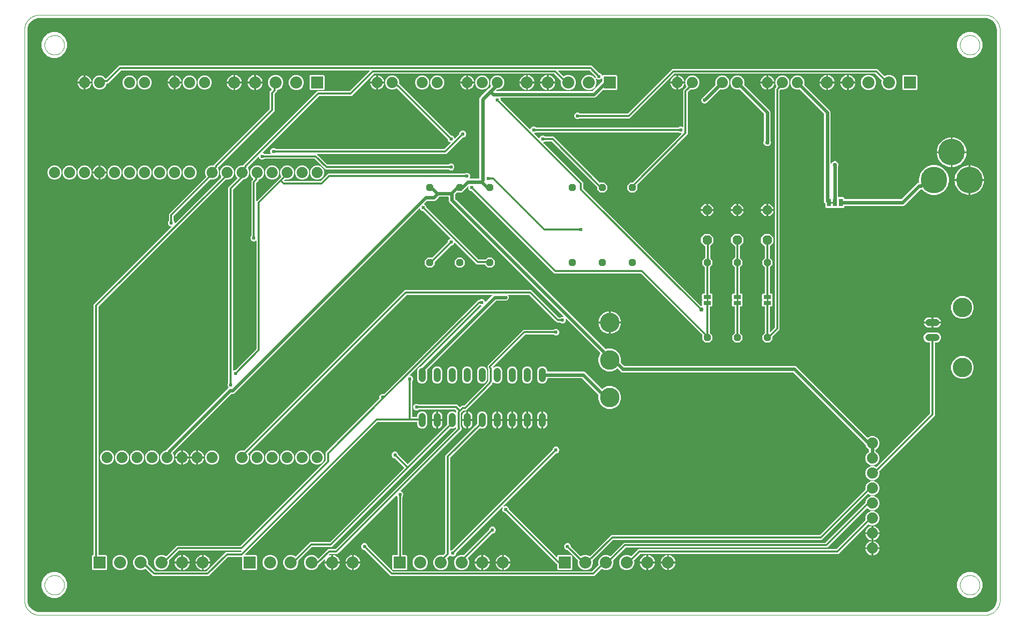
<source format=gtl>
G04 EAGLE Gerber RS-274X export*
G75*
%MOIN*%
%FSLAX24Y24*%
%LPD*%
%INTop Copper*%
%IPPOS*%
%AMOC8*
5,1,8,0,0,1.08239X$1,22.5*%
G01*
%ADD10C,0.000000*%
%ADD11C,0.074000*%
%ADD12R,0.080000X0.080000*%
%ADD13C,0.080000*%
%ADD14C,0.177000*%
%ADD15P,0.051955X8X112.500000*%
%ADD16P,0.051955X8X292.500000*%
%ADD17C,0.010000*%
%ADD18R,0.025000X0.050000*%
%ADD19C,0.130000*%
%ADD20C,0.047496*%
%ADD21C,0.129921*%
%ADD22C,0.048000*%
%ADD23R,0.050000X0.025000*%
%ADD24P,0.068191X8X112.500000*%
%ADD25C,0.012000*%
%ADD26C,0.024000*%
%ADD27C,0.024000*%
%ADD28C,0.029780*%

G36*
X64001Y201D02*
X64001Y201D01*
X64002Y201D01*
X64123Y210D01*
X64124Y210D01*
X64129Y212D01*
X64359Y286D01*
X64360Y287D01*
X64362Y288D01*
X64367Y290D01*
X64562Y432D01*
X64563Y433D01*
X64565Y434D01*
X64568Y438D01*
X64710Y633D01*
X64711Y635D01*
X64712Y636D01*
X64714Y641D01*
X64788Y871D01*
X64789Y872D01*
X64790Y877D01*
X64799Y998D01*
X64799Y1000D01*
X64799Y39000D01*
X64799Y39001D01*
X64799Y39002D01*
X64790Y39123D01*
X64790Y39124D01*
X64788Y39129D01*
X64714Y39359D01*
X64713Y39360D01*
X64712Y39362D01*
X64710Y39367D01*
X64568Y39562D01*
X64567Y39563D01*
X64566Y39565D01*
X64562Y39568D01*
X64367Y39710D01*
X64365Y39711D01*
X64364Y39712D01*
X64359Y39714D01*
X64129Y39788D01*
X64128Y39789D01*
X64123Y39790D01*
X64002Y39799D01*
X64000Y39799D01*
X1000Y39799D01*
X999Y39799D01*
X998Y39799D01*
X877Y39790D01*
X876Y39790D01*
X871Y39788D01*
X641Y39714D01*
X640Y39713D01*
X638Y39712D01*
X633Y39710D01*
X438Y39568D01*
X437Y39567D01*
X435Y39566D01*
X432Y39562D01*
X290Y39367D01*
X289Y39365D01*
X288Y39364D01*
X286Y39359D01*
X212Y39129D01*
X211Y39128D01*
X210Y39123D01*
X201Y39002D01*
X201Y39000D01*
X201Y1000D01*
X201Y999D01*
X201Y998D01*
X210Y877D01*
X210Y876D01*
X212Y871D01*
X286Y641D01*
X287Y640D01*
X288Y638D01*
X290Y633D01*
X432Y438D01*
X433Y437D01*
X434Y435D01*
X438Y432D01*
X633Y290D01*
X635Y289D01*
X636Y288D01*
X641Y286D01*
X871Y212D01*
X872Y211D01*
X877Y210D01*
X998Y201D01*
X1000Y201D01*
X64000Y201D01*
X64001Y201D01*
G37*
%LPC*%
G36*
X8568Y2589D02*
X8568Y2589D01*
X8082Y3076D01*
X8081Y3077D01*
X8080Y3078D01*
X8077Y3079D01*
X8074Y3082D01*
X8073Y3082D01*
X8072Y3083D01*
X8068Y3083D01*
X8065Y3084D01*
X8064Y3084D01*
X8063Y3085D01*
X8059Y3084D01*
X8055Y3084D01*
X8054Y3084D01*
X8053Y3084D01*
X8050Y3082D01*
X8046Y3081D01*
X8045Y3080D01*
X8044Y3080D01*
X8040Y3076D01*
X8040Y3075D01*
X7856Y2999D01*
X7656Y2999D01*
X7472Y3075D01*
X7331Y3216D01*
X7255Y3400D01*
X7255Y3600D01*
X7331Y3784D01*
X7472Y3925D01*
X7656Y4001D01*
X7856Y4001D01*
X8040Y3925D01*
X8180Y3784D01*
X8257Y3600D01*
X8257Y3400D01*
X8251Y3387D01*
X8250Y3382D01*
X8249Y3378D01*
X8249Y3377D01*
X8249Y3373D01*
X8250Y3368D01*
X8252Y3364D01*
X8254Y3359D01*
X8257Y3355D01*
X8693Y2919D01*
X8696Y2917D01*
X8699Y2915D01*
X8700Y2914D01*
X8701Y2914D01*
X8705Y2913D01*
X8708Y2911D01*
X8709Y2911D01*
X8710Y2911D01*
X8711Y2911D01*
X8714Y2911D01*
X12131Y2911D01*
X12135Y2911D01*
X12139Y2912D01*
X12140Y2912D01*
X12141Y2912D01*
X12144Y2914D01*
X12148Y2916D01*
X12149Y2917D01*
X12150Y2917D01*
X12152Y2919D01*
X13428Y4196D01*
X14396Y4196D01*
X14400Y4196D01*
X14404Y4197D01*
X14405Y4197D01*
X14406Y4197D01*
X14409Y4199D01*
X14413Y4201D01*
X14414Y4202D01*
X14415Y4202D01*
X14417Y4204D01*
X14457Y4244D01*
X14459Y4247D01*
X14461Y4249D01*
X14461Y4251D01*
X14463Y4252D01*
X14463Y4255D01*
X14465Y4258D01*
X14465Y4259D01*
X14465Y4261D01*
X14465Y4264D01*
X14465Y4267D01*
X14465Y4269D01*
X14465Y4271D01*
X14464Y4274D01*
X14463Y4276D01*
X14462Y4278D01*
X14462Y4280D01*
X14460Y4282D01*
X14458Y4284D01*
X14457Y4286D01*
X14455Y4287D01*
X14453Y4289D01*
X14451Y4290D01*
X14449Y4291D01*
X14447Y4292D01*
X14444Y4293D01*
X14442Y4294D01*
X14439Y4294D01*
X14438Y4294D01*
X14437Y4294D01*
X14436Y4294D01*
X10309Y4294D01*
X10305Y4294D01*
X10301Y4293D01*
X10300Y4293D01*
X10299Y4293D01*
X10296Y4291D01*
X10292Y4289D01*
X10291Y4288D01*
X10290Y4288D01*
X10288Y4286D01*
X9639Y3637D01*
X9639Y3636D01*
X9636Y3633D01*
X9633Y3629D01*
X9632Y3624D01*
X9631Y3620D01*
X9631Y3619D01*
X9631Y3615D01*
X9631Y3610D01*
X9633Y3605D01*
X9635Y3600D01*
X9635Y3400D01*
X9558Y3216D01*
X9418Y3075D01*
X9233Y2999D01*
X9034Y2999D01*
X8850Y3075D01*
X8709Y3216D01*
X8633Y3400D01*
X8633Y3600D01*
X8709Y3784D01*
X8850Y3925D01*
X9034Y4001D01*
X9233Y4001D01*
X9418Y3925D01*
X9424Y3918D01*
X9425Y3917D01*
X9426Y3916D01*
X9429Y3914D01*
X9432Y3912D01*
X9433Y3912D01*
X9434Y3911D01*
X9438Y3911D01*
X9441Y3910D01*
X9442Y3910D01*
X9443Y3909D01*
X9447Y3910D01*
X9451Y3910D01*
X9452Y3910D01*
X9453Y3910D01*
X9456Y3912D01*
X9460Y3913D01*
X9460Y3914D01*
X9461Y3914D01*
X9466Y3918D01*
X10163Y4616D01*
X14386Y4616D01*
X14390Y4616D01*
X14394Y4617D01*
X14395Y4617D01*
X14396Y4617D01*
X14399Y4619D01*
X14403Y4621D01*
X14404Y4622D01*
X14405Y4622D01*
X14407Y4624D01*
X20071Y10288D01*
X20073Y10291D01*
X20075Y10294D01*
X20076Y10295D01*
X20076Y10296D01*
X20077Y10300D01*
X20079Y10303D01*
X20079Y10304D01*
X20079Y10305D01*
X20079Y10306D01*
X20079Y10309D01*
X20079Y10847D01*
X23653Y14420D01*
X23656Y14424D01*
X23658Y14428D01*
X23659Y14428D01*
X23660Y14433D01*
X23661Y14437D01*
X23661Y14442D01*
X23661Y14447D01*
X23659Y14452D01*
X23649Y14476D01*
X23649Y14564D01*
X23683Y14645D01*
X23745Y14707D01*
X23826Y14741D01*
X23914Y14741D01*
X23938Y14731D01*
X23943Y14730D01*
X23947Y14729D01*
X23952Y14729D01*
X23957Y14730D01*
X23961Y14732D01*
X23965Y14734D01*
X23966Y14734D01*
X23970Y14737D01*
X30238Y21006D01*
X30306Y21006D01*
X30310Y21006D01*
X30314Y21007D01*
X30315Y21007D01*
X30316Y21007D01*
X30319Y21009D01*
X30323Y21011D01*
X30324Y21012D01*
X30325Y21012D01*
X30327Y21014D01*
X30345Y21032D01*
X30426Y21066D01*
X30514Y21066D01*
X30595Y21032D01*
X30657Y20970D01*
X30692Y20886D01*
X30693Y20885D01*
X30694Y20883D01*
X30695Y20881D01*
X30697Y20878D01*
X30698Y20877D01*
X30700Y20875D01*
X30702Y20874D01*
X30704Y20872D01*
X30706Y20871D01*
X30708Y20870D01*
X30711Y20870D01*
X30713Y20869D01*
X30715Y20869D01*
X30717Y20868D01*
X30720Y20869D01*
X30723Y20868D01*
X30725Y20869D01*
X30727Y20869D01*
X30729Y20870D01*
X30732Y20871D01*
X30734Y20872D01*
X30735Y20873D01*
X30740Y20877D01*
X31157Y21294D01*
X31159Y21297D01*
X31161Y21299D01*
X31162Y21301D01*
X31163Y21302D01*
X31164Y21305D01*
X31165Y21308D01*
X31165Y21309D01*
X31165Y21311D01*
X31165Y21314D01*
X31166Y21317D01*
X31165Y21319D01*
X31165Y21321D01*
X31164Y21324D01*
X31163Y21326D01*
X31162Y21328D01*
X31162Y21330D01*
X31160Y21332D01*
X31158Y21334D01*
X31157Y21336D01*
X31156Y21337D01*
X31153Y21339D01*
X31151Y21340D01*
X31149Y21341D01*
X31147Y21342D01*
X31145Y21343D01*
X31142Y21344D01*
X31139Y21344D01*
X31138Y21344D01*
X31136Y21344D01*
X25489Y21344D01*
X25485Y21344D01*
X25481Y21343D01*
X25480Y21343D01*
X25479Y21343D01*
X25476Y21341D01*
X25472Y21339D01*
X25471Y21338D01*
X25470Y21338D01*
X25468Y21336D01*
X14913Y10781D01*
X14913Y10780D01*
X14911Y10778D01*
X14909Y10776D01*
X14908Y10774D01*
X14907Y10773D01*
X14906Y10770D01*
X14905Y10767D01*
X14905Y10766D01*
X14905Y10764D01*
X14905Y10763D01*
X14905Y10760D01*
X14904Y10758D01*
X14905Y10756D01*
X14905Y10754D01*
X14907Y10749D01*
X14971Y10594D01*
X14971Y10406D01*
X14899Y10233D01*
X14767Y10101D01*
X14594Y10029D01*
X14406Y10029D01*
X14233Y10101D01*
X14101Y10233D01*
X14029Y10406D01*
X14029Y10594D01*
X14101Y10767D01*
X14233Y10899D01*
X14406Y10971D01*
X14594Y10971D01*
X14614Y10962D01*
X14615Y10962D01*
X14619Y10961D01*
X14624Y10960D01*
X14629Y10961D01*
X14633Y10961D01*
X14638Y10963D01*
X14642Y10965D01*
X14646Y10969D01*
X25343Y21666D01*
X33777Y21666D01*
X35618Y19824D01*
X35621Y19822D01*
X35624Y19820D01*
X35625Y19819D01*
X35626Y19819D01*
X35630Y19818D01*
X35633Y19816D01*
X35634Y19816D01*
X35635Y19816D01*
X35636Y19816D01*
X35639Y19816D01*
X35691Y19816D01*
X35695Y19816D01*
X35699Y19817D01*
X35700Y19817D01*
X35701Y19817D01*
X35704Y19819D01*
X35708Y19821D01*
X35709Y19822D01*
X35710Y19822D01*
X35712Y19824D01*
X35730Y19842D01*
X35811Y19876D01*
X35896Y19876D01*
X35899Y19876D01*
X35902Y19876D01*
X35904Y19877D01*
X35906Y19877D01*
X35908Y19879D01*
X35911Y19880D01*
X35913Y19881D01*
X35914Y19882D01*
X35916Y19884D01*
X35919Y19886D01*
X35920Y19887D01*
X35921Y19889D01*
X35922Y19892D01*
X35924Y19894D01*
X35924Y19896D01*
X35925Y19898D01*
X35925Y19900D01*
X35926Y19903D01*
X35925Y19905D01*
X35926Y19907D01*
X35925Y19910D01*
X35925Y19913D01*
X35924Y19915D01*
X35923Y19916D01*
X35922Y19919D01*
X35921Y19922D01*
X35919Y19924D01*
X35918Y19924D01*
X35918Y19925D01*
X35917Y19926D01*
X28369Y27474D01*
X28303Y27540D01*
X28269Y27621D01*
X28269Y27855D01*
X28269Y27856D01*
X28269Y27857D01*
X28268Y27861D01*
X28268Y27864D01*
X28267Y27865D01*
X28267Y27866D01*
X28265Y27870D01*
X28263Y27873D01*
X28262Y27874D01*
X28259Y27877D01*
X28256Y27879D01*
X28255Y27880D01*
X28254Y27880D01*
X28251Y27882D01*
X28247Y27883D01*
X28246Y27883D01*
X28245Y27884D01*
X28240Y27884D01*
X27658Y27884D01*
X27657Y27884D01*
X27653Y27883D01*
X27648Y27883D01*
X27644Y27880D01*
X27640Y27878D01*
X27636Y27875D01*
X27633Y27871D01*
X27630Y27868D01*
X27629Y27866D01*
X27627Y27865D01*
X27624Y27860D01*
X27623Y27857D01*
X27596Y27834D01*
X27595Y27833D01*
X27405Y27643D01*
X27324Y27609D01*
X26834Y27609D01*
X26830Y27609D01*
X26826Y27608D01*
X26825Y27608D01*
X26824Y27608D01*
X26821Y27606D01*
X26817Y27604D01*
X26816Y27603D01*
X26815Y27603D01*
X26813Y27601D01*
X26636Y27423D01*
X26634Y27422D01*
X26633Y27420D01*
X26632Y27419D01*
X26631Y27417D01*
X26630Y27416D01*
X26629Y27414D01*
X26629Y27412D01*
X26628Y27411D01*
X26628Y27410D01*
X26628Y27408D01*
X26627Y27407D01*
X26627Y27405D01*
X26627Y27403D01*
X26627Y27402D01*
X26627Y27401D01*
X26628Y27399D01*
X26628Y27397D01*
X26628Y27395D01*
X26629Y27393D01*
X26629Y27392D01*
X26629Y27391D01*
X26630Y27390D01*
X26631Y27388D01*
X26632Y27386D01*
X26633Y27385D01*
X26634Y27384D01*
X26635Y27383D01*
X26636Y27382D01*
X26637Y27381D01*
X26639Y27380D01*
X26640Y27378D01*
X26642Y27378D01*
X26642Y27377D01*
X26643Y27377D01*
X26645Y27376D01*
X26690Y27357D01*
X26752Y27295D01*
X26786Y27214D01*
X26786Y27189D01*
X26786Y27185D01*
X26787Y27181D01*
X26787Y27180D01*
X26787Y27179D01*
X26789Y27176D01*
X26791Y27172D01*
X26792Y27171D01*
X26792Y27170D01*
X26794Y27168D01*
X30253Y23709D01*
X30256Y23707D01*
X30259Y23705D01*
X30260Y23704D01*
X30261Y23704D01*
X30265Y23703D01*
X30268Y23701D01*
X30269Y23701D01*
X30270Y23701D01*
X30271Y23701D01*
X30274Y23701D01*
X30707Y23701D01*
X30711Y23701D01*
X30715Y23702D01*
X30716Y23702D01*
X30720Y23704D01*
X30723Y23706D01*
X30724Y23707D01*
X30725Y23707D01*
X30727Y23709D01*
X30859Y23841D01*
X31141Y23841D01*
X31341Y23641D01*
X31341Y23359D01*
X31141Y23159D01*
X30859Y23159D01*
X30657Y23361D01*
X30655Y23365D01*
X30653Y23368D01*
X30652Y23369D01*
X30649Y23372D01*
X30646Y23374D01*
X30645Y23375D01*
X30644Y23375D01*
X30641Y23377D01*
X30637Y23378D01*
X30636Y23378D01*
X30635Y23379D01*
X30630Y23379D01*
X30128Y23379D01*
X28697Y24810D01*
X28696Y24812D01*
X28694Y24813D01*
X28692Y24814D01*
X28689Y24816D01*
X28688Y24817D01*
X28686Y24818D01*
X28683Y24818D01*
X28680Y24819D01*
X28678Y24819D01*
X28676Y24819D01*
X28674Y24819D01*
X28671Y24818D01*
X28669Y24818D01*
X28667Y24817D01*
X28664Y24816D01*
X28662Y24815D01*
X28660Y24814D01*
X28658Y24813D01*
X28657Y24811D01*
X28654Y24809D01*
X28653Y24807D01*
X28652Y24806D01*
X28649Y24801D01*
X28622Y24735D01*
X28560Y24673D01*
X28479Y24639D01*
X28454Y24639D01*
X28450Y24639D01*
X28446Y24638D01*
X28445Y24638D01*
X28444Y24638D01*
X28441Y24636D01*
X28437Y24634D01*
X28436Y24633D01*
X28435Y24633D01*
X28433Y24631D01*
X27349Y23547D01*
X27347Y23544D01*
X27345Y23541D01*
X27344Y23540D01*
X27344Y23539D01*
X27343Y23535D01*
X27341Y23532D01*
X27341Y23531D01*
X27341Y23530D01*
X27341Y23529D01*
X27341Y23526D01*
X27341Y23359D01*
X27141Y23159D01*
X26859Y23159D01*
X26659Y23359D01*
X26659Y23641D01*
X26859Y23841D01*
X27141Y23841D01*
X27144Y23838D01*
X27145Y23837D01*
X27146Y23836D01*
X27149Y23834D01*
X27152Y23832D01*
X27153Y23832D01*
X27154Y23831D01*
X27157Y23831D01*
X27161Y23829D01*
X27162Y23830D01*
X27163Y23829D01*
X27167Y23830D01*
X27171Y23830D01*
X27172Y23830D01*
X27173Y23830D01*
X27176Y23832D01*
X27180Y23833D01*
X27180Y23834D01*
X27181Y23834D01*
X27185Y23838D01*
X28206Y24858D01*
X28208Y24861D01*
X28210Y24864D01*
X28211Y24865D01*
X28211Y24866D01*
X28212Y24870D01*
X28214Y24873D01*
X28214Y24874D01*
X28214Y24875D01*
X28214Y24876D01*
X28214Y24879D01*
X28214Y24904D01*
X28248Y24985D01*
X28310Y25047D01*
X28376Y25074D01*
X28378Y25076D01*
X28380Y25076D01*
X28382Y25078D01*
X28384Y25080D01*
X28385Y25081D01*
X28387Y25082D01*
X28388Y25085D01*
X28390Y25087D01*
X28391Y25089D01*
X28392Y25091D01*
X28393Y25093D01*
X28393Y25096D01*
X28394Y25098D01*
X28394Y25100D01*
X28394Y25103D01*
X28394Y25105D01*
X28393Y25107D01*
X28393Y25109D01*
X28392Y25112D01*
X28391Y25115D01*
X28390Y25116D01*
X28389Y25118D01*
X28385Y25122D01*
X26567Y26941D01*
X26564Y26943D01*
X26561Y26945D01*
X26560Y26946D01*
X26559Y26946D01*
X26555Y26947D01*
X26552Y26949D01*
X26551Y26949D01*
X26550Y26949D01*
X26549Y26949D01*
X26546Y26949D01*
X26521Y26949D01*
X26440Y26983D01*
X26378Y27045D01*
X26359Y27090D01*
X26358Y27092D01*
X26357Y27093D01*
X26356Y27096D01*
X26354Y27098D01*
X26353Y27099D01*
X26351Y27101D01*
X26349Y27102D01*
X26347Y27104D01*
X26345Y27105D01*
X26343Y27106D01*
X26340Y27106D01*
X26338Y27107D01*
X26336Y27107D01*
X26334Y27108D01*
X26331Y27108D01*
X26328Y27108D01*
X26326Y27107D01*
X26324Y27107D01*
X26322Y27106D01*
X26319Y27105D01*
X26318Y27104D01*
X26316Y27103D01*
X26312Y27099D01*
X13985Y14773D01*
X13904Y14739D01*
X13799Y14739D01*
X13795Y14739D01*
X13791Y14738D01*
X13790Y14738D01*
X13789Y14738D01*
X13786Y14736D01*
X13782Y14734D01*
X13781Y14733D01*
X13780Y14733D01*
X13778Y14731D01*
X9909Y10862D01*
X9907Y10859D01*
X9905Y10856D01*
X9904Y10855D01*
X9904Y10854D01*
X9903Y10851D01*
X9884Y10807D01*
X9883Y10802D01*
X9882Y10797D01*
X9883Y10793D01*
X9883Y10788D01*
X9885Y10784D01*
X9887Y10779D01*
X9891Y10775D01*
X9899Y10767D01*
X9971Y10594D01*
X9971Y10406D01*
X9899Y10233D01*
X9767Y10101D01*
X9594Y10029D01*
X9406Y10029D01*
X9233Y10101D01*
X9101Y10233D01*
X9029Y10406D01*
X9029Y10594D01*
X9101Y10767D01*
X9233Y10899D01*
X9406Y10971D01*
X9432Y10971D01*
X9437Y10972D01*
X9442Y10972D01*
X9446Y10975D01*
X9450Y10977D01*
X9453Y10980D01*
X9457Y10984D01*
X9459Y10989D01*
X9493Y11070D01*
X13570Y15147D01*
X13576Y15150D01*
X13578Y15151D01*
X13580Y15151D01*
X13581Y15153D01*
X13582Y15153D01*
X13583Y15154D01*
X13584Y15155D01*
X13585Y15156D01*
X13587Y15158D01*
X13588Y15160D01*
X13589Y15160D01*
X13590Y15162D01*
X13591Y15164D01*
X13592Y15166D01*
X13593Y15168D01*
X13593Y15171D01*
X13594Y15173D01*
X13594Y15175D01*
X13594Y15178D01*
X13594Y15181D01*
X13593Y15183D01*
X13593Y15185D01*
X13592Y15187D01*
X13591Y15190D01*
X13590Y15191D01*
X13589Y15193D01*
X13585Y15197D01*
X13563Y15220D01*
X13529Y15301D01*
X13529Y15389D01*
X13563Y15470D01*
X13581Y15488D01*
X13583Y15491D01*
X13585Y15494D01*
X13586Y15495D01*
X13586Y15496D01*
X13587Y15499D01*
X13589Y15503D01*
X13589Y15504D01*
X13589Y15505D01*
X13589Y15506D01*
X13589Y15509D01*
X13589Y28502D01*
X14190Y29103D01*
X14191Y29103D01*
X14192Y29104D01*
X14194Y29107D01*
X14196Y29110D01*
X14196Y29111D01*
X14197Y29112D01*
X14198Y29116D01*
X14199Y29120D01*
X14199Y29121D01*
X14199Y29122D01*
X14198Y29125D01*
X14198Y29129D01*
X14198Y29130D01*
X14198Y29131D01*
X14196Y29135D01*
X14195Y29138D01*
X14194Y29139D01*
X14194Y29140D01*
X14190Y29144D01*
X14101Y29233D01*
X14029Y29406D01*
X14029Y29594D01*
X14101Y29767D01*
X14233Y29899D01*
X14406Y29971D01*
X14551Y29971D01*
X14555Y29971D01*
X14559Y29972D01*
X14560Y29972D01*
X14561Y29972D01*
X14564Y29974D01*
X14568Y29976D01*
X14569Y29977D01*
X14570Y29977D01*
X14572Y29979D01*
X19411Y34818D01*
X19513Y34921D01*
X21646Y34921D01*
X21650Y34921D01*
X21654Y34922D01*
X21655Y34922D01*
X21656Y34922D01*
X21659Y34924D01*
X21663Y34926D01*
X21664Y34927D01*
X21665Y34927D01*
X21667Y34929D01*
X22992Y36254D01*
X22994Y36257D01*
X22996Y36259D01*
X22996Y36261D01*
X22998Y36262D01*
X22998Y36265D01*
X23000Y36268D01*
X23000Y36269D01*
X23000Y36271D01*
X23000Y36274D01*
X23000Y36277D01*
X23000Y36279D01*
X23000Y36281D01*
X22999Y36284D01*
X22998Y36286D01*
X22997Y36288D01*
X22997Y36290D01*
X22995Y36292D01*
X22993Y36294D01*
X22992Y36296D01*
X22990Y36297D01*
X22988Y36299D01*
X22986Y36300D01*
X22984Y36301D01*
X22982Y36302D01*
X22979Y36303D01*
X22977Y36304D01*
X22974Y36304D01*
X22973Y36304D01*
X22972Y36304D01*
X22971Y36304D01*
X6459Y36304D01*
X6455Y36304D01*
X6451Y36303D01*
X6450Y36303D01*
X6449Y36303D01*
X6446Y36301D01*
X6442Y36299D01*
X6441Y36298D01*
X6440Y36298D01*
X6438Y36296D01*
X5567Y35424D01*
X5498Y35424D01*
X5497Y35424D01*
X5493Y35423D01*
X5488Y35423D01*
X5484Y35420D01*
X5480Y35418D01*
X5477Y35415D01*
X5473Y35411D01*
X5471Y35406D01*
X5399Y35233D01*
X5267Y35101D01*
X5094Y35029D01*
X4906Y35029D01*
X4733Y35101D01*
X4601Y35233D01*
X4529Y35406D01*
X4529Y35594D01*
X4601Y35767D01*
X4733Y35899D01*
X4906Y35971D01*
X5094Y35971D01*
X5267Y35899D01*
X5400Y35766D01*
X5400Y35764D01*
X5402Y35762D01*
X5404Y35760D01*
X5405Y35759D01*
X5406Y35757D01*
X5409Y35756D01*
X5411Y35754D01*
X5413Y35753D01*
X5415Y35752D01*
X5417Y35752D01*
X5420Y35751D01*
X5422Y35750D01*
X5424Y35750D01*
X5427Y35750D01*
X5429Y35750D01*
X5431Y35751D01*
X5433Y35751D01*
X5436Y35752D01*
X5439Y35753D01*
X5440Y35754D01*
X5442Y35755D01*
X5446Y35759D01*
X6313Y36626D01*
X37797Y36626D01*
X38278Y36144D01*
X38281Y36142D01*
X38284Y36140D01*
X38285Y36139D01*
X38286Y36139D01*
X38290Y36138D01*
X38293Y36136D01*
X38294Y36136D01*
X38295Y36136D01*
X38296Y36136D01*
X38299Y36136D01*
X38324Y36136D01*
X38405Y36102D01*
X38467Y36040D01*
X38489Y35988D01*
X38490Y35987D01*
X38490Y35985D01*
X38492Y35983D01*
X38494Y35980D01*
X38495Y35979D01*
X38496Y35977D01*
X38499Y35976D01*
X38501Y35974D01*
X38503Y35973D01*
X38505Y35972D01*
X38507Y35972D01*
X38510Y35971D01*
X38512Y35971D01*
X38514Y35970D01*
X38517Y35971D01*
X38520Y35970D01*
X38521Y35971D01*
X38523Y35971D01*
X38526Y35972D01*
X38529Y35973D01*
X38530Y35974D01*
X38532Y35975D01*
X38536Y35979D01*
X38558Y36001D01*
X39442Y36001D01*
X39501Y35942D01*
X39501Y35058D01*
X39442Y34999D01*
X38569Y34999D01*
X38565Y34999D01*
X38561Y34998D01*
X38560Y34998D01*
X38559Y34998D01*
X38556Y34996D01*
X38552Y34994D01*
X38551Y34993D01*
X38550Y34993D01*
X38548Y34991D01*
X38075Y34518D01*
X37994Y34484D01*
X31730Y34484D01*
X31728Y34484D01*
X31726Y34484D01*
X31723Y34483D01*
X31720Y34483D01*
X31718Y34482D01*
X31717Y34481D01*
X31714Y34479D01*
X31712Y34478D01*
X31710Y34477D01*
X31709Y34476D01*
X31707Y34473D01*
X31705Y34471D01*
X31704Y34469D01*
X31703Y34468D01*
X31703Y34465D01*
X31701Y34462D01*
X31701Y34460D01*
X31701Y34459D01*
X31701Y34456D01*
X31701Y34453D01*
X31701Y34451D01*
X31701Y34449D01*
X31703Y34444D01*
X31736Y34364D01*
X31736Y34339D01*
X31736Y34335D01*
X31737Y34331D01*
X31737Y34330D01*
X31737Y34329D01*
X31739Y34326D01*
X31741Y34322D01*
X31742Y34321D01*
X31742Y34320D01*
X31744Y34318D01*
X33673Y32390D01*
X33674Y32388D01*
X33676Y32387D01*
X33678Y32386D01*
X33681Y32384D01*
X33682Y32383D01*
X33684Y32382D01*
X33687Y32382D01*
X33690Y32381D01*
X33692Y32381D01*
X33694Y32381D01*
X33696Y32381D01*
X33699Y32382D01*
X33701Y32382D01*
X33703Y32383D01*
X33706Y32384D01*
X33708Y32385D01*
X33710Y32386D01*
X33712Y32387D01*
X33713Y32389D01*
X33716Y32391D01*
X33717Y32393D01*
X33718Y32394D01*
X33721Y32399D01*
X33748Y32465D01*
X33810Y32527D01*
X33891Y32561D01*
X33979Y32561D01*
X34060Y32527D01*
X34078Y32509D01*
X34081Y32507D01*
X34084Y32505D01*
X34085Y32504D01*
X34086Y32504D01*
X34089Y32503D01*
X34093Y32501D01*
X34094Y32501D01*
X34095Y32501D01*
X34096Y32501D01*
X34099Y32501D01*
X43561Y32501D01*
X43565Y32501D01*
X43569Y32502D01*
X43570Y32502D01*
X43571Y32502D01*
X43574Y32504D01*
X43578Y32506D01*
X43579Y32507D01*
X43580Y32507D01*
X43582Y32509D01*
X43600Y32527D01*
X43681Y32561D01*
X43769Y32561D01*
X43854Y32526D01*
X43856Y32525D01*
X43858Y32524D01*
X43860Y32524D01*
X43863Y32523D01*
X43865Y32524D01*
X43867Y32523D01*
X43870Y32524D01*
X43873Y32524D01*
X43874Y32525D01*
X43876Y32526D01*
X43879Y32527D01*
X43881Y32528D01*
X43883Y32530D01*
X43884Y32531D01*
X43886Y32533D01*
X43888Y32535D01*
X43889Y32537D01*
X43890Y32538D01*
X43891Y32541D01*
X43893Y32543D01*
X43893Y32545D01*
X43894Y32547D01*
X43894Y32553D01*
X43894Y34992D01*
X44098Y35195D01*
X44098Y35196D01*
X44099Y35197D01*
X44101Y35200D01*
X44103Y35203D01*
X44104Y35204D01*
X44104Y35205D01*
X44105Y35208D01*
X44106Y35212D01*
X44106Y35213D01*
X44106Y35214D01*
X44106Y35218D01*
X44106Y35222D01*
X44105Y35223D01*
X44105Y35224D01*
X44104Y35227D01*
X44102Y35231D01*
X44029Y35406D01*
X44029Y35594D01*
X44101Y35767D01*
X44233Y35899D01*
X44406Y35971D01*
X44594Y35971D01*
X44767Y35899D01*
X44899Y35767D01*
X44971Y35594D01*
X44971Y35406D01*
X44899Y35233D01*
X44767Y35101D01*
X44594Y35029D01*
X44403Y35029D01*
X44401Y35030D01*
X44396Y35029D01*
X44392Y35029D01*
X44391Y35029D01*
X44387Y35027D01*
X44383Y35025D01*
X44379Y35021D01*
X44224Y34867D01*
X44222Y34864D01*
X44220Y34861D01*
X44219Y34860D01*
X44219Y34859D01*
X44218Y34855D01*
X44216Y34852D01*
X44216Y34851D01*
X44216Y34850D01*
X44216Y34849D01*
X44216Y34846D01*
X44216Y32053D01*
X44113Y31951D01*
X40843Y28680D01*
X40842Y28680D01*
X40841Y28679D01*
X40840Y28677D01*
X40839Y28676D01*
X40837Y28673D01*
X40837Y28672D01*
X40836Y28671D01*
X40836Y28667D01*
X40834Y28664D01*
X40835Y28662D01*
X40834Y28661D01*
X40835Y28658D01*
X40835Y28654D01*
X40835Y28653D01*
X40835Y28652D01*
X40837Y28649D01*
X40838Y28645D01*
X40839Y28644D01*
X40839Y28643D01*
X40841Y28642D01*
X40841Y28359D01*
X40641Y28159D01*
X40359Y28159D01*
X40159Y28359D01*
X40159Y28641D01*
X40359Y28841D01*
X40536Y28841D01*
X40540Y28841D01*
X40544Y28842D01*
X40545Y28842D01*
X40546Y28842D01*
X40549Y28844D01*
X40553Y28846D01*
X40554Y28847D01*
X40555Y28847D01*
X40557Y28849D01*
X43777Y32069D01*
X43779Y32072D01*
X43781Y32074D01*
X43781Y32076D01*
X43783Y32077D01*
X43783Y32080D01*
X43785Y32083D01*
X43785Y32084D01*
X43785Y32086D01*
X43785Y32089D01*
X43785Y32092D01*
X43785Y32094D01*
X43785Y32096D01*
X43784Y32099D01*
X43783Y32101D01*
X43782Y32103D01*
X43782Y32105D01*
X43780Y32107D01*
X43778Y32109D01*
X43777Y32111D01*
X43775Y32112D01*
X43773Y32114D01*
X43771Y32115D01*
X43769Y32116D01*
X43767Y32117D01*
X43764Y32118D01*
X43762Y32119D01*
X43759Y32119D01*
X43758Y32119D01*
X43757Y32119D01*
X43756Y32119D01*
X43681Y32119D01*
X43600Y32153D01*
X43582Y32171D01*
X43579Y32173D01*
X43576Y32175D01*
X43575Y32176D01*
X43574Y32176D01*
X43571Y32177D01*
X43567Y32179D01*
X43566Y32179D01*
X43565Y32179D01*
X43564Y32179D01*
X43561Y32179D01*
X34099Y32179D01*
X34095Y32179D01*
X34091Y32178D01*
X34090Y32178D01*
X34089Y32178D01*
X34086Y32176D01*
X34082Y32174D01*
X34081Y32173D01*
X34080Y32173D01*
X34078Y32171D01*
X34060Y32153D01*
X33994Y32126D01*
X33992Y32124D01*
X33990Y32124D01*
X33988Y32122D01*
X33986Y32120D01*
X33985Y32119D01*
X33983Y32118D01*
X33982Y32115D01*
X33980Y32113D01*
X33979Y32111D01*
X33978Y32109D01*
X33977Y32107D01*
X33977Y32104D01*
X33976Y32102D01*
X33976Y32100D01*
X33976Y32097D01*
X33976Y32095D01*
X33977Y32093D01*
X33977Y32091D01*
X33978Y32088D01*
X33979Y32085D01*
X33980Y32084D01*
X33981Y32082D01*
X33985Y32078D01*
X34278Y31785D01*
X34279Y31783D01*
X34281Y31782D01*
X34283Y31781D01*
X34286Y31779D01*
X34287Y31778D01*
X34289Y31777D01*
X34292Y31777D01*
X34295Y31776D01*
X34297Y31776D01*
X34299Y31776D01*
X34301Y31776D01*
X34304Y31777D01*
X34306Y31777D01*
X34308Y31778D01*
X34311Y31779D01*
X34313Y31780D01*
X34315Y31781D01*
X34317Y31782D01*
X34318Y31784D01*
X34321Y31786D01*
X34322Y31788D01*
X34323Y31789D01*
X34326Y31794D01*
X34353Y31860D01*
X34415Y31922D01*
X34496Y31956D01*
X34584Y31956D01*
X34665Y31922D01*
X34683Y31904D01*
X34686Y31902D01*
X34689Y31900D01*
X34690Y31899D01*
X34691Y31899D01*
X34694Y31898D01*
X34698Y31896D01*
X34699Y31896D01*
X34700Y31896D01*
X34701Y31896D01*
X34704Y31896D01*
X35267Y31896D01*
X35369Y31793D01*
X38320Y28843D01*
X38320Y28842D01*
X38321Y28841D01*
X38324Y28839D01*
X38327Y28837D01*
X38328Y28837D01*
X38329Y28836D01*
X38333Y28836D01*
X38336Y28834D01*
X38338Y28835D01*
X38339Y28834D01*
X38342Y28835D01*
X38346Y28835D01*
X38347Y28835D01*
X38348Y28835D01*
X38351Y28837D01*
X38355Y28838D01*
X38356Y28839D01*
X38357Y28839D01*
X38358Y28841D01*
X38641Y28841D01*
X38841Y28641D01*
X38841Y28359D01*
X38641Y28159D01*
X38359Y28159D01*
X38159Y28359D01*
X38159Y28536D01*
X38159Y28540D01*
X38158Y28544D01*
X38158Y28545D01*
X38158Y28546D01*
X38156Y28549D01*
X38154Y28553D01*
X38153Y28554D01*
X38153Y28555D01*
X38151Y28557D01*
X35142Y31566D01*
X35139Y31568D01*
X35136Y31570D01*
X35135Y31571D01*
X35134Y31571D01*
X35130Y31572D01*
X35127Y31574D01*
X35126Y31574D01*
X35125Y31574D01*
X35124Y31574D01*
X35121Y31574D01*
X34704Y31574D01*
X34700Y31574D01*
X34696Y31573D01*
X34695Y31573D01*
X34694Y31573D01*
X34691Y31571D01*
X34687Y31569D01*
X34686Y31568D01*
X34685Y31568D01*
X34683Y31566D01*
X34665Y31548D01*
X34599Y31521D01*
X34597Y31519D01*
X34595Y31519D01*
X34593Y31517D01*
X34591Y31515D01*
X34590Y31514D01*
X34588Y31513D01*
X34587Y31510D01*
X34585Y31508D01*
X34584Y31506D01*
X34583Y31504D01*
X34582Y31502D01*
X34582Y31499D01*
X34581Y31497D01*
X34581Y31495D01*
X34581Y31492D01*
X34581Y31490D01*
X34582Y31488D01*
X34582Y31486D01*
X34583Y31483D01*
X34584Y31480D01*
X34585Y31479D01*
X34586Y31477D01*
X34590Y31473D01*
X37231Y28832D01*
X37231Y28459D01*
X37231Y28455D01*
X37232Y28451D01*
X37232Y28450D01*
X37232Y28449D01*
X37234Y28446D01*
X37236Y28442D01*
X37237Y28441D01*
X37237Y28440D01*
X37239Y28438D01*
X45069Y20608D01*
X45072Y20606D01*
X45075Y20603D01*
X45076Y20603D01*
X45077Y20603D01*
X45081Y20602D01*
X45084Y20600D01*
X45086Y20600D01*
X45087Y20600D01*
X45090Y20600D01*
X45120Y20600D01*
X45121Y20600D01*
X45122Y20600D01*
X45126Y20601D01*
X45129Y20601D01*
X45130Y20602D01*
X45131Y20602D01*
X45135Y20604D01*
X45138Y20606D01*
X45139Y20607D01*
X45142Y20610D01*
X45144Y20613D01*
X45145Y20614D01*
X45145Y20615D01*
X45147Y20618D01*
X45148Y20621D01*
X45148Y20623D01*
X45149Y20624D01*
X45149Y20629D01*
X45149Y20967D01*
X45162Y20979D01*
X45162Y20980D01*
X45163Y20981D01*
X45165Y20984D01*
X45167Y20987D01*
X45168Y20988D01*
X45168Y20989D01*
X45169Y20993D01*
X45170Y20996D01*
X45170Y20997D01*
X45170Y20998D01*
X45170Y21002D01*
X45170Y21006D01*
X45169Y21007D01*
X45169Y21008D01*
X45168Y21011D01*
X45166Y21015D01*
X45166Y21016D01*
X45165Y21017D01*
X45162Y21021D01*
X45149Y21033D01*
X45149Y21367D01*
X45208Y21426D01*
X45310Y21426D01*
X45311Y21426D01*
X45312Y21426D01*
X45316Y21427D01*
X45319Y21427D01*
X45320Y21428D01*
X45321Y21428D01*
X45325Y21430D01*
X45328Y21432D01*
X45329Y21433D01*
X45332Y21436D01*
X45334Y21439D01*
X45335Y21440D01*
X45335Y21441D01*
X45337Y21444D01*
X45338Y21448D01*
X45338Y21449D01*
X45339Y21450D01*
X45339Y21455D01*
X45339Y23167D01*
X45339Y23171D01*
X45338Y23175D01*
X45338Y23176D01*
X45336Y23180D01*
X45334Y23183D01*
X45333Y23184D01*
X45333Y23185D01*
X45331Y23187D01*
X45159Y23359D01*
X45159Y23641D01*
X45361Y23843D01*
X45365Y23845D01*
X45368Y23847D01*
X45369Y23848D01*
X45372Y23851D01*
X45374Y23854D01*
X45375Y23855D01*
X45375Y23856D01*
X45377Y23859D01*
X45378Y23863D01*
X45378Y23864D01*
X45379Y23865D01*
X45379Y23870D01*
X45379Y24555D01*
X45379Y24556D01*
X45379Y24557D01*
X45378Y24561D01*
X45378Y24564D01*
X45377Y24565D01*
X45377Y24566D01*
X45375Y24570D01*
X45373Y24573D01*
X45372Y24574D01*
X45369Y24577D01*
X45366Y24579D01*
X45365Y24580D01*
X45364Y24580D01*
X45361Y24582D01*
X45357Y24583D01*
X45356Y24583D01*
X45355Y24584D01*
X45350Y24584D01*
X45328Y24584D01*
X45084Y24828D01*
X45084Y25172D01*
X45328Y25416D01*
X45672Y25416D01*
X45916Y25172D01*
X45916Y24828D01*
X45709Y24621D01*
X45707Y24618D01*
X45705Y24615D01*
X45704Y24614D01*
X45703Y24610D01*
X45701Y24606D01*
X45701Y24605D01*
X45701Y24604D01*
X45701Y24601D01*
X45701Y23793D01*
X45701Y23789D01*
X45702Y23785D01*
X45702Y23784D01*
X45704Y23780D01*
X45706Y23777D01*
X45707Y23776D01*
X45707Y23775D01*
X45709Y23773D01*
X45841Y23641D01*
X45841Y23359D01*
X45669Y23187D01*
X45667Y23184D01*
X45665Y23181D01*
X45664Y23180D01*
X45663Y23176D01*
X45661Y23172D01*
X45661Y23171D01*
X45661Y23170D01*
X45661Y23167D01*
X45661Y21455D01*
X45661Y21454D01*
X45661Y21453D01*
X45662Y21449D01*
X45662Y21446D01*
X45663Y21445D01*
X45663Y21444D01*
X45665Y21440D01*
X45667Y21437D01*
X45668Y21436D01*
X45671Y21433D01*
X45674Y21431D01*
X45675Y21430D01*
X45676Y21430D01*
X45679Y21428D01*
X45683Y21427D01*
X45684Y21427D01*
X45685Y21426D01*
X45690Y21426D01*
X45792Y21426D01*
X45851Y21367D01*
X45851Y21033D01*
X45838Y21021D01*
X45838Y21020D01*
X45837Y21019D01*
X45835Y21016D01*
X45833Y21013D01*
X45832Y21012D01*
X45832Y21011D01*
X45831Y21007D01*
X45830Y21004D01*
X45830Y21003D01*
X45830Y21002D01*
X45830Y20998D01*
X45830Y20994D01*
X45831Y20993D01*
X45831Y20992D01*
X45832Y20989D01*
X45834Y20985D01*
X45834Y20984D01*
X45835Y20983D01*
X45838Y20979D01*
X45851Y20967D01*
X45851Y20633D01*
X45792Y20574D01*
X45690Y20574D01*
X45689Y20574D01*
X45688Y20574D01*
X45684Y20573D01*
X45681Y20573D01*
X45680Y20572D01*
X45679Y20572D01*
X45675Y20570D01*
X45672Y20568D01*
X45671Y20567D01*
X45668Y20564D01*
X45666Y20561D01*
X45665Y20560D01*
X45665Y20559D01*
X45663Y20556D01*
X45662Y20552D01*
X45662Y20551D01*
X45661Y20550D01*
X45661Y20545D01*
X45661Y18833D01*
X45661Y18829D01*
X45662Y18825D01*
X45662Y18824D01*
X45664Y18821D01*
X45664Y18820D01*
X45666Y18817D01*
X45667Y18816D01*
X45667Y18815D01*
X45669Y18813D01*
X45841Y18641D01*
X45841Y18359D01*
X45641Y18159D01*
X45359Y18159D01*
X45159Y18359D01*
X45159Y18641D01*
X45162Y18644D01*
X45163Y18645D01*
X45164Y18646D01*
X45166Y18649D01*
X45168Y18652D01*
X45168Y18653D01*
X45169Y18654D01*
X45169Y18657D01*
X45171Y18661D01*
X45170Y18662D01*
X45171Y18663D01*
X45170Y18667D01*
X45170Y18671D01*
X45170Y18672D01*
X45170Y18673D01*
X45168Y18676D01*
X45167Y18680D01*
X45166Y18680D01*
X45166Y18681D01*
X45162Y18685D01*
X41082Y22766D01*
X41079Y22768D01*
X41076Y22770D01*
X41075Y22771D01*
X41074Y22771D01*
X41070Y22772D01*
X41067Y22774D01*
X41066Y22774D01*
X41065Y22774D01*
X41064Y22774D01*
X41061Y22774D01*
X35298Y22774D01*
X29812Y28261D01*
X29809Y28263D01*
X29806Y28265D01*
X29805Y28266D01*
X29804Y28266D01*
X29800Y28267D01*
X29797Y28269D01*
X29796Y28269D01*
X29795Y28269D01*
X29794Y28269D01*
X29791Y28269D01*
X29766Y28269D01*
X29685Y28303D01*
X29623Y28365D01*
X29589Y28446D01*
X29589Y28534D01*
X29592Y28540D01*
X29593Y28544D01*
X29594Y28547D01*
X29594Y28548D01*
X29594Y28549D01*
X29594Y28553D01*
X29593Y28557D01*
X29593Y28558D01*
X29593Y28559D01*
X29591Y28562D01*
X29590Y28566D01*
X29589Y28567D01*
X29589Y28568D01*
X29586Y28570D01*
X29584Y28573D01*
X29583Y28574D01*
X29582Y28574D01*
X29579Y28576D01*
X29576Y28578D01*
X29575Y28579D01*
X29574Y28579D01*
X29570Y28580D01*
X29566Y28580D01*
X29565Y28580D01*
X29561Y28580D01*
X29557Y28579D01*
X29556Y28579D01*
X29555Y28579D01*
X29552Y28577D01*
X29548Y28575D01*
X29547Y28575D01*
X29547Y28574D01*
X29546Y28574D01*
X29544Y28572D01*
X29349Y28377D01*
X29347Y28374D01*
X29345Y28371D01*
X29344Y28370D01*
X29344Y28369D01*
X29343Y28366D01*
X29341Y28362D01*
X29341Y28361D01*
X29341Y28360D01*
X29341Y28359D01*
X29141Y28159D01*
X28859Y28159D01*
X28851Y28167D01*
X28850Y28168D01*
X28849Y28169D01*
X28846Y28171D01*
X28843Y28173D01*
X28842Y28173D01*
X28841Y28174D01*
X28837Y28175D01*
X28834Y28176D01*
X28833Y28176D01*
X28832Y28176D01*
X28828Y28175D01*
X28824Y28175D01*
X28823Y28175D01*
X28822Y28175D01*
X28819Y28173D01*
X28815Y28172D01*
X28815Y28171D01*
X28814Y28171D01*
X28809Y28167D01*
X28716Y28074D01*
X28713Y28070D01*
X28710Y28066D01*
X28709Y28061D01*
X28708Y28057D01*
X28708Y28052D01*
X28708Y28047D01*
X28710Y28042D01*
X28711Y28039D01*
X28711Y28004D01*
X28711Y28003D01*
X28711Y28002D01*
X28713Y27967D01*
X28712Y27964D01*
X28712Y27962D01*
X28711Y27960D01*
X28711Y27954D01*
X28711Y27769D01*
X28711Y27765D01*
X28712Y27761D01*
X28712Y27760D01*
X28712Y27759D01*
X28714Y27756D01*
X28716Y27752D01*
X28717Y27751D01*
X28717Y27750D01*
X28719Y27748D01*
X38742Y17725D01*
X38746Y17722D01*
X38750Y17720D01*
X38754Y17718D01*
X38759Y17717D01*
X38764Y17717D01*
X38768Y17717D01*
X38769Y17717D01*
X38774Y17719D01*
X38851Y17751D01*
X39149Y17751D01*
X39425Y17636D01*
X39636Y17425D01*
X39751Y17149D01*
X39751Y16850D01*
X39750Y16847D01*
X39749Y16842D01*
X39749Y16837D01*
X39750Y16833D01*
X39752Y16828D01*
X39754Y16824D01*
X39757Y16820D01*
X39958Y16619D01*
X39961Y16617D01*
X39964Y16615D01*
X39965Y16614D01*
X39966Y16614D01*
X39969Y16613D01*
X39973Y16611D01*
X39974Y16611D01*
X39975Y16611D01*
X39976Y16611D01*
X39979Y16611D01*
X51359Y16611D01*
X51440Y16577D01*
X51506Y16511D01*
X56180Y11837D01*
X56181Y11837D01*
X56182Y11836D01*
X56185Y11834D01*
X56188Y11832D01*
X56189Y11831D01*
X56190Y11831D01*
X56193Y11830D01*
X56197Y11829D01*
X56198Y11829D01*
X56199Y11829D01*
X56203Y11829D01*
X56207Y11829D01*
X56208Y11830D01*
X56209Y11830D01*
X56212Y11831D01*
X56215Y11833D01*
X56216Y11833D01*
X56217Y11834D01*
X56221Y11837D01*
X56233Y11849D01*
X56406Y11921D01*
X56594Y11921D01*
X56767Y11849D01*
X56899Y11717D01*
X56971Y11544D01*
X56971Y11356D01*
X56899Y11183D01*
X56767Y11051D01*
X56739Y11039D01*
X56735Y11037D01*
X56731Y11034D01*
X56728Y11031D01*
X56725Y11027D01*
X56723Y11022D01*
X56721Y11018D01*
X56721Y11012D01*
X56721Y10888D01*
X56721Y10887D01*
X56722Y10883D01*
X56722Y10878D01*
X56725Y10874D01*
X56727Y10870D01*
X56730Y10866D01*
X56734Y10863D01*
X56739Y10861D01*
X56767Y10849D01*
X56899Y10717D01*
X56971Y10544D01*
X56971Y10356D01*
X56899Y10183D01*
X56767Y10051D01*
X56594Y9979D01*
X56406Y9979D01*
X56233Y10051D01*
X56101Y10183D01*
X56029Y10356D01*
X56029Y10544D01*
X56101Y10717D01*
X56233Y10849D01*
X56261Y10861D01*
X56265Y10863D01*
X56269Y10866D01*
X56272Y10869D01*
X56275Y10873D01*
X56277Y10878D01*
X56279Y10882D01*
X56279Y10888D01*
X56279Y11012D01*
X56279Y11013D01*
X56278Y11017D01*
X56278Y11022D01*
X56275Y11026D01*
X56273Y11030D01*
X56270Y11034D01*
X56266Y11037D01*
X56261Y11039D01*
X56233Y11051D01*
X56101Y11183D01*
X56028Y11359D01*
X56028Y11360D01*
X56028Y11361D01*
X56026Y11364D01*
X56024Y11368D01*
X56023Y11369D01*
X56023Y11370D01*
X56021Y11372D01*
X51232Y16161D01*
X51229Y16163D01*
X51226Y16165D01*
X51225Y16166D01*
X51224Y16166D01*
X51221Y16167D01*
X51217Y16169D01*
X51216Y16169D01*
X51215Y16169D01*
X51214Y16169D01*
X51211Y16169D01*
X39831Y16169D01*
X39750Y16203D01*
X39528Y16425D01*
X39527Y16425D01*
X39526Y16426D01*
X39523Y16428D01*
X39520Y16430D01*
X39519Y16431D01*
X39518Y16431D01*
X39515Y16432D01*
X39511Y16433D01*
X39510Y16433D01*
X39509Y16433D01*
X39505Y16433D01*
X39501Y16433D01*
X39500Y16432D01*
X39499Y16432D01*
X39496Y16431D01*
X39493Y16429D01*
X39492Y16429D01*
X39491Y16428D01*
X39487Y16425D01*
X39425Y16364D01*
X39149Y16249D01*
X38851Y16249D01*
X38575Y16364D01*
X38364Y16575D01*
X38249Y16851D01*
X38249Y17149D01*
X38364Y17425D01*
X38370Y17432D01*
X38371Y17433D01*
X38373Y17436D01*
X38375Y17439D01*
X38376Y17440D01*
X38376Y17441D01*
X38377Y17445D01*
X38378Y17449D01*
X38378Y17450D01*
X38378Y17451D01*
X38378Y17454D01*
X38378Y17458D01*
X38377Y17459D01*
X38377Y17460D01*
X38376Y17464D01*
X38374Y17467D01*
X38374Y17468D01*
X38373Y17469D01*
X38370Y17473D01*
X36126Y19717D01*
X36123Y19719D01*
X36121Y19721D01*
X36119Y19722D01*
X36118Y19723D01*
X36115Y19724D01*
X36112Y19725D01*
X36111Y19725D01*
X36109Y19725D01*
X36106Y19725D01*
X36103Y19726D01*
X36101Y19725D01*
X36099Y19725D01*
X36096Y19724D01*
X36094Y19723D01*
X36092Y19722D01*
X36090Y19722D01*
X36088Y19720D01*
X36086Y19718D01*
X36084Y19717D01*
X36083Y19716D01*
X36081Y19713D01*
X36080Y19711D01*
X36079Y19709D01*
X36078Y19707D01*
X36077Y19705D01*
X36076Y19702D01*
X36076Y19699D01*
X36076Y19698D01*
X36076Y19696D01*
X36076Y19611D01*
X36042Y19530D01*
X35980Y19468D01*
X35899Y19434D01*
X35811Y19434D01*
X35730Y19468D01*
X35712Y19486D01*
X35709Y19488D01*
X35706Y19490D01*
X35705Y19491D01*
X35704Y19491D01*
X35701Y19492D01*
X35697Y19494D01*
X35696Y19494D01*
X35695Y19494D01*
X35694Y19494D01*
X35691Y19494D01*
X35488Y19494D01*
X35393Y19590D01*
X35393Y19591D01*
X35391Y19594D01*
X35389Y19598D01*
X35388Y19599D01*
X35388Y19600D01*
X35386Y19602D01*
X33652Y21336D01*
X33649Y21338D01*
X33646Y21340D01*
X33645Y21341D01*
X33644Y21341D01*
X33640Y21342D01*
X33637Y21344D01*
X33636Y21344D01*
X33635Y21344D01*
X33634Y21344D01*
X33631Y21344D01*
X32278Y21344D01*
X32276Y21344D01*
X32274Y21344D01*
X32271Y21343D01*
X32268Y21343D01*
X32266Y21342D01*
X32265Y21341D01*
X32262Y21339D01*
X32260Y21338D01*
X32258Y21337D01*
X32257Y21336D01*
X32255Y21333D01*
X32253Y21331D01*
X32252Y21329D01*
X32251Y21328D01*
X32250Y21325D01*
X32249Y21322D01*
X32249Y21320D01*
X32249Y21319D01*
X32249Y21316D01*
X32248Y21313D01*
X32249Y21311D01*
X32249Y21309D01*
X32251Y21304D01*
X32286Y21219D01*
X32286Y21131D01*
X32252Y21050D01*
X32190Y20988D01*
X32109Y20954D01*
X31454Y20954D01*
X31450Y20954D01*
X31446Y20953D01*
X31445Y20953D01*
X31444Y20953D01*
X31441Y20951D01*
X31437Y20949D01*
X31436Y20948D01*
X31435Y20948D01*
X31433Y20946D01*
X26841Y16354D01*
X26838Y16350D01*
X26836Y16346D01*
X26835Y16346D01*
X26834Y16342D01*
X26833Y16337D01*
X26833Y16332D01*
X26833Y16327D01*
X26835Y16322D01*
X26841Y16308D01*
X26841Y15692D01*
X26789Y15567D01*
X26693Y15471D01*
X26568Y15419D01*
X26432Y15419D01*
X26307Y15471D01*
X26211Y15567D01*
X26159Y15692D01*
X26159Y16308D01*
X26211Y16433D01*
X26307Y16529D01*
X26433Y16581D01*
X26435Y16581D01*
X26439Y16582D01*
X26440Y16582D01*
X26441Y16582D01*
X26444Y16584D01*
X26448Y16586D01*
X26449Y16587D01*
X26450Y16587D01*
X26452Y16589D01*
X30438Y20575D01*
X30439Y20577D01*
X30441Y20578D01*
X30442Y20581D01*
X30444Y20583D01*
X30444Y20585D01*
X30445Y20587D01*
X30446Y20590D01*
X30447Y20592D01*
X30447Y20594D01*
X30447Y20596D01*
X30446Y20599D01*
X30446Y20602D01*
X30446Y20604D01*
X30445Y20606D01*
X30444Y20608D01*
X30443Y20611D01*
X30442Y20612D01*
X30441Y20614D01*
X30439Y20616D01*
X30437Y20618D01*
X30435Y20619D01*
X30434Y20621D01*
X30429Y20623D01*
X30363Y20650D01*
X30359Y20651D01*
X30354Y20652D01*
X30349Y20652D01*
X30344Y20652D01*
X30344Y20651D01*
X30340Y20650D01*
X30336Y20648D01*
X30336Y20647D01*
X30335Y20647D01*
X30331Y20644D01*
X25688Y16001D01*
X25686Y15998D01*
X25684Y15996D01*
X25684Y15994D01*
X25682Y15993D01*
X25682Y15990D01*
X25680Y15987D01*
X25680Y15986D01*
X25680Y15984D01*
X25680Y15981D01*
X25680Y15978D01*
X25680Y15976D01*
X25680Y15974D01*
X25681Y15971D01*
X25682Y15969D01*
X25683Y15967D01*
X25683Y15965D01*
X25685Y15963D01*
X25687Y15961D01*
X25688Y15959D01*
X25690Y15958D01*
X25692Y15956D01*
X25694Y15955D01*
X25696Y15954D01*
X25698Y15953D01*
X25701Y15952D01*
X25703Y15951D01*
X25706Y15951D01*
X25707Y15951D01*
X25708Y15951D01*
X25709Y15951D01*
X25729Y15951D01*
X25810Y15917D01*
X25872Y15855D01*
X25906Y15774D01*
X25906Y15686D01*
X25872Y15605D01*
X25854Y15587D01*
X25852Y15584D01*
X25850Y15581D01*
X25849Y15580D01*
X25849Y15579D01*
X25848Y15576D01*
X25846Y15572D01*
X25846Y15571D01*
X25846Y15570D01*
X25846Y15569D01*
X25846Y15566D01*
X25846Y13225D01*
X25846Y13224D01*
X25846Y13223D01*
X25847Y13219D01*
X25847Y13216D01*
X25848Y13215D01*
X25848Y13214D01*
X25850Y13210D01*
X25852Y13207D01*
X25853Y13206D01*
X25856Y13203D01*
X25859Y13201D01*
X25860Y13200D01*
X25861Y13200D01*
X25864Y13198D01*
X25868Y13197D01*
X25869Y13197D01*
X25870Y13196D01*
X25875Y13196D01*
X26130Y13196D01*
X26131Y13196D01*
X26132Y13196D01*
X26136Y13197D01*
X26139Y13197D01*
X26140Y13198D01*
X26141Y13198D01*
X26145Y13200D01*
X26148Y13202D01*
X26149Y13203D01*
X26152Y13206D01*
X26154Y13209D01*
X26155Y13210D01*
X26155Y13211D01*
X26157Y13214D01*
X26158Y13218D01*
X26158Y13219D01*
X26159Y13220D01*
X26159Y13225D01*
X26159Y13308D01*
X26211Y13433D01*
X26307Y13529D01*
X26432Y13581D01*
X26568Y13581D01*
X26693Y13529D01*
X26789Y13433D01*
X26841Y13308D01*
X26841Y12692D01*
X26789Y12567D01*
X26693Y12471D01*
X26568Y12419D01*
X26432Y12419D01*
X26307Y12471D01*
X26211Y12567D01*
X26159Y12692D01*
X26159Y12845D01*
X26159Y12846D01*
X26159Y12847D01*
X26158Y12851D01*
X26158Y12854D01*
X26157Y12855D01*
X26157Y12856D01*
X26155Y12860D01*
X26153Y12863D01*
X26152Y12864D01*
X26149Y12867D01*
X26146Y12869D01*
X26145Y12870D01*
X26144Y12870D01*
X26141Y12872D01*
X26137Y12873D01*
X26136Y12873D01*
X26135Y12874D01*
X26130Y12874D01*
X23554Y12874D01*
X23550Y12874D01*
X23546Y12873D01*
X23545Y12873D01*
X23544Y12873D01*
X23541Y12871D01*
X23537Y12869D01*
X23536Y12868D01*
X23535Y12868D01*
X23533Y12866D01*
X14718Y4051D01*
X14716Y4048D01*
X14714Y4046D01*
X14714Y4044D01*
X14712Y4043D01*
X14712Y4040D01*
X14710Y4037D01*
X14710Y4036D01*
X14710Y4034D01*
X14710Y4031D01*
X14710Y4028D01*
X14710Y4026D01*
X14710Y4024D01*
X14711Y4021D01*
X14712Y4019D01*
X14713Y4017D01*
X14713Y4015D01*
X14715Y4013D01*
X14717Y4011D01*
X14718Y4009D01*
X14720Y4008D01*
X14722Y4006D01*
X14724Y4005D01*
X14726Y4004D01*
X14728Y4003D01*
X14731Y4002D01*
X14733Y4001D01*
X14736Y4001D01*
X14737Y4001D01*
X14738Y4001D01*
X14739Y4001D01*
X15442Y4001D01*
X15501Y3942D01*
X15501Y3058D01*
X15442Y2999D01*
X14558Y2999D01*
X14499Y3058D01*
X14499Y3845D01*
X14499Y3846D01*
X14499Y3847D01*
X14498Y3851D01*
X14498Y3854D01*
X14497Y3855D01*
X14497Y3856D01*
X14495Y3860D01*
X14493Y3863D01*
X14492Y3864D01*
X14489Y3867D01*
X14486Y3869D01*
X14485Y3870D01*
X14484Y3870D01*
X14481Y3872D01*
X14477Y3873D01*
X14476Y3873D01*
X14475Y3874D01*
X14470Y3874D01*
X13574Y3874D01*
X13570Y3874D01*
X13566Y3873D01*
X13565Y3873D01*
X13564Y3873D01*
X13561Y3871D01*
X13557Y3869D01*
X13556Y3868D01*
X13555Y3868D01*
X13553Y3866D01*
X12277Y2589D01*
X8568Y2589D01*
G37*
%LPD*%
G36*
X13944Y16299D02*
X13944Y16299D01*
X13946Y16299D01*
X13951Y16301D01*
X14036Y16336D01*
X14061Y16336D01*
X14065Y16336D01*
X14069Y16337D01*
X14070Y16337D01*
X14071Y16337D01*
X14074Y16339D01*
X14078Y16341D01*
X14079Y16342D01*
X14080Y16342D01*
X14082Y16344D01*
X15451Y17713D01*
X15453Y17716D01*
X15455Y17719D01*
X15456Y17720D01*
X15456Y17721D01*
X15457Y17725D01*
X15459Y17728D01*
X15459Y17729D01*
X15459Y17730D01*
X15459Y17731D01*
X15459Y17734D01*
X15459Y24922D01*
X15459Y24924D01*
X15459Y24926D01*
X15458Y24929D01*
X15458Y24932D01*
X15457Y24934D01*
X15456Y24935D01*
X15454Y24938D01*
X15453Y24940D01*
X15452Y24942D01*
X15451Y24943D01*
X15448Y24945D01*
X15446Y24947D01*
X15444Y24948D01*
X15443Y24949D01*
X15440Y24950D01*
X15437Y24951D01*
X15435Y24951D01*
X15434Y24951D01*
X15431Y24951D01*
X15428Y24952D01*
X15426Y24951D01*
X15424Y24951D01*
X15419Y24949D01*
X15334Y24914D01*
X15246Y24914D01*
X15165Y24948D01*
X15103Y25010D01*
X15069Y25091D01*
X15069Y25179D01*
X15103Y25260D01*
X15121Y25278D01*
X15123Y25281D01*
X15125Y25284D01*
X15126Y25285D01*
X15126Y25286D01*
X15127Y25289D01*
X15129Y25293D01*
X15129Y25294D01*
X15129Y25295D01*
X15129Y25296D01*
X15129Y25299D01*
X15129Y28942D01*
X15232Y29044D01*
X15241Y29054D01*
X15243Y29055D01*
X15244Y29057D01*
X15245Y29059D01*
X15247Y29062D01*
X15248Y29063D01*
X15249Y29065D01*
X15249Y29068D01*
X15250Y29071D01*
X15250Y29073D01*
X15250Y29075D01*
X15250Y29077D01*
X15249Y29080D01*
X15249Y29082D01*
X15248Y29084D01*
X15247Y29087D01*
X15246Y29089D01*
X15245Y29091D01*
X15244Y29093D01*
X15242Y29094D01*
X15240Y29097D01*
X15238Y29098D01*
X15237Y29099D01*
X15234Y29101D01*
X15101Y29233D01*
X15029Y29406D01*
X15029Y29594D01*
X15101Y29767D01*
X15233Y29899D01*
X15406Y29971D01*
X15594Y29971D01*
X15767Y29899D01*
X15899Y29767D01*
X15971Y29594D01*
X15971Y29406D01*
X15899Y29233D01*
X15767Y29101D01*
X15634Y29046D01*
X15630Y29043D01*
X15626Y29041D01*
X15623Y29037D01*
X15620Y29033D01*
X15618Y29029D01*
X15616Y29024D01*
X15616Y29019D01*
X15616Y28973D01*
X15459Y28817D01*
X15457Y28814D01*
X15455Y28811D01*
X15454Y28810D01*
X15454Y28809D01*
X15453Y28805D01*
X15451Y28802D01*
X15451Y28801D01*
X15451Y28800D01*
X15451Y28799D01*
X15451Y28796D01*
X15451Y27629D01*
X15451Y27626D01*
X15451Y27623D01*
X15452Y27621D01*
X15452Y27619D01*
X15454Y27617D01*
X15455Y27614D01*
X15456Y27612D01*
X15457Y27611D01*
X15459Y27609D01*
X15461Y27607D01*
X15462Y27606D01*
X15464Y27604D01*
X15467Y27603D01*
X15469Y27602D01*
X15471Y27601D01*
X15473Y27600D01*
X15475Y27600D01*
X15478Y27599D01*
X15480Y27600D01*
X15482Y27600D01*
X15485Y27600D01*
X15488Y27601D01*
X15490Y27601D01*
X15491Y27602D01*
X15494Y27603D01*
X15497Y27605D01*
X15499Y27606D01*
X15499Y27607D01*
X15500Y27607D01*
X15501Y27608D01*
X15562Y27669D01*
X17094Y29202D01*
X17095Y29202D01*
X17097Y29206D01*
X17100Y29210D01*
X17101Y29214D01*
X17103Y29219D01*
X17103Y29224D01*
X17102Y29228D01*
X17101Y29234D01*
X17029Y29406D01*
X17029Y29594D01*
X17101Y29767D01*
X17233Y29899D01*
X17406Y29971D01*
X17594Y29971D01*
X17767Y29899D01*
X17899Y29767D01*
X17971Y29594D01*
X17971Y29406D01*
X17899Y29233D01*
X17767Y29101D01*
X17594Y29029D01*
X17406Y29029D01*
X17403Y29030D01*
X17403Y29031D01*
X17399Y29032D01*
X17394Y29033D01*
X17389Y29032D01*
X17385Y29032D01*
X17384Y29032D01*
X17380Y29030D01*
X17376Y29028D01*
X17371Y29024D01*
X17326Y28978D01*
X17325Y28977D01*
X17324Y28977D01*
X17322Y28973D01*
X17320Y28970D01*
X17320Y28969D01*
X17319Y28968D01*
X17318Y28965D01*
X17317Y28961D01*
X17317Y28960D01*
X17317Y28959D01*
X17317Y28955D01*
X17318Y28952D01*
X17318Y28951D01*
X17318Y28950D01*
X17320Y28946D01*
X17321Y28943D01*
X17322Y28942D01*
X17322Y28941D01*
X17326Y28937D01*
X17328Y28934D01*
X17331Y28932D01*
X17334Y28930D01*
X17335Y28929D01*
X17336Y28929D01*
X17340Y28928D01*
X17343Y28926D01*
X17344Y28926D01*
X17345Y28926D01*
X17346Y28926D01*
X17349Y28926D01*
X19721Y28926D01*
X19725Y28926D01*
X19729Y28927D01*
X19730Y28927D01*
X19731Y28927D01*
X19734Y28929D01*
X19738Y28931D01*
X19739Y28932D01*
X19740Y28932D01*
X19742Y28934D01*
X20228Y29421D01*
X29316Y29421D01*
X29320Y29421D01*
X29324Y29422D01*
X29325Y29422D01*
X29326Y29422D01*
X29329Y29424D01*
X29333Y29426D01*
X29334Y29427D01*
X29335Y29427D01*
X29335Y29428D01*
X29337Y29429D01*
X29355Y29447D01*
X29436Y29481D01*
X29524Y29481D01*
X29605Y29447D01*
X29667Y29385D01*
X29701Y29304D01*
X29701Y29216D01*
X29668Y29136D01*
X29667Y29134D01*
X29666Y29132D01*
X29666Y29130D01*
X29665Y29127D01*
X29666Y29125D01*
X29666Y29123D01*
X29666Y29120D01*
X29666Y29117D01*
X29667Y29116D01*
X29668Y29114D01*
X29669Y29111D01*
X29670Y29109D01*
X29672Y29107D01*
X29673Y29106D01*
X29675Y29104D01*
X29677Y29102D01*
X29679Y29101D01*
X29680Y29100D01*
X29683Y29099D01*
X29685Y29097D01*
X29687Y29097D01*
X29689Y29096D01*
X29695Y29096D01*
X30275Y29096D01*
X30276Y29096D01*
X30277Y29096D01*
X30281Y29097D01*
X30284Y29097D01*
X30285Y29098D01*
X30286Y29098D01*
X30290Y29100D01*
X30293Y29102D01*
X30294Y29103D01*
X30297Y29106D01*
X30299Y29109D01*
X30300Y29110D01*
X30300Y29111D01*
X30302Y29114D01*
X30303Y29118D01*
X30303Y29119D01*
X30304Y29120D01*
X30304Y29125D01*
X30304Y34419D01*
X30338Y34500D01*
X30404Y34566D01*
X30856Y35018D01*
X30927Y35089D01*
X31078Y35241D01*
X31079Y35241D01*
X31081Y35245D01*
X31084Y35248D01*
X31084Y35249D01*
X31085Y35253D01*
X31087Y35258D01*
X31087Y35262D01*
X31086Y35267D01*
X31085Y35272D01*
X31029Y35406D01*
X31029Y35594D01*
X31101Y35767D01*
X31233Y35899D01*
X31406Y35971D01*
X31594Y35971D01*
X31767Y35899D01*
X31899Y35767D01*
X31971Y35594D01*
X31971Y35406D01*
X31899Y35233D01*
X31767Y35101D01*
X31594Y35029D01*
X31504Y35029D01*
X31500Y35029D01*
X31496Y35028D01*
X31495Y35028D01*
X31494Y35028D01*
X31491Y35026D01*
X31487Y35024D01*
X31486Y35023D01*
X31485Y35023D01*
X31483Y35021D01*
X31438Y34976D01*
X31436Y34973D01*
X31434Y34971D01*
X31433Y34969D01*
X31432Y34968D01*
X31431Y34965D01*
X31430Y34962D01*
X31430Y34961D01*
X31430Y34959D01*
X31430Y34956D01*
X31429Y34953D01*
X31430Y34951D01*
X31430Y34949D01*
X31431Y34946D01*
X31432Y34944D01*
X31433Y34942D01*
X31433Y34940D01*
X31435Y34938D01*
X31437Y34936D01*
X31438Y34934D01*
X31439Y34933D01*
X31442Y34931D01*
X31444Y34930D01*
X31446Y34929D01*
X31448Y34928D01*
X31450Y34927D01*
X31453Y34926D01*
X31456Y34926D01*
X31457Y34926D01*
X31459Y34926D01*
X37846Y34926D01*
X37850Y34926D01*
X37854Y34927D01*
X37855Y34927D01*
X37856Y34927D01*
X37859Y34929D01*
X37863Y34931D01*
X37864Y34932D01*
X37865Y34932D01*
X37867Y34934D01*
X38491Y35558D01*
X38493Y35561D01*
X38495Y35564D01*
X38496Y35565D01*
X38496Y35566D01*
X38497Y35569D01*
X38499Y35573D01*
X38499Y35574D01*
X38499Y35575D01*
X38499Y35576D01*
X38499Y35579D01*
X38499Y35751D01*
X38499Y35754D01*
X38499Y35757D01*
X38498Y35759D01*
X38498Y35761D01*
X38496Y35763D01*
X38495Y35766D01*
X38494Y35768D01*
X38493Y35769D01*
X38491Y35771D01*
X38489Y35774D01*
X38488Y35775D01*
X38486Y35776D01*
X38483Y35777D01*
X38481Y35779D01*
X38479Y35779D01*
X38477Y35780D01*
X38475Y35780D01*
X38472Y35781D01*
X38470Y35780D01*
X38468Y35781D01*
X38465Y35780D01*
X38462Y35780D01*
X38460Y35779D01*
X38459Y35778D01*
X38456Y35777D01*
X38453Y35776D01*
X38451Y35774D01*
X38451Y35773D01*
X38450Y35773D01*
X38449Y35772D01*
X38405Y35728D01*
X38324Y35694D01*
X38236Y35694D01*
X38155Y35728D01*
X38113Y35769D01*
X38110Y35772D01*
X38107Y35774D01*
X38106Y35774D01*
X38106Y35775D01*
X38102Y35776D01*
X38098Y35777D01*
X38097Y35778D01*
X38096Y35778D01*
X38093Y35778D01*
X38089Y35778D01*
X38088Y35777D01*
X38087Y35777D01*
X38083Y35776D01*
X38080Y35775D01*
X38079Y35774D01*
X38078Y35774D01*
X38075Y35772D01*
X38072Y35769D01*
X38071Y35769D01*
X38071Y35768D01*
X38069Y35765D01*
X38066Y35761D01*
X38066Y35760D01*
X38065Y35756D01*
X38064Y35752D01*
X38064Y35751D01*
X38063Y35750D01*
X38064Y35747D01*
X38064Y35743D01*
X38064Y35742D01*
X38064Y35741D01*
X38065Y35740D01*
X38066Y35738D01*
X38123Y35600D01*
X38123Y35400D01*
X38047Y35216D01*
X37906Y35075D01*
X37722Y34999D01*
X37522Y34999D01*
X37338Y35075D01*
X37198Y35216D01*
X37121Y35400D01*
X37121Y35600D01*
X37198Y35784D01*
X37338Y35925D01*
X37522Y36001D01*
X37722Y36001D01*
X37906Y35925D01*
X38026Y35804D01*
X38029Y35802D01*
X38032Y35799D01*
X38033Y35799D01*
X38034Y35799D01*
X38038Y35797D01*
X38041Y35796D01*
X38042Y35796D01*
X38043Y35796D01*
X38047Y35796D01*
X38051Y35796D01*
X38052Y35796D01*
X38053Y35796D01*
X38056Y35798D01*
X38060Y35799D01*
X38061Y35799D01*
X38062Y35800D01*
X38064Y35802D01*
X38068Y35804D01*
X38068Y35805D01*
X38069Y35806D01*
X38071Y35809D01*
X38073Y35812D01*
X38073Y35813D01*
X38074Y35814D01*
X38075Y35818D01*
X38076Y35821D01*
X38076Y35822D01*
X38076Y35823D01*
X38076Y35827D01*
X38075Y35831D01*
X38075Y35832D01*
X38075Y35833D01*
X38074Y35836D01*
X38059Y35871D01*
X38059Y35896D01*
X38059Y35900D01*
X38058Y35904D01*
X38058Y35905D01*
X38058Y35906D01*
X38056Y35909D01*
X38054Y35913D01*
X38053Y35914D01*
X38053Y35915D01*
X38051Y35917D01*
X37672Y36296D01*
X37669Y36298D01*
X37666Y36300D01*
X37665Y36301D01*
X37664Y36301D01*
X37660Y36302D01*
X37657Y36304D01*
X37656Y36304D01*
X37655Y36304D01*
X37654Y36304D01*
X37651Y36304D01*
X35604Y36304D01*
X35601Y36304D01*
X35598Y36304D01*
X35596Y36303D01*
X35594Y36303D01*
X35592Y36301D01*
X35589Y36300D01*
X35587Y36299D01*
X35586Y36298D01*
X35584Y36296D01*
X35582Y36294D01*
X35581Y36293D01*
X35579Y36291D01*
X35578Y36288D01*
X35577Y36286D01*
X35576Y36284D01*
X35575Y36282D01*
X35575Y36280D01*
X35574Y36277D01*
X35575Y36275D01*
X35575Y36273D01*
X35575Y36270D01*
X35576Y36267D01*
X35576Y36265D01*
X35577Y36264D01*
X35578Y36261D01*
X35580Y36258D01*
X35581Y36256D01*
X35582Y36256D01*
X35582Y36255D01*
X35583Y36254D01*
X35916Y35921D01*
X35917Y35921D01*
X35917Y35920D01*
X35921Y35918D01*
X35924Y35916D01*
X35925Y35916D01*
X35926Y35915D01*
X35929Y35914D01*
X35933Y35913D01*
X35934Y35913D01*
X35935Y35913D01*
X35939Y35913D01*
X35942Y35913D01*
X35943Y35914D01*
X35944Y35914D01*
X35948Y35915D01*
X35951Y35917D01*
X35952Y35917D01*
X35953Y35918D01*
X35957Y35921D01*
X35960Y35925D01*
X36144Y36001D01*
X36344Y36001D01*
X36528Y35925D01*
X36669Y35784D01*
X36745Y35600D01*
X36745Y35400D01*
X36669Y35216D01*
X36528Y35075D01*
X36344Y34999D01*
X36144Y34999D01*
X35960Y35075D01*
X35820Y35216D01*
X35743Y35400D01*
X35743Y35600D01*
X35747Y35610D01*
X35748Y35610D01*
X35749Y35614D01*
X35750Y35619D01*
X35749Y35624D01*
X35749Y35628D01*
X35749Y35629D01*
X35747Y35633D01*
X35745Y35637D01*
X35741Y35642D01*
X35307Y36076D01*
X35304Y36078D01*
X35301Y36080D01*
X35300Y36081D01*
X35299Y36081D01*
X35295Y36082D01*
X35292Y36084D01*
X35291Y36084D01*
X35290Y36084D01*
X35289Y36084D01*
X35286Y36084D01*
X23289Y36084D01*
X23285Y36084D01*
X23281Y36083D01*
X23280Y36083D01*
X23279Y36083D01*
X23276Y36081D01*
X23272Y36079D01*
X23271Y36078D01*
X23270Y36078D01*
X23268Y36076D01*
X21792Y34599D01*
X19659Y34599D01*
X19655Y34599D01*
X19651Y34598D01*
X19650Y34598D01*
X19649Y34598D01*
X19646Y34596D01*
X19642Y34594D01*
X19641Y34593D01*
X19640Y34593D01*
X19638Y34591D01*
X15890Y30842D01*
X15888Y30841D01*
X15887Y30839D01*
X15886Y30837D01*
X15884Y30834D01*
X15883Y30833D01*
X15882Y30831D01*
X15882Y30828D01*
X15881Y30825D01*
X15881Y30823D01*
X15881Y30821D01*
X15881Y30819D01*
X15882Y30816D01*
X15882Y30814D01*
X15883Y30812D01*
X15884Y30809D01*
X15885Y30807D01*
X15886Y30805D01*
X15887Y30803D01*
X15889Y30802D01*
X15891Y30799D01*
X15893Y30798D01*
X15894Y30797D01*
X15899Y30794D01*
X15965Y30767D01*
X15983Y30749D01*
X15986Y30747D01*
X15989Y30745D01*
X15990Y30744D01*
X15991Y30744D01*
X15994Y30743D01*
X15998Y30741D01*
X15999Y30741D01*
X16000Y30741D01*
X16001Y30741D01*
X16004Y30741D01*
X16397Y30741D01*
X16399Y30741D01*
X16401Y30741D01*
X16404Y30742D01*
X16407Y30742D01*
X16409Y30743D01*
X16410Y30744D01*
X16413Y30746D01*
X16415Y30747D01*
X16417Y30748D01*
X16418Y30749D01*
X16420Y30752D01*
X16422Y30754D01*
X16423Y30756D01*
X16424Y30757D01*
X16425Y30760D01*
X16426Y30763D01*
X16426Y30765D01*
X16426Y30766D01*
X16426Y30769D01*
X16427Y30772D01*
X16426Y30774D01*
X16426Y30776D01*
X16424Y30781D01*
X16389Y30866D01*
X16389Y30954D01*
X16423Y31035D01*
X16485Y31097D01*
X16566Y31131D01*
X16654Y31131D01*
X16735Y31097D01*
X16753Y31079D01*
X16756Y31077D01*
X16759Y31075D01*
X16760Y31074D01*
X16761Y31074D01*
X16764Y31073D01*
X16768Y31071D01*
X16769Y31071D01*
X16770Y31071D01*
X16771Y31071D01*
X16774Y31071D01*
X27971Y31071D01*
X27975Y31071D01*
X27979Y31072D01*
X27980Y31072D01*
X27981Y31072D01*
X27984Y31074D01*
X27988Y31076D01*
X27989Y31077D01*
X27990Y31077D01*
X27992Y31079D01*
X28385Y31473D01*
X28387Y31474D01*
X28388Y31476D01*
X28389Y31478D01*
X28391Y31481D01*
X28392Y31482D01*
X28393Y31484D01*
X28393Y31487D01*
X28394Y31490D01*
X28394Y31492D01*
X28394Y31494D01*
X28394Y31496D01*
X28393Y31499D01*
X28393Y31501D01*
X28392Y31503D01*
X28391Y31506D01*
X28390Y31508D01*
X28389Y31510D01*
X28388Y31512D01*
X28386Y31513D01*
X28384Y31516D01*
X28382Y31517D01*
X28381Y31518D01*
X28376Y31521D01*
X28310Y31548D01*
X28248Y31610D01*
X28214Y31691D01*
X28214Y31716D01*
X28214Y31720D01*
X28213Y31724D01*
X28213Y31725D01*
X28213Y31726D01*
X28211Y31729D01*
X28209Y31733D01*
X28208Y31734D01*
X28208Y31735D01*
X28206Y31737D01*
X24857Y35086D01*
X24854Y35088D01*
X24851Y35090D01*
X24850Y35091D01*
X24849Y35091D01*
X24845Y35092D01*
X24842Y35094D01*
X24841Y35094D01*
X24840Y35094D01*
X24839Y35094D01*
X24836Y35094D01*
X24793Y35094D01*
X24791Y35096D01*
X24787Y35099D01*
X24782Y35100D01*
X24778Y35101D01*
X24773Y35101D01*
X24768Y35101D01*
X24763Y35099D01*
X24594Y35029D01*
X24406Y35029D01*
X24233Y35101D01*
X24101Y35233D01*
X24029Y35406D01*
X24029Y35594D01*
X24101Y35767D01*
X24233Y35899D01*
X24406Y35971D01*
X24594Y35971D01*
X24767Y35899D01*
X24899Y35767D01*
X24971Y35594D01*
X24971Y35439D01*
X24971Y35435D01*
X24972Y35431D01*
X24972Y35430D01*
X24972Y35429D01*
X24974Y35426D01*
X24976Y35422D01*
X24977Y35421D01*
X24977Y35420D01*
X24979Y35418D01*
X25084Y35313D01*
X28433Y31964D01*
X28436Y31962D01*
X28439Y31960D01*
X28440Y31959D01*
X28441Y31959D01*
X28445Y31958D01*
X28448Y31956D01*
X28449Y31956D01*
X28450Y31956D01*
X28451Y31956D01*
X28454Y31956D01*
X28479Y31956D01*
X28560Y31922D01*
X28622Y31860D01*
X28649Y31794D01*
X28651Y31792D01*
X28651Y31790D01*
X28653Y31788D01*
X28655Y31786D01*
X28656Y31785D01*
X28657Y31783D01*
X28660Y31782D01*
X28662Y31780D01*
X28664Y31779D01*
X28666Y31778D01*
X28668Y31777D01*
X28671Y31777D01*
X28673Y31776D01*
X28675Y31776D01*
X28678Y31776D01*
X28680Y31776D01*
X28682Y31777D01*
X28684Y31777D01*
X28687Y31778D01*
X28690Y31779D01*
X28691Y31780D01*
X28693Y31781D01*
X28697Y31785D01*
X28976Y32063D01*
X28978Y32066D01*
X28978Y32067D01*
X28979Y32067D01*
X28980Y32069D01*
X28981Y32070D01*
X28981Y32071D01*
X28982Y32075D01*
X28984Y32078D01*
X28984Y32079D01*
X28984Y32080D01*
X28984Y32081D01*
X28984Y32084D01*
X28984Y32109D01*
X29018Y32190D01*
X29080Y32252D01*
X29161Y32286D01*
X29249Y32286D01*
X29330Y32252D01*
X29392Y32190D01*
X29426Y32109D01*
X29426Y32021D01*
X29392Y31940D01*
X29330Y31878D01*
X29249Y31844D01*
X29224Y31844D01*
X29220Y31844D01*
X29216Y31843D01*
X29215Y31843D01*
X29214Y31843D01*
X29211Y31841D01*
X29207Y31839D01*
X29206Y31838D01*
X29205Y31838D01*
X29203Y31836D01*
X28117Y30749D01*
X19544Y30749D01*
X19541Y30749D01*
X19538Y30749D01*
X19536Y30748D01*
X19534Y30748D01*
X19532Y30746D01*
X19529Y30745D01*
X19527Y30744D01*
X19526Y30743D01*
X19524Y30741D01*
X19522Y30739D01*
X19521Y30738D01*
X19519Y30736D01*
X19518Y30733D01*
X19517Y30731D01*
X19516Y30729D01*
X19515Y30727D01*
X19515Y30725D01*
X19514Y30722D01*
X19515Y30720D01*
X19515Y30718D01*
X19515Y30715D01*
X19516Y30712D01*
X19516Y30710D01*
X19517Y30709D01*
X19518Y30706D01*
X19520Y30703D01*
X19521Y30701D01*
X19522Y30701D01*
X19522Y30700D01*
X19523Y30699D01*
X19584Y30638D01*
X20188Y30034D01*
X20191Y30032D01*
X20194Y30030D01*
X20195Y30029D01*
X20196Y30029D01*
X20200Y30028D01*
X20203Y30026D01*
X20204Y30026D01*
X20205Y30026D01*
X20206Y30026D01*
X20209Y30026D01*
X28271Y30026D01*
X28275Y30026D01*
X28279Y30027D01*
X28280Y30027D01*
X28281Y30027D01*
X28284Y30029D01*
X28288Y30031D01*
X28289Y30032D01*
X28290Y30032D01*
X28292Y30034D01*
X28310Y30052D01*
X28391Y30086D01*
X28479Y30086D01*
X28560Y30052D01*
X28622Y29990D01*
X28656Y29909D01*
X28656Y29821D01*
X28622Y29740D01*
X28560Y29678D01*
X28479Y29644D01*
X28391Y29644D01*
X28310Y29678D01*
X28292Y29696D01*
X28289Y29698D01*
X28286Y29700D01*
X28285Y29701D01*
X28284Y29701D01*
X28281Y29702D01*
X28277Y29704D01*
X28276Y29704D01*
X28275Y29704D01*
X28274Y29704D01*
X28271Y29704D01*
X20063Y29704D01*
X19357Y30411D01*
X19354Y30413D01*
X19351Y30415D01*
X19350Y30416D01*
X19349Y30416D01*
X19345Y30417D01*
X19342Y30419D01*
X19341Y30419D01*
X19340Y30419D01*
X19339Y30419D01*
X19336Y30419D01*
X16004Y30419D01*
X16000Y30419D01*
X15996Y30418D01*
X15995Y30418D01*
X15994Y30418D01*
X15991Y30416D01*
X15987Y30414D01*
X15986Y30413D01*
X15985Y30413D01*
X15983Y30411D01*
X15965Y30393D01*
X15884Y30359D01*
X15796Y30359D01*
X15715Y30393D01*
X15653Y30455D01*
X15626Y30521D01*
X15624Y30523D01*
X15624Y30525D01*
X15622Y30527D01*
X15620Y30529D01*
X15619Y30530D01*
X15618Y30532D01*
X15615Y30533D01*
X15613Y30535D01*
X15611Y30536D01*
X15609Y30537D01*
X15607Y30538D01*
X15604Y30538D01*
X15602Y30539D01*
X15600Y30539D01*
X15597Y30539D01*
X15595Y30539D01*
X15593Y30538D01*
X15591Y30538D01*
X15588Y30537D01*
X15585Y30536D01*
X15584Y30535D01*
X15582Y30534D01*
X15578Y30530D01*
X14909Y29862D01*
X14907Y29859D01*
X14905Y29856D01*
X14904Y29855D01*
X14904Y29854D01*
X14903Y29850D01*
X14901Y29847D01*
X14901Y29846D01*
X14901Y29845D01*
X14901Y29844D01*
X14901Y29841D01*
X14901Y29797D01*
X14899Y29794D01*
X14898Y29794D01*
X14897Y29789D01*
X14896Y29785D01*
X14896Y29780D01*
X14896Y29775D01*
X14898Y29770D01*
X14971Y29594D01*
X14971Y29406D01*
X14899Y29233D01*
X14767Y29101D01*
X14594Y29029D01*
X14584Y29029D01*
X14580Y29029D01*
X14576Y29028D01*
X14575Y29028D01*
X14574Y29028D01*
X14571Y29026D01*
X14567Y29024D01*
X14566Y29023D01*
X14565Y29023D01*
X14563Y29021D01*
X14523Y28981D01*
X13919Y28377D01*
X13917Y28374D01*
X13915Y28371D01*
X13914Y28370D01*
X13914Y28369D01*
X13913Y28365D01*
X13911Y28362D01*
X13911Y28361D01*
X13911Y28360D01*
X13911Y28359D01*
X13911Y28356D01*
X13911Y16328D01*
X13911Y16326D01*
X13911Y16324D01*
X13912Y16321D01*
X13912Y16318D01*
X13913Y16316D01*
X13914Y16315D01*
X13916Y16312D01*
X13917Y16310D01*
X13918Y16308D01*
X13919Y16307D01*
X13922Y16305D01*
X13924Y16303D01*
X13926Y16302D01*
X13927Y16301D01*
X13930Y16300D01*
X13933Y16299D01*
X13935Y16299D01*
X13936Y16299D01*
X13939Y16299D01*
X13942Y16298D01*
X13944Y16299D01*
G37*
%LPC*%
G36*
X17656Y2999D02*
X17656Y2999D01*
X17472Y3075D01*
X17331Y3216D01*
X17255Y3400D01*
X17255Y3600D01*
X17331Y3784D01*
X17472Y3925D01*
X17656Y4001D01*
X17856Y4001D01*
X18040Y3925D01*
X18053Y3911D01*
X18054Y3911D01*
X18054Y3910D01*
X18057Y3908D01*
X18060Y3906D01*
X18061Y3906D01*
X18062Y3905D01*
X18066Y3904D01*
X18070Y3903D01*
X18071Y3903D01*
X18072Y3903D01*
X18075Y3903D01*
X18079Y3903D01*
X18080Y3904D01*
X18081Y3904D01*
X18085Y3905D01*
X18088Y3907D01*
X18089Y3907D01*
X18090Y3908D01*
X18094Y3911D01*
X19033Y4851D01*
X20341Y4851D01*
X20345Y4851D01*
X20349Y4852D01*
X20350Y4852D01*
X20351Y4852D01*
X20354Y4854D01*
X20358Y4856D01*
X20359Y4857D01*
X20360Y4857D01*
X20360Y4858D01*
X20362Y4859D01*
X25299Y9797D01*
X25300Y9798D01*
X25301Y9798D01*
X25303Y9802D01*
X25305Y9805D01*
X25305Y9806D01*
X25306Y9807D01*
X25307Y9810D01*
X25308Y9814D01*
X25308Y9815D01*
X25308Y9816D01*
X25308Y9820D01*
X25307Y9823D01*
X25307Y9824D01*
X25307Y9825D01*
X25305Y9829D01*
X25304Y9832D01*
X25303Y9833D01*
X25303Y9834D01*
X25299Y9838D01*
X24697Y10441D01*
X24694Y10443D01*
X24691Y10445D01*
X24690Y10446D01*
X24689Y10446D01*
X24685Y10447D01*
X24682Y10449D01*
X24681Y10449D01*
X24680Y10449D01*
X24679Y10449D01*
X24676Y10449D01*
X24651Y10449D01*
X24570Y10483D01*
X24508Y10545D01*
X24474Y10626D01*
X24474Y10714D01*
X24508Y10795D01*
X24570Y10857D01*
X24651Y10891D01*
X24739Y10891D01*
X24820Y10857D01*
X24882Y10795D01*
X24916Y10714D01*
X24916Y10689D01*
X24916Y10685D01*
X24917Y10681D01*
X24917Y10680D01*
X24917Y10679D01*
X24919Y10676D01*
X24921Y10672D01*
X24922Y10671D01*
X24922Y10670D01*
X24924Y10668D01*
X25527Y10066D01*
X25528Y10065D01*
X25528Y10064D01*
X25532Y10062D01*
X25535Y10060D01*
X25536Y10060D01*
X25537Y10059D01*
X25540Y10058D01*
X25544Y10057D01*
X25545Y10057D01*
X25546Y10057D01*
X25550Y10057D01*
X25553Y10058D01*
X25554Y10058D01*
X25555Y10058D01*
X25559Y10060D01*
X25562Y10061D01*
X25563Y10062D01*
X25564Y10062D01*
X25568Y10066D01*
X28156Y12653D01*
X28159Y12657D01*
X28161Y12661D01*
X28162Y12661D01*
X28163Y12666D01*
X28164Y12670D01*
X28164Y12675D01*
X28164Y12680D01*
X28162Y12685D01*
X28159Y12692D01*
X28159Y13308D01*
X28211Y13433D01*
X28307Y13529D01*
X28432Y13581D01*
X28568Y13581D01*
X28693Y13529D01*
X28719Y13503D01*
X28722Y13501D01*
X28724Y13499D01*
X28726Y13498D01*
X28727Y13497D01*
X28730Y13496D01*
X28733Y13495D01*
X28734Y13495D01*
X28736Y13494D01*
X28739Y13494D01*
X28742Y13494D01*
X28744Y13495D01*
X28746Y13495D01*
X28749Y13496D01*
X28751Y13496D01*
X28753Y13497D01*
X28755Y13498D01*
X28757Y13500D01*
X28759Y13501D01*
X28761Y13503D01*
X28762Y13504D01*
X28764Y13507D01*
X28765Y13509D01*
X28766Y13511D01*
X28767Y13512D01*
X28768Y13515D01*
X28769Y13518D01*
X28769Y13521D01*
X28769Y13522D01*
X28769Y13523D01*
X28769Y13598D01*
X28770Y13600D01*
X28770Y13601D01*
X28771Y13602D01*
X28772Y13605D01*
X28773Y13609D01*
X28773Y13610D01*
X28773Y13611D01*
X28773Y13615D01*
X28772Y13618D01*
X28772Y13619D01*
X28772Y13620D01*
X28770Y13624D01*
X28769Y13627D01*
X28768Y13628D01*
X28768Y13629D01*
X28764Y13633D01*
X28707Y13691D01*
X28704Y13693D01*
X28701Y13695D01*
X28700Y13696D01*
X28699Y13696D01*
X28695Y13697D01*
X28692Y13699D01*
X28691Y13699D01*
X28690Y13699D01*
X28689Y13699D01*
X28686Y13699D01*
X26289Y13699D01*
X26285Y13699D01*
X26281Y13698D01*
X26280Y13698D01*
X26279Y13698D01*
X26276Y13696D01*
X26272Y13694D01*
X26271Y13693D01*
X26270Y13693D01*
X26268Y13691D01*
X26250Y13673D01*
X26169Y13639D01*
X26081Y13639D01*
X26000Y13673D01*
X25938Y13735D01*
X25904Y13816D01*
X25904Y13904D01*
X25938Y13985D01*
X26000Y14047D01*
X26081Y14081D01*
X26169Y14081D01*
X26250Y14047D01*
X26268Y14029D01*
X26271Y14027D01*
X26274Y14025D01*
X26275Y14024D01*
X26276Y14024D01*
X26279Y14023D01*
X26283Y14021D01*
X26284Y14021D01*
X26285Y14021D01*
X26286Y14021D01*
X26289Y14021D01*
X28832Y14021D01*
X28992Y13861D01*
X28993Y13860D01*
X28993Y13859D01*
X28997Y13857D01*
X29000Y13855D01*
X29001Y13855D01*
X29002Y13854D01*
X29005Y13853D01*
X29009Y13852D01*
X29010Y13852D01*
X29011Y13852D01*
X29015Y13852D01*
X29018Y13853D01*
X29019Y13853D01*
X29020Y13853D01*
X29024Y13855D01*
X29027Y13856D01*
X29028Y13857D01*
X29029Y13857D01*
X29033Y13861D01*
X29138Y13966D01*
X29291Y13966D01*
X29295Y13966D01*
X29299Y13967D01*
X29300Y13967D01*
X29301Y13967D01*
X29304Y13969D01*
X29308Y13971D01*
X29309Y13972D01*
X29310Y13972D01*
X29312Y13974D01*
X30851Y15513D01*
X30853Y15516D01*
X30855Y15519D01*
X30856Y15520D01*
X30856Y15521D01*
X30857Y15525D01*
X30859Y15528D01*
X30859Y15529D01*
X30859Y15530D01*
X30859Y15531D01*
X30859Y15534D01*
X30859Y15577D01*
X30906Y15623D01*
X30908Y15626D01*
X30910Y15629D01*
X30911Y15630D01*
X30911Y15631D01*
X30912Y15635D01*
X30914Y15638D01*
X30914Y15639D01*
X30914Y15640D01*
X30914Y15641D01*
X30914Y15644D01*
X30914Y16366D01*
X30914Y16370D01*
X30913Y16374D01*
X30913Y16375D01*
X30913Y16376D01*
X30911Y16379D01*
X30909Y16383D01*
X30908Y16384D01*
X30908Y16385D01*
X30906Y16387D01*
X30859Y16433D01*
X30859Y16622D01*
X33253Y19016D01*
X35256Y19016D01*
X35260Y19016D01*
X35264Y19017D01*
X35265Y19017D01*
X35266Y19017D01*
X35269Y19019D01*
X35273Y19021D01*
X35274Y19022D01*
X35275Y19022D01*
X35277Y19024D01*
X35295Y19042D01*
X35376Y19076D01*
X35464Y19076D01*
X35545Y19042D01*
X35607Y18980D01*
X35641Y18899D01*
X35641Y18811D01*
X35607Y18730D01*
X35545Y18668D01*
X35464Y18634D01*
X35376Y18634D01*
X35295Y18668D01*
X35277Y18686D01*
X35274Y18688D01*
X35271Y18690D01*
X35270Y18691D01*
X35269Y18691D01*
X35266Y18692D01*
X35262Y18694D01*
X35261Y18694D01*
X35260Y18694D01*
X35259Y18694D01*
X35256Y18694D01*
X33399Y18694D01*
X33395Y18694D01*
X33391Y18693D01*
X33390Y18693D01*
X33389Y18693D01*
X33386Y18691D01*
X33382Y18689D01*
X33381Y18688D01*
X33380Y18688D01*
X33378Y18686D01*
X31241Y16548D01*
X31240Y16547D01*
X31239Y16547D01*
X31237Y16543D01*
X31235Y16540D01*
X31235Y16539D01*
X31234Y16538D01*
X31233Y16535D01*
X31232Y16531D01*
X31232Y16530D01*
X31232Y16529D01*
X31232Y16525D01*
X31233Y16522D01*
X31233Y16521D01*
X31233Y16520D01*
X31235Y16516D01*
X31236Y16513D01*
X31237Y16512D01*
X31237Y16511D01*
X31241Y16507D01*
X31242Y16505D01*
X31243Y16505D01*
X31244Y16504D01*
X31247Y16502D01*
X31250Y16500D01*
X31251Y16499D01*
X31252Y16499D01*
X31255Y16498D01*
X31259Y16497D01*
X31260Y16497D01*
X31261Y16497D01*
X31265Y16497D01*
X31269Y16497D01*
X31270Y16498D01*
X31271Y16498D01*
X31274Y16499D01*
X31277Y16501D01*
X31278Y16501D01*
X31279Y16502D01*
X31283Y16505D01*
X31307Y16529D01*
X31432Y16581D01*
X31568Y16581D01*
X31693Y16529D01*
X31789Y16433D01*
X31841Y16308D01*
X31841Y15692D01*
X31789Y15567D01*
X31693Y15471D01*
X31568Y15419D01*
X31432Y15419D01*
X31307Y15471D01*
X31278Y15500D01*
X31277Y15501D01*
X31274Y15503D01*
X31271Y15505D01*
X31270Y15506D01*
X31269Y15506D01*
X31265Y15507D01*
X31261Y15508D01*
X31260Y15508D01*
X31259Y15508D01*
X31256Y15508D01*
X31252Y15508D01*
X31251Y15507D01*
X31250Y15507D01*
X31246Y15506D01*
X31243Y15504D01*
X31242Y15504D01*
X31241Y15503D01*
X31237Y15500D01*
X31189Y15452D01*
X31187Y15449D01*
X31185Y15446D01*
X31184Y15445D01*
X31184Y15444D01*
X31183Y15440D01*
X31181Y15437D01*
X31181Y15436D01*
X31181Y15435D01*
X31181Y15434D01*
X31181Y15431D01*
X31181Y15388D01*
X29437Y13644D01*
X29284Y13644D01*
X29280Y13644D01*
X29276Y13643D01*
X29275Y13643D01*
X29274Y13643D01*
X29271Y13641D01*
X29267Y13639D01*
X29266Y13638D01*
X29265Y13638D01*
X29263Y13636D01*
X29182Y13554D01*
X29099Y13472D01*
X29097Y13469D01*
X29095Y13466D01*
X29094Y13465D01*
X29094Y13464D01*
X29093Y13460D01*
X29092Y13459D01*
X29092Y13458D01*
X29091Y13457D01*
X29091Y13456D01*
X29091Y13455D01*
X29091Y13454D01*
X29091Y13451D01*
X29091Y12564D01*
X29091Y12560D01*
X29092Y12556D01*
X29092Y12555D01*
X29092Y12554D01*
X29094Y12551D01*
X29096Y12547D01*
X29097Y12546D01*
X29097Y12545D01*
X29099Y12543D01*
X29146Y12497D01*
X29146Y12363D01*
X25075Y8292D01*
X25073Y8291D01*
X25072Y8289D01*
X25071Y8287D01*
X25069Y8284D01*
X25068Y8283D01*
X25067Y8281D01*
X25067Y8278D01*
X25066Y8275D01*
X25066Y8273D01*
X25066Y8271D01*
X25066Y8269D01*
X25067Y8266D01*
X25067Y8264D01*
X25068Y8262D01*
X25069Y8259D01*
X25070Y8257D01*
X25071Y8255D01*
X25072Y8253D01*
X25074Y8252D01*
X25076Y8249D01*
X25078Y8248D01*
X25079Y8247D01*
X25084Y8244D01*
X25150Y8217D01*
X25212Y8155D01*
X25246Y8074D01*
X25246Y7986D01*
X25212Y7905D01*
X25194Y7887D01*
X25192Y7884D01*
X25190Y7881D01*
X25189Y7880D01*
X25189Y7879D01*
X25188Y7876D01*
X25186Y7872D01*
X25186Y7871D01*
X25186Y7870D01*
X25186Y7869D01*
X25186Y7866D01*
X25186Y4030D01*
X25186Y4029D01*
X25186Y4028D01*
X25187Y4024D01*
X25187Y4021D01*
X25188Y4020D01*
X25188Y4019D01*
X25190Y4015D01*
X25192Y4012D01*
X25193Y4011D01*
X25196Y4008D01*
X25199Y4006D01*
X25200Y4005D01*
X25201Y4005D01*
X25204Y4003D01*
X25208Y4002D01*
X25209Y4002D01*
X25210Y4001D01*
X25215Y4001D01*
X25442Y4001D01*
X25501Y3942D01*
X25501Y3058D01*
X25442Y2999D01*
X24558Y2999D01*
X24499Y3058D01*
X24499Y3942D01*
X24558Y4001D01*
X24835Y4001D01*
X24836Y4001D01*
X24837Y4001D01*
X24841Y4002D01*
X24844Y4002D01*
X24845Y4003D01*
X24846Y4003D01*
X24850Y4005D01*
X24853Y4007D01*
X24854Y4008D01*
X24857Y4011D01*
X24859Y4014D01*
X24860Y4015D01*
X24860Y4016D01*
X24862Y4019D01*
X24863Y4023D01*
X24863Y4024D01*
X24864Y4025D01*
X24864Y4030D01*
X24864Y7866D01*
X24864Y7870D01*
X24863Y7874D01*
X24863Y7875D01*
X24863Y7876D01*
X24861Y7879D01*
X24859Y7883D01*
X24858Y7884D01*
X24858Y7885D01*
X24856Y7887D01*
X24838Y7905D01*
X24811Y7971D01*
X24809Y7973D01*
X24809Y7975D01*
X24807Y7977D01*
X24805Y7979D01*
X24804Y7980D01*
X24803Y7982D01*
X24800Y7983D01*
X24798Y7985D01*
X24796Y7986D01*
X24794Y7987D01*
X24792Y7988D01*
X24789Y7988D01*
X24787Y7989D01*
X24785Y7989D01*
X24782Y7989D01*
X24780Y7989D01*
X24778Y7988D01*
X24776Y7988D01*
X24773Y7987D01*
X24770Y7986D01*
X24769Y7985D01*
X24767Y7984D01*
X24763Y7980D01*
X20959Y4177D01*
X20857Y4074D01*
X20374Y4074D01*
X20370Y4074D01*
X20366Y4073D01*
X20365Y4073D01*
X20364Y4073D01*
X20361Y4071D01*
X20357Y4069D01*
X20356Y4068D01*
X20355Y4068D01*
X20353Y4066D01*
X20305Y4017D01*
X20303Y4015D01*
X20301Y4013D01*
X20300Y4011D01*
X20299Y4010D01*
X20298Y4007D01*
X20297Y4005D01*
X20297Y4002D01*
X20296Y4000D01*
X20296Y3998D01*
X20296Y3995D01*
X20297Y3993D01*
X20297Y3991D01*
X20298Y3988D01*
X20298Y3986D01*
X20299Y3984D01*
X20300Y3982D01*
X20302Y3980D01*
X20303Y3978D01*
X20305Y3976D01*
X20306Y3975D01*
X20309Y3973D01*
X20311Y3971D01*
X20313Y3971D01*
X20314Y3970D01*
X20317Y3969D01*
X20320Y3968D01*
X20322Y3968D01*
X20324Y3968D01*
X20326Y3968D01*
X20329Y3968D01*
X20332Y3968D01*
X20333Y3969D01*
X20334Y3969D01*
X20395Y3988D01*
X20453Y3998D01*
X20453Y3559D01*
X20014Y3559D01*
X20023Y3617D01*
X20043Y3677D01*
X20043Y3680D01*
X20044Y3683D01*
X20044Y3685D01*
X20044Y3687D01*
X20044Y3690D01*
X20044Y3692D01*
X20043Y3694D01*
X20043Y3696D01*
X20041Y3699D01*
X20040Y3701D01*
X20039Y3703D01*
X20038Y3705D01*
X20036Y3706D01*
X20034Y3709D01*
X20032Y3710D01*
X20031Y3711D01*
X20028Y3712D01*
X20026Y3714D01*
X20024Y3714D01*
X20022Y3715D01*
X20019Y3715D01*
X20017Y3716D01*
X20015Y3715D01*
X20013Y3716D01*
X20010Y3715D01*
X20007Y3715D01*
X20005Y3714D01*
X20003Y3713D01*
X20001Y3712D01*
X19999Y3711D01*
X19996Y3708D01*
X19995Y3708D01*
X19994Y3707D01*
X19749Y3462D01*
X19647Y3359D01*
X19637Y3359D01*
X19632Y3358D01*
X19628Y3358D01*
X19627Y3358D01*
X19623Y3355D01*
X19619Y3353D01*
X19616Y3350D01*
X19613Y3346D01*
X19610Y3341D01*
X19558Y3216D01*
X19418Y3075D01*
X19233Y2999D01*
X19034Y2999D01*
X18850Y3075D01*
X18709Y3216D01*
X18633Y3400D01*
X18633Y3600D01*
X18709Y3784D01*
X18850Y3925D01*
X19034Y4001D01*
X19233Y4001D01*
X19418Y3925D01*
X19558Y3784D01*
X19559Y3783D01*
X19560Y3781D01*
X19560Y3780D01*
X19562Y3777D01*
X19564Y3775D01*
X19565Y3774D01*
X19566Y3772D01*
X19569Y3771D01*
X19571Y3769D01*
X19573Y3768D01*
X19575Y3767D01*
X19577Y3767D01*
X19580Y3766D01*
X19582Y3766D01*
X19584Y3765D01*
X19587Y3765D01*
X19590Y3765D01*
X19591Y3766D01*
X19593Y3766D01*
X19596Y3767D01*
X19599Y3768D01*
X19600Y3769D01*
X19602Y3770D01*
X19606Y3774D01*
X20228Y4396D01*
X20711Y4396D01*
X20715Y4396D01*
X20719Y4397D01*
X20720Y4397D01*
X20721Y4397D01*
X20724Y4399D01*
X20728Y4401D01*
X20729Y4402D01*
X20730Y4402D01*
X20732Y4404D01*
X28761Y12433D01*
X28763Y12436D01*
X28765Y12439D01*
X28766Y12440D01*
X28766Y12441D01*
X28767Y12445D01*
X28769Y12448D01*
X28769Y12449D01*
X28769Y12450D01*
X28769Y12451D01*
X28769Y12454D01*
X28769Y12477D01*
X28769Y12480D01*
X28769Y12483D01*
X28768Y12484D01*
X28768Y12486D01*
X28766Y12489D01*
X28765Y12491D01*
X28764Y12493D01*
X28763Y12495D01*
X28761Y12497D01*
X28759Y12499D01*
X28758Y12500D01*
X28756Y12501D01*
X28753Y12502D01*
X28751Y12504D01*
X28749Y12504D01*
X28747Y12505D01*
X28745Y12505D01*
X28742Y12506D01*
X28740Y12506D01*
X28738Y12506D01*
X28735Y12505D01*
X28732Y12505D01*
X28730Y12504D01*
X28729Y12504D01*
X28726Y12502D01*
X28723Y12501D01*
X28721Y12499D01*
X28720Y12498D01*
X28719Y12497D01*
X28693Y12471D01*
X28568Y12419D01*
X28432Y12419D01*
X28411Y12428D01*
X28406Y12429D01*
X28402Y12430D01*
X28401Y12430D01*
X28397Y12430D01*
X28392Y12429D01*
X28388Y12427D01*
X28383Y12425D01*
X28379Y12422D01*
X25606Y9648D01*
X20487Y4529D01*
X19179Y4529D01*
X19175Y4529D01*
X19171Y4528D01*
X19170Y4528D01*
X19169Y4528D01*
X19166Y4526D01*
X19162Y4524D01*
X19161Y4523D01*
X19160Y4523D01*
X19158Y4521D01*
X18265Y3627D01*
X18262Y3623D01*
X18259Y3620D01*
X18259Y3619D01*
X18258Y3615D01*
X18256Y3610D01*
X18257Y3606D01*
X18257Y3603D01*
X18257Y3400D01*
X18180Y3216D01*
X18040Y3075D01*
X17856Y2999D01*
X17656Y2999D01*
G37*
%LPD*%
%LPC*%
G36*
X4558Y2999D02*
X4558Y2999D01*
X4499Y3058D01*
X4499Y3942D01*
X4558Y4001D01*
X4595Y4001D01*
X4596Y4001D01*
X4597Y4001D01*
X4601Y4002D01*
X4604Y4002D01*
X4605Y4003D01*
X4606Y4003D01*
X4610Y4005D01*
X4613Y4007D01*
X4614Y4008D01*
X4617Y4011D01*
X4619Y4014D01*
X4620Y4015D01*
X4620Y4016D01*
X4622Y4019D01*
X4623Y4023D01*
X4623Y4024D01*
X4624Y4025D01*
X4624Y4030D01*
X4624Y20692D01*
X4727Y20794D01*
X9787Y25854D01*
X9789Y25857D01*
X9791Y25859D01*
X9791Y25861D01*
X9793Y25862D01*
X9793Y25865D01*
X9795Y25868D01*
X9795Y25869D01*
X9795Y25871D01*
X9795Y25874D01*
X9795Y25877D01*
X9795Y25879D01*
X9795Y25881D01*
X9794Y25884D01*
X9793Y25886D01*
X9792Y25888D01*
X9792Y25890D01*
X9790Y25892D01*
X9788Y25894D01*
X9787Y25896D01*
X9785Y25897D01*
X9783Y25899D01*
X9781Y25900D01*
X9779Y25901D01*
X9777Y25902D01*
X9774Y25903D01*
X9772Y25904D01*
X9769Y25904D01*
X9768Y25904D01*
X9767Y25904D01*
X9766Y25904D01*
X9746Y25904D01*
X9665Y25938D01*
X9603Y26000D01*
X9569Y26081D01*
X9569Y26169D01*
X9603Y26250D01*
X9621Y26268D01*
X9623Y26271D01*
X9625Y26274D01*
X9626Y26275D01*
X9626Y26276D01*
X9627Y26279D01*
X9629Y26283D01*
X9629Y26284D01*
X9629Y26285D01*
X9629Y26286D01*
X9629Y26289D01*
X9629Y26742D01*
X12093Y29205D01*
X12096Y29209D01*
X12099Y29213D01*
X12100Y29218D01*
X12101Y29222D01*
X12101Y29227D01*
X12101Y29232D01*
X12099Y29237D01*
X12029Y29406D01*
X12029Y29594D01*
X12101Y29767D01*
X12233Y29899D01*
X12406Y29971D01*
X12571Y29971D01*
X12575Y29971D01*
X12579Y29972D01*
X12580Y29972D01*
X12581Y29972D01*
X12584Y29974D01*
X12588Y29976D01*
X12589Y29977D01*
X12590Y29977D01*
X12592Y29979D01*
X16331Y33718D01*
X16333Y33721D01*
X16335Y33724D01*
X16336Y33725D01*
X16336Y33726D01*
X16337Y33730D01*
X16339Y33733D01*
X16339Y33734D01*
X16339Y33735D01*
X16339Y33736D01*
X16339Y33739D01*
X16339Y34882D01*
X16481Y35023D01*
X16482Y35025D01*
X16484Y35026D01*
X16485Y35029D01*
X16486Y35031D01*
X16487Y35033D01*
X16488Y35035D01*
X16488Y35037D01*
X16489Y35040D01*
X16489Y35042D01*
X16489Y35044D01*
X16489Y35047D01*
X16489Y35050D01*
X16488Y35052D01*
X16488Y35054D01*
X16486Y35056D01*
X16485Y35059D01*
X16484Y35060D01*
X16483Y35062D01*
X16481Y35064D01*
X16479Y35066D01*
X16478Y35067D01*
X16476Y35068D01*
X16471Y35071D01*
X16460Y35075D01*
X16320Y35216D01*
X16243Y35400D01*
X16243Y35600D01*
X16320Y35784D01*
X16460Y35925D01*
X16644Y36001D01*
X16844Y36001D01*
X17028Y35925D01*
X17169Y35784D01*
X17245Y35600D01*
X17245Y35400D01*
X17169Y35216D01*
X17028Y35075D01*
X16844Y34999D01*
X16840Y34997D01*
X16836Y34994D01*
X16833Y34990D01*
X16830Y34987D01*
X16828Y34982D01*
X16826Y34978D01*
X16826Y34972D01*
X16826Y34913D01*
X16669Y34757D01*
X16667Y34754D01*
X16665Y34751D01*
X16664Y34750D01*
X16664Y34749D01*
X16663Y34745D01*
X16661Y34742D01*
X16661Y34741D01*
X16661Y34740D01*
X16661Y34739D01*
X16661Y34736D01*
X16661Y33593D01*
X12929Y29862D01*
X12927Y29859D01*
X12925Y29856D01*
X12924Y29855D01*
X12924Y29854D01*
X12923Y29850D01*
X12921Y29847D01*
X12921Y29846D01*
X12921Y29845D01*
X12921Y29844D01*
X12921Y29841D01*
X12921Y29798D01*
X12910Y29788D01*
X12910Y29787D01*
X12907Y29784D01*
X12904Y29780D01*
X12903Y29775D01*
X12902Y29771D01*
X12902Y29770D01*
X12902Y29766D01*
X12902Y29761D01*
X12904Y29756D01*
X12971Y29594D01*
X12971Y29406D01*
X12899Y29233D01*
X12767Y29101D01*
X12594Y29029D01*
X12406Y29029D01*
X12400Y29032D01*
X12395Y29033D01*
X12391Y29034D01*
X12390Y29034D01*
X12386Y29034D01*
X12381Y29033D01*
X12377Y29031D01*
X12372Y29029D01*
X12368Y29026D01*
X9959Y26617D01*
X9957Y26614D01*
X9955Y26611D01*
X9954Y26610D01*
X9954Y26609D01*
X9953Y26605D01*
X9951Y26602D01*
X9951Y26601D01*
X9951Y26600D01*
X9951Y26599D01*
X9951Y26596D01*
X9951Y26289D01*
X9951Y26285D01*
X9952Y26281D01*
X9952Y26280D01*
X9952Y26279D01*
X9954Y26276D01*
X9956Y26272D01*
X9957Y26271D01*
X9957Y26270D01*
X9959Y26268D01*
X9977Y26250D01*
X10011Y26169D01*
X10011Y26149D01*
X10011Y26146D01*
X10011Y26143D01*
X10012Y26141D01*
X10012Y26139D01*
X10014Y26137D01*
X10015Y26134D01*
X10016Y26132D01*
X10017Y26131D01*
X10019Y26129D01*
X10021Y26127D01*
X10022Y26126D01*
X10024Y26124D01*
X10027Y26123D01*
X10029Y26122D01*
X10031Y26121D01*
X10033Y26120D01*
X10035Y26120D01*
X10038Y26119D01*
X10040Y26120D01*
X10042Y26120D01*
X10045Y26120D01*
X10048Y26121D01*
X10050Y26121D01*
X10051Y26122D01*
X10054Y26123D01*
X10057Y26125D01*
X10059Y26126D01*
X10059Y26127D01*
X10060Y26127D01*
X10061Y26128D01*
X13113Y29180D01*
X13113Y29181D01*
X13114Y29182D01*
X13116Y29185D01*
X13118Y29188D01*
X13119Y29189D01*
X13119Y29190D01*
X13120Y29193D01*
X13121Y29197D01*
X13121Y29198D01*
X13121Y29199D01*
X13121Y29203D01*
X13121Y29207D01*
X13120Y29208D01*
X13120Y29209D01*
X13119Y29212D01*
X13117Y29216D01*
X13116Y29217D01*
X13113Y29221D01*
X13101Y29233D01*
X13029Y29406D01*
X13029Y29594D01*
X13101Y29767D01*
X13233Y29899D01*
X13406Y29971D01*
X13594Y29971D01*
X13767Y29899D01*
X13899Y29767D01*
X13971Y29594D01*
X13971Y29406D01*
X13899Y29233D01*
X13767Y29101D01*
X13594Y29029D01*
X13429Y29029D01*
X13425Y29029D01*
X13421Y29028D01*
X13420Y29028D01*
X13419Y29028D01*
X13416Y29026D01*
X13412Y29024D01*
X13411Y29023D01*
X13410Y29023D01*
X13408Y29021D01*
X4954Y20567D01*
X4952Y20564D01*
X4950Y20561D01*
X4949Y20560D01*
X4949Y20559D01*
X4948Y20555D01*
X4946Y20552D01*
X4946Y20551D01*
X4946Y20550D01*
X4946Y20549D01*
X4946Y20546D01*
X4946Y4030D01*
X4946Y4029D01*
X4946Y4028D01*
X4947Y4024D01*
X4947Y4021D01*
X4948Y4020D01*
X4948Y4019D01*
X4950Y4015D01*
X4952Y4012D01*
X4953Y4011D01*
X4956Y4008D01*
X4959Y4006D01*
X4960Y4005D01*
X4961Y4005D01*
X4964Y4003D01*
X4968Y4002D01*
X4969Y4002D01*
X4970Y4001D01*
X4975Y4001D01*
X5442Y4001D01*
X5501Y3942D01*
X5501Y3058D01*
X5442Y2999D01*
X4558Y2999D01*
G37*
%LPD*%
%LPC*%
G36*
X24408Y2589D02*
X24408Y2589D01*
X24306Y2692D01*
X22662Y4336D01*
X22659Y4338D01*
X22656Y4340D01*
X22655Y4341D01*
X22654Y4341D01*
X22650Y4342D01*
X22647Y4344D01*
X22646Y4344D01*
X22645Y4344D01*
X22644Y4344D01*
X22641Y4344D01*
X22616Y4344D01*
X22535Y4378D01*
X22473Y4440D01*
X22439Y4521D01*
X22439Y4609D01*
X22473Y4690D01*
X22535Y4752D01*
X22616Y4786D01*
X22704Y4786D01*
X22785Y4752D01*
X22847Y4690D01*
X22881Y4609D01*
X22881Y4584D01*
X22881Y4580D01*
X22882Y4576D01*
X22882Y4575D01*
X22882Y4574D01*
X22884Y4571D01*
X22886Y4567D01*
X22887Y4566D01*
X22887Y4565D01*
X22889Y4563D01*
X24533Y2919D01*
X24536Y2917D01*
X24539Y2915D01*
X24540Y2914D01*
X24541Y2914D01*
X24545Y2913D01*
X24548Y2911D01*
X24549Y2911D01*
X24550Y2911D01*
X24551Y2911D01*
X24554Y2911D01*
X37816Y2911D01*
X37820Y2911D01*
X37824Y2912D01*
X37825Y2912D01*
X37826Y2912D01*
X37829Y2914D01*
X37833Y2916D01*
X37834Y2917D01*
X37835Y2917D01*
X37837Y2919D01*
X38260Y3342D01*
X38263Y3346D01*
X38265Y3350D01*
X38267Y3355D01*
X38268Y3359D01*
X38268Y3364D01*
X38268Y3369D01*
X38266Y3374D01*
X38255Y3400D01*
X38255Y3600D01*
X38331Y3784D01*
X38472Y3925D01*
X38656Y4001D01*
X38856Y4001D01*
X39037Y3925D01*
X39038Y3925D01*
X39042Y3924D01*
X39047Y3923D01*
X39052Y3924D01*
X39056Y3924D01*
X39057Y3924D01*
X39061Y3926D01*
X39065Y3928D01*
X39069Y3932D01*
X39953Y4816D01*
X53361Y4816D01*
X53365Y4816D01*
X53369Y4817D01*
X53370Y4817D01*
X53371Y4817D01*
X53374Y4819D01*
X53378Y4821D01*
X53379Y4822D01*
X53380Y4822D01*
X53382Y4824D01*
X56021Y7463D01*
X56023Y7466D01*
X56024Y7468D01*
X56025Y7468D01*
X56025Y7469D01*
X56026Y7470D01*
X56026Y7471D01*
X56027Y7474D01*
X56028Y7476D01*
X56028Y7477D01*
X56029Y7478D01*
X56029Y7479D01*
X56029Y7480D01*
X56029Y7481D01*
X56029Y7484D01*
X56029Y7544D01*
X56101Y7717D01*
X56233Y7849D01*
X56406Y7921D01*
X56594Y7921D01*
X56767Y7849D01*
X56899Y7717D01*
X56971Y7544D01*
X56971Y7356D01*
X56899Y7183D01*
X56767Y7051D01*
X56594Y6979D01*
X56406Y6979D01*
X56233Y7051D01*
X56169Y7115D01*
X56168Y7116D01*
X56167Y7117D01*
X56164Y7119D01*
X56161Y7121D01*
X56160Y7121D01*
X56159Y7122D01*
X56156Y7123D01*
X56152Y7124D01*
X56151Y7124D01*
X56150Y7124D01*
X56146Y7123D01*
X56142Y7123D01*
X56141Y7123D01*
X56140Y7123D01*
X56137Y7121D01*
X56134Y7120D01*
X56133Y7119D01*
X56132Y7119D01*
X56128Y7115D01*
X53609Y4597D01*
X53507Y4494D01*
X40099Y4494D01*
X40095Y4494D01*
X40091Y4493D01*
X40090Y4493D01*
X40089Y4493D01*
X40086Y4491D01*
X40082Y4489D01*
X40081Y4488D01*
X40080Y4488D01*
X40078Y4486D01*
X39252Y3659D01*
X39251Y3659D01*
X39249Y3655D01*
X39246Y3651D01*
X39245Y3647D01*
X39243Y3642D01*
X39243Y3637D01*
X39244Y3633D01*
X39244Y3632D01*
X39245Y3627D01*
X39257Y3600D01*
X39257Y3400D01*
X39180Y3216D01*
X39040Y3075D01*
X38856Y2999D01*
X38656Y2999D01*
X38473Y3075D01*
X38468Y3076D01*
X38464Y3077D01*
X38463Y3077D01*
X38459Y3077D01*
X38454Y3076D01*
X38450Y3074D01*
X38445Y3072D01*
X38441Y3069D01*
X37962Y2589D01*
X24408Y2589D01*
G37*
%LPD*%
%LPC*%
G36*
X53433Y27149D02*
X53433Y27149D01*
X53374Y27208D01*
X53374Y27401D01*
X53374Y27405D01*
X53373Y27409D01*
X53373Y27410D01*
X53373Y27411D01*
X53371Y27414D01*
X53369Y27418D01*
X53368Y27419D01*
X53368Y27420D01*
X53366Y27422D01*
X53313Y27475D01*
X53279Y27556D01*
X53279Y33396D01*
X53279Y33400D01*
X53278Y33404D01*
X53278Y33405D01*
X53278Y33406D01*
X53276Y33409D01*
X53274Y33413D01*
X53273Y33414D01*
X53273Y33415D01*
X53271Y33417D01*
X51653Y35034D01*
X51653Y35035D01*
X51649Y35037D01*
X51646Y35040D01*
X51645Y35040D01*
X51641Y35041D01*
X51636Y35043D01*
X51632Y35043D01*
X51627Y35042D01*
X51621Y35041D01*
X51594Y35029D01*
X51406Y35029D01*
X51233Y35101D01*
X51101Y35233D01*
X51029Y35406D01*
X51029Y35594D01*
X51101Y35767D01*
X51233Y35899D01*
X51406Y35971D01*
X51594Y35971D01*
X51767Y35899D01*
X51899Y35767D01*
X51971Y35594D01*
X51971Y35406D01*
X51959Y35379D01*
X51959Y35378D01*
X51958Y35374D01*
X51957Y35369D01*
X51958Y35364D01*
X51958Y35360D01*
X51958Y35359D01*
X51960Y35355D01*
X51962Y35351D01*
X51966Y35347D01*
X53621Y33691D01*
X53687Y33625D01*
X53721Y33544D01*
X53721Y30125D01*
X53721Y30121D01*
X53722Y30118D01*
X53722Y30117D01*
X53722Y30116D01*
X53724Y30112D01*
X53726Y30109D01*
X53726Y30108D01*
X53727Y30107D01*
X53730Y30105D01*
X53732Y30102D01*
X53733Y30101D01*
X53734Y30101D01*
X53737Y30099D01*
X53741Y30097D01*
X53742Y30097D01*
X53743Y30097D01*
X53746Y30097D01*
X53750Y30096D01*
X53751Y30096D01*
X53752Y30096D01*
X53756Y30097D01*
X53760Y30098D01*
X53761Y30098D01*
X53765Y30100D01*
X53768Y30102D01*
X53769Y30103D01*
X53772Y30106D01*
X53775Y30109D01*
X53775Y30110D01*
X53775Y30111D01*
X53776Y30112D01*
X53777Y30114D01*
X53788Y30141D01*
X53859Y30212D01*
X53950Y30250D01*
X54050Y30250D01*
X54141Y30212D01*
X54212Y30141D01*
X54250Y30050D01*
X54250Y29950D01*
X54223Y29886D01*
X54222Y29883D01*
X54221Y29880D01*
X54221Y29877D01*
X54221Y29876D01*
X54221Y29875D01*
X54221Y27880D01*
X54221Y27879D01*
X54221Y27878D01*
X54222Y27874D01*
X54222Y27871D01*
X54223Y27870D01*
X54223Y27869D01*
X54225Y27865D01*
X54227Y27862D01*
X54228Y27861D01*
X54231Y27858D01*
X54234Y27856D01*
X54235Y27855D01*
X54236Y27855D01*
X54239Y27853D01*
X54243Y27852D01*
X54244Y27852D01*
X54245Y27851D01*
X54250Y27851D01*
X54567Y27851D01*
X54626Y27792D01*
X54626Y27750D01*
X54626Y27749D01*
X54626Y27748D01*
X54627Y27744D01*
X54627Y27741D01*
X54628Y27740D01*
X54628Y27739D01*
X54630Y27735D01*
X54632Y27732D01*
X54633Y27731D01*
X54636Y27728D01*
X54639Y27726D01*
X54640Y27725D01*
X54641Y27725D01*
X54644Y27723D01*
X54648Y27722D01*
X54649Y27722D01*
X54650Y27721D01*
X54655Y27721D01*
X58416Y27721D01*
X58420Y27721D01*
X58424Y27722D01*
X58425Y27722D01*
X58426Y27722D01*
X58429Y27724D01*
X58433Y27726D01*
X58434Y27727D01*
X58435Y27727D01*
X58437Y27729D01*
X59495Y28787D01*
X59576Y28821D01*
X59596Y28821D01*
X59601Y28822D01*
X59605Y28822D01*
X59609Y28825D01*
X59614Y28827D01*
X59617Y28830D01*
X59620Y28834D01*
X59622Y28838D01*
X59624Y28843D01*
X59624Y28847D01*
X59625Y28852D01*
X59624Y28858D01*
X59621Y28870D01*
X59621Y29130D01*
X59626Y29150D01*
X59634Y29180D01*
X59657Y29267D01*
X59665Y29297D01*
X59688Y29380D01*
X59818Y29605D01*
X60001Y29789D01*
X60226Y29919D01*
X60477Y29986D01*
X60736Y29986D01*
X60987Y29919D01*
X61212Y29789D01*
X61395Y29605D01*
X61525Y29380D01*
X61592Y29130D01*
X61592Y28870D01*
X61585Y28843D01*
X61577Y28814D01*
X61554Y28726D01*
X61546Y28697D01*
X61525Y28620D01*
X61395Y28395D01*
X61212Y28211D01*
X60987Y28081D01*
X60736Y28014D01*
X60477Y28014D01*
X60226Y28081D01*
X60001Y28211D01*
X59830Y28383D01*
X59829Y28383D01*
X59826Y28386D01*
X59822Y28388D01*
X59817Y28390D01*
X59813Y28391D01*
X59812Y28391D01*
X59808Y28391D01*
X59803Y28391D01*
X59798Y28389D01*
X59774Y28379D01*
X59724Y28379D01*
X59720Y28379D01*
X59716Y28378D01*
X59715Y28378D01*
X59714Y28378D01*
X59711Y28376D01*
X59707Y28374D01*
X59706Y28373D01*
X59705Y28373D01*
X59703Y28371D01*
X58645Y27313D01*
X58564Y27279D01*
X54655Y27279D01*
X54654Y27279D01*
X54653Y27279D01*
X54649Y27278D01*
X54646Y27278D01*
X54645Y27277D01*
X54644Y27277D01*
X54640Y27275D01*
X54637Y27273D01*
X54636Y27272D01*
X54633Y27269D01*
X54631Y27266D01*
X54630Y27265D01*
X54630Y27264D01*
X54628Y27261D01*
X54627Y27257D01*
X54627Y27256D01*
X54626Y27255D01*
X54626Y27250D01*
X54626Y27208D01*
X54567Y27149D01*
X54233Y27149D01*
X54221Y27162D01*
X54220Y27162D01*
X54219Y27163D01*
X54216Y27165D01*
X54213Y27167D01*
X54212Y27168D01*
X54211Y27168D01*
X54207Y27169D01*
X54204Y27170D01*
X54203Y27170D01*
X54202Y27170D01*
X54198Y27170D01*
X54194Y27170D01*
X54193Y27169D01*
X54192Y27169D01*
X54189Y27168D01*
X54185Y27166D01*
X54184Y27166D01*
X54183Y27165D01*
X54179Y27162D01*
X54167Y27149D01*
X53833Y27149D01*
X53821Y27162D01*
X53820Y27162D01*
X53819Y27163D01*
X53816Y27165D01*
X53813Y27167D01*
X53812Y27168D01*
X53811Y27168D01*
X53807Y27169D01*
X53804Y27170D01*
X53803Y27170D01*
X53802Y27170D01*
X53798Y27170D01*
X53794Y27170D01*
X53793Y27169D01*
X53792Y27169D01*
X53789Y27168D01*
X53785Y27166D01*
X53784Y27166D01*
X53783Y27165D01*
X53779Y27162D01*
X53767Y27149D01*
X53433Y27149D01*
G37*
%LPD*%
%LPC*%
G36*
X27656Y2999D02*
X27656Y2999D01*
X27472Y3075D01*
X27331Y3216D01*
X27255Y3400D01*
X27255Y3600D01*
X27331Y3784D01*
X27472Y3925D01*
X27656Y4001D01*
X27856Y4001D01*
X27882Y3990D01*
X27887Y3989D01*
X27891Y3988D01*
X27896Y3988D01*
X27901Y3989D01*
X27905Y3991D01*
X27909Y3993D01*
X27910Y3993D01*
X27914Y3996D01*
X28046Y4128D01*
X28048Y4131D01*
X28050Y4134D01*
X28051Y4135D01*
X28051Y4136D01*
X28052Y4140D01*
X28053Y4142D01*
X28054Y4143D01*
X28054Y4144D01*
X28054Y4145D01*
X28054Y4146D01*
X28054Y4149D01*
X28054Y10627D01*
X28157Y10729D01*
X30151Y12723D01*
X30153Y12726D01*
X30155Y12729D01*
X30156Y12730D01*
X30156Y12731D01*
X30157Y12735D01*
X30159Y12738D01*
X30159Y12739D01*
X30159Y12740D01*
X30159Y12741D01*
X30159Y12744D01*
X30159Y13308D01*
X30211Y13433D01*
X30307Y13529D01*
X30432Y13581D01*
X30568Y13581D01*
X30693Y13529D01*
X30789Y13433D01*
X30841Y13308D01*
X30841Y12692D01*
X30789Y12567D01*
X30693Y12471D01*
X30568Y12419D01*
X30432Y12419D01*
X30358Y12450D01*
X30353Y12451D01*
X30349Y12452D01*
X30348Y12452D01*
X30344Y12452D01*
X30339Y12451D01*
X30335Y12449D01*
X30330Y12447D01*
X30326Y12444D01*
X28384Y10502D01*
X28382Y10499D01*
X28380Y10496D01*
X28379Y10495D01*
X28379Y10494D01*
X28378Y10490D01*
X28376Y10487D01*
X28376Y10486D01*
X28376Y10485D01*
X28376Y10484D01*
X28376Y10481D01*
X28376Y4338D01*
X28376Y4336D01*
X28376Y4334D01*
X28377Y4331D01*
X28377Y4328D01*
X28378Y4326D01*
X28379Y4325D01*
X28381Y4322D01*
X28382Y4320D01*
X28383Y4318D01*
X28384Y4317D01*
X28387Y4315D01*
X28389Y4313D01*
X28391Y4312D01*
X28392Y4311D01*
X28395Y4310D01*
X28398Y4309D01*
X28400Y4309D01*
X28401Y4309D01*
X28404Y4309D01*
X28407Y4308D01*
X28409Y4309D01*
X28411Y4309D01*
X28416Y4311D01*
X28501Y4346D01*
X28526Y4346D01*
X28530Y4346D01*
X28534Y4347D01*
X28535Y4347D01*
X28536Y4347D01*
X28539Y4349D01*
X28543Y4351D01*
X28544Y4352D01*
X28545Y4352D01*
X28547Y4354D01*
X35191Y10998D01*
X35193Y11001D01*
X35195Y11004D01*
X35196Y11005D01*
X35196Y11006D01*
X35197Y11010D01*
X35199Y11013D01*
X35199Y11014D01*
X35199Y11015D01*
X35199Y11016D01*
X35199Y11019D01*
X35199Y11044D01*
X35233Y11125D01*
X35295Y11187D01*
X35376Y11221D01*
X35464Y11221D01*
X35545Y11187D01*
X35607Y11125D01*
X35641Y11044D01*
X35641Y10956D01*
X35607Y10875D01*
X35545Y10813D01*
X35464Y10779D01*
X35439Y10779D01*
X35435Y10779D01*
X35431Y10778D01*
X35430Y10778D01*
X35429Y10778D01*
X35426Y10776D01*
X35422Y10774D01*
X35421Y10773D01*
X35420Y10773D01*
X35418Y10771D01*
X31932Y7285D01*
X31930Y7282D01*
X31927Y7279D01*
X31927Y7278D01*
X31927Y7277D01*
X31925Y7273D01*
X31924Y7270D01*
X31924Y7269D01*
X31924Y7268D01*
X31924Y7264D01*
X31924Y7260D01*
X31924Y7259D01*
X31924Y7258D01*
X31926Y7255D01*
X31927Y7251D01*
X31927Y7250D01*
X31928Y7249D01*
X31930Y7246D01*
X31932Y7243D01*
X31933Y7243D01*
X31934Y7242D01*
X31937Y7240D01*
X31940Y7238D01*
X31941Y7238D01*
X31942Y7237D01*
X31946Y7236D01*
X31949Y7235D01*
X31950Y7235D01*
X31951Y7235D01*
X31955Y7235D01*
X31959Y7236D01*
X31960Y7236D01*
X31961Y7236D01*
X31964Y7237D01*
X32021Y7261D01*
X32109Y7261D01*
X32190Y7227D01*
X32252Y7165D01*
X32286Y7084D01*
X32286Y7059D01*
X32286Y7055D01*
X32287Y7051D01*
X32287Y7050D01*
X32287Y7049D01*
X32289Y7046D01*
X32291Y7042D01*
X32292Y7041D01*
X32292Y7040D01*
X32294Y7038D01*
X35449Y3883D01*
X35452Y3881D01*
X35454Y3879D01*
X35456Y3879D01*
X35457Y3877D01*
X35460Y3877D01*
X35463Y3875D01*
X35464Y3875D01*
X35466Y3875D01*
X35469Y3875D01*
X35472Y3875D01*
X35474Y3875D01*
X35476Y3875D01*
X35479Y3876D01*
X35481Y3877D01*
X35483Y3878D01*
X35485Y3878D01*
X35487Y3880D01*
X35489Y3882D01*
X35491Y3883D01*
X35492Y3885D01*
X35494Y3887D01*
X35495Y3889D01*
X35496Y3891D01*
X35497Y3893D01*
X35498Y3896D01*
X35499Y3898D01*
X35499Y3901D01*
X35499Y3902D01*
X35499Y3903D01*
X35499Y3904D01*
X35499Y3942D01*
X35558Y4001D01*
X36442Y4001D01*
X36501Y3942D01*
X36501Y3058D01*
X36442Y2999D01*
X35558Y2999D01*
X35499Y3058D01*
X35499Y3366D01*
X35499Y3370D01*
X35498Y3374D01*
X35498Y3375D01*
X35498Y3376D01*
X35496Y3379D01*
X35494Y3383D01*
X35493Y3384D01*
X35493Y3385D01*
X35491Y3387D01*
X32067Y6811D01*
X32064Y6813D01*
X32061Y6815D01*
X32060Y6816D01*
X32059Y6816D01*
X32055Y6817D01*
X32052Y6819D01*
X32051Y6819D01*
X32050Y6819D01*
X32049Y6819D01*
X32046Y6819D01*
X32021Y6819D01*
X31940Y6853D01*
X31878Y6915D01*
X31844Y6996D01*
X31844Y7084D01*
X31868Y7141D01*
X31869Y7145D01*
X31870Y7148D01*
X31870Y7149D01*
X31870Y7150D01*
X31870Y7154D01*
X31870Y7158D01*
X31869Y7159D01*
X31869Y7160D01*
X31867Y7163D01*
X31866Y7167D01*
X31866Y7168D01*
X31865Y7169D01*
X31862Y7171D01*
X31860Y7174D01*
X31859Y7175D01*
X31855Y7177D01*
X31852Y7179D01*
X31851Y7179D01*
X31850Y7180D01*
X31846Y7181D01*
X31843Y7181D01*
X31842Y7181D01*
X31841Y7181D01*
X31837Y7181D01*
X31833Y7180D01*
X31832Y7180D01*
X31831Y7180D01*
X31828Y7178D01*
X31824Y7176D01*
X31823Y7175D01*
X31822Y7175D01*
X31820Y7173D01*
X28774Y4127D01*
X28772Y4124D01*
X28770Y4121D01*
X28769Y4120D01*
X28769Y4119D01*
X28768Y4115D01*
X28766Y4112D01*
X28766Y4111D01*
X28766Y4110D01*
X28766Y4109D01*
X28766Y4106D01*
X28766Y4081D01*
X28732Y4000D01*
X28670Y3938D01*
X28589Y3904D01*
X28501Y3904D01*
X28420Y3938D01*
X28386Y3972D01*
X28385Y3973D01*
X28384Y3973D01*
X28381Y3975D01*
X28378Y3978D01*
X28377Y3978D01*
X28376Y3978D01*
X28372Y3979D01*
X28369Y3980D01*
X28368Y3980D01*
X28367Y3981D01*
X28363Y3980D01*
X28359Y3980D01*
X28358Y3980D01*
X28357Y3980D01*
X28354Y3978D01*
X28350Y3977D01*
X28350Y3976D01*
X28349Y3976D01*
X28344Y3972D01*
X28187Y3815D01*
X28184Y3811D01*
X28182Y3807D01*
X28181Y3807D01*
X28180Y3802D01*
X28179Y3798D01*
X28179Y3793D01*
X28179Y3788D01*
X28181Y3783D01*
X28257Y3600D01*
X28257Y3400D01*
X28180Y3216D01*
X28040Y3075D01*
X27856Y2999D01*
X27656Y2999D01*
G37*
%LPD*%
%LPC*%
G36*
X49359Y18159D02*
X49359Y18159D01*
X49159Y18359D01*
X49159Y18641D01*
X49331Y18813D01*
X49333Y18815D01*
X49334Y18817D01*
X49335Y18819D01*
X49336Y18820D01*
X49337Y18824D01*
X49339Y18828D01*
X49339Y18829D01*
X49339Y18830D01*
X49339Y18833D01*
X49339Y20545D01*
X49339Y20546D01*
X49339Y20547D01*
X49338Y20551D01*
X49338Y20554D01*
X49337Y20555D01*
X49337Y20556D01*
X49335Y20560D01*
X49333Y20563D01*
X49332Y20564D01*
X49329Y20567D01*
X49326Y20569D01*
X49325Y20570D01*
X49324Y20570D01*
X49321Y20572D01*
X49317Y20573D01*
X49316Y20573D01*
X49315Y20574D01*
X49310Y20574D01*
X49208Y20574D01*
X49149Y20633D01*
X49149Y20967D01*
X49162Y20979D01*
X49162Y20980D01*
X49163Y20981D01*
X49165Y20984D01*
X49167Y20987D01*
X49168Y20988D01*
X49168Y20989D01*
X49169Y20993D01*
X49170Y20996D01*
X49170Y20997D01*
X49170Y20998D01*
X49170Y21002D01*
X49170Y21006D01*
X49169Y21007D01*
X49169Y21008D01*
X49168Y21011D01*
X49166Y21015D01*
X49166Y21016D01*
X49165Y21017D01*
X49162Y21021D01*
X49149Y21033D01*
X49149Y21367D01*
X49208Y21426D01*
X49310Y21426D01*
X49311Y21426D01*
X49312Y21426D01*
X49316Y21427D01*
X49319Y21427D01*
X49320Y21428D01*
X49321Y21428D01*
X49325Y21430D01*
X49328Y21432D01*
X49329Y21433D01*
X49332Y21436D01*
X49334Y21439D01*
X49335Y21440D01*
X49335Y21441D01*
X49337Y21444D01*
X49338Y21448D01*
X49338Y21449D01*
X49339Y21450D01*
X49339Y21455D01*
X49339Y23167D01*
X49339Y23171D01*
X49338Y23175D01*
X49338Y23176D01*
X49336Y23180D01*
X49334Y23183D01*
X49333Y23184D01*
X49333Y23185D01*
X49331Y23187D01*
X49159Y23359D01*
X49159Y23641D01*
X49331Y23813D01*
X49333Y23816D01*
X49335Y23819D01*
X49336Y23820D01*
X49337Y23824D01*
X49339Y23828D01*
X49339Y23829D01*
X49339Y23830D01*
X49339Y23833D01*
X49339Y24561D01*
X49339Y24565D01*
X49338Y24569D01*
X49338Y24570D01*
X49336Y24574D01*
X49334Y24577D01*
X49333Y24578D01*
X49333Y24579D01*
X49331Y24581D01*
X49084Y24828D01*
X49084Y25172D01*
X49328Y25416D01*
X49672Y25416D01*
X49916Y25172D01*
X49916Y24828D01*
X49669Y24581D01*
X49667Y24578D01*
X49665Y24575D01*
X49664Y24574D01*
X49663Y24570D01*
X49661Y24566D01*
X49661Y24565D01*
X49661Y24564D01*
X49661Y24561D01*
X49661Y23833D01*
X49661Y23832D01*
X49661Y23831D01*
X49661Y23829D01*
X49662Y23825D01*
X49662Y23824D01*
X49664Y23820D01*
X49666Y23817D01*
X49667Y23816D01*
X49667Y23815D01*
X49669Y23813D01*
X49841Y23641D01*
X49841Y23359D01*
X49669Y23187D01*
X49667Y23184D01*
X49665Y23181D01*
X49664Y23180D01*
X49663Y23176D01*
X49661Y23172D01*
X49661Y23171D01*
X49661Y23170D01*
X49661Y23167D01*
X49661Y21455D01*
X49661Y21454D01*
X49661Y21453D01*
X49662Y21449D01*
X49662Y21446D01*
X49663Y21445D01*
X49663Y21444D01*
X49665Y21440D01*
X49667Y21437D01*
X49668Y21436D01*
X49671Y21433D01*
X49674Y21431D01*
X49675Y21430D01*
X49676Y21430D01*
X49679Y21428D01*
X49683Y21427D01*
X49684Y21427D01*
X49685Y21426D01*
X49690Y21426D01*
X49792Y21426D01*
X49851Y21367D01*
X49851Y21033D01*
X49838Y21021D01*
X49838Y21020D01*
X49837Y21019D01*
X49835Y21016D01*
X49833Y21013D01*
X49832Y21012D01*
X49832Y21011D01*
X49831Y21007D01*
X49830Y21004D01*
X49830Y21003D01*
X49830Y21002D01*
X49830Y20998D01*
X49830Y20994D01*
X49831Y20993D01*
X49831Y20992D01*
X49832Y20989D01*
X49834Y20985D01*
X49834Y20984D01*
X49835Y20983D01*
X49838Y20979D01*
X49851Y20967D01*
X49851Y20633D01*
X49792Y20574D01*
X49690Y20574D01*
X49689Y20574D01*
X49688Y20574D01*
X49684Y20573D01*
X49681Y20573D01*
X49680Y20572D01*
X49679Y20572D01*
X49675Y20570D01*
X49672Y20568D01*
X49671Y20567D01*
X49668Y20564D01*
X49666Y20561D01*
X49665Y20560D01*
X49665Y20559D01*
X49663Y20556D01*
X49662Y20552D01*
X49662Y20551D01*
X49661Y20550D01*
X49661Y20545D01*
X49661Y18884D01*
X49661Y18881D01*
X49661Y18878D01*
X49662Y18876D01*
X49662Y18874D01*
X49664Y18872D01*
X49665Y18869D01*
X49666Y18867D01*
X49667Y18866D01*
X49669Y18864D01*
X49671Y18862D01*
X49672Y18861D01*
X49674Y18859D01*
X49677Y18858D01*
X49679Y18857D01*
X49681Y18856D01*
X49683Y18855D01*
X49685Y18855D01*
X49688Y18854D01*
X49690Y18855D01*
X49692Y18855D01*
X49695Y18855D01*
X49698Y18856D01*
X49700Y18856D01*
X49701Y18857D01*
X49704Y18858D01*
X49707Y18860D01*
X49709Y18861D01*
X49709Y18862D01*
X49710Y18862D01*
X49711Y18863D01*
X49991Y19143D01*
X49993Y19146D01*
X49995Y19149D01*
X49996Y19150D01*
X49996Y19151D01*
X49997Y19155D01*
X49999Y19158D01*
X49999Y19159D01*
X49999Y19160D01*
X49999Y19161D01*
X49999Y19164D01*
X49999Y35102D01*
X50096Y35198D01*
X50099Y35202D01*
X50101Y35206D01*
X50102Y35206D01*
X50103Y35211D01*
X50104Y35215D01*
X50104Y35220D01*
X50104Y35225D01*
X50102Y35230D01*
X50029Y35406D01*
X50029Y35594D01*
X50101Y35767D01*
X50233Y35899D01*
X50406Y35971D01*
X50594Y35971D01*
X50767Y35899D01*
X50899Y35767D01*
X50971Y35594D01*
X50971Y35406D01*
X50899Y35233D01*
X50767Y35101D01*
X50594Y35029D01*
X50406Y35029D01*
X50402Y35030D01*
X50398Y35031D01*
X50397Y35031D01*
X50393Y35031D01*
X50388Y35030D01*
X50384Y35028D01*
X50379Y35026D01*
X50375Y35023D01*
X50329Y34977D01*
X50327Y34974D01*
X50325Y34971D01*
X50324Y34970D01*
X50324Y34969D01*
X50323Y34965D01*
X50321Y34962D01*
X50321Y34961D01*
X50321Y34960D01*
X50321Y34959D01*
X50321Y34956D01*
X50321Y19018D01*
X49849Y18547D01*
X49847Y18544D01*
X49845Y18541D01*
X49844Y18540D01*
X49844Y18539D01*
X49843Y18535D01*
X49841Y18532D01*
X49841Y18531D01*
X49841Y18530D01*
X49841Y18529D01*
X49841Y18526D01*
X49841Y18359D01*
X49641Y18159D01*
X49359Y18159D01*
G37*
%LPD*%
%LPC*%
G36*
X37278Y2999D02*
X37278Y2999D01*
X37094Y3075D01*
X36953Y3216D01*
X36877Y3400D01*
X36877Y3600D01*
X36885Y3618D01*
X36886Y3622D01*
X36887Y3627D01*
X36886Y3632D01*
X36886Y3636D01*
X36886Y3637D01*
X36884Y3641D01*
X36882Y3645D01*
X36878Y3649D01*
X36192Y4336D01*
X36189Y4338D01*
X36186Y4340D01*
X36185Y4341D01*
X36184Y4341D01*
X36180Y4342D01*
X36177Y4344D01*
X36176Y4344D01*
X36175Y4344D01*
X36174Y4344D01*
X36171Y4344D01*
X36146Y4344D01*
X36065Y4378D01*
X36003Y4440D01*
X35969Y4521D01*
X35969Y4609D01*
X36003Y4690D01*
X36065Y4752D01*
X36146Y4786D01*
X36234Y4786D01*
X36315Y4752D01*
X36377Y4690D01*
X36411Y4609D01*
X36411Y4584D01*
X36411Y4580D01*
X36412Y4576D01*
X36412Y4575D01*
X36412Y4574D01*
X36414Y4571D01*
X36416Y4567D01*
X36417Y4566D01*
X36417Y4565D01*
X36419Y4563D01*
X37055Y3927D01*
X37056Y3926D01*
X37057Y3926D01*
X37060Y3924D01*
X37063Y3921D01*
X37064Y3921D01*
X37065Y3921D01*
X37069Y3920D01*
X37072Y3919D01*
X37073Y3919D01*
X37074Y3918D01*
X37078Y3919D01*
X37082Y3919D01*
X37083Y3919D01*
X37084Y3919D01*
X37087Y3921D01*
X37091Y3922D01*
X37092Y3923D01*
X37093Y3924D01*
X37278Y4001D01*
X37478Y4001D01*
X37662Y3925D01*
X37662Y3924D01*
X37666Y3923D01*
X37671Y3922D01*
X37676Y3923D01*
X37680Y3923D01*
X37681Y3923D01*
X37685Y3925D01*
X37689Y3927D01*
X37694Y3931D01*
X39098Y5336D01*
X53001Y5336D01*
X53005Y5336D01*
X53009Y5337D01*
X53010Y5337D01*
X53011Y5337D01*
X53014Y5339D01*
X53018Y5341D01*
X53019Y5342D01*
X53020Y5342D01*
X53022Y5344D01*
X56021Y8343D01*
X56023Y8346D01*
X56025Y8349D01*
X56026Y8350D01*
X56026Y8351D01*
X56027Y8355D01*
X56029Y8358D01*
X56029Y8359D01*
X56029Y8360D01*
X56029Y8361D01*
X56029Y8364D01*
X56029Y8544D01*
X56101Y8717D01*
X56233Y8849D01*
X56406Y8921D01*
X56594Y8921D01*
X56767Y8849D01*
X56899Y8717D01*
X56971Y8544D01*
X56971Y8356D01*
X56899Y8183D01*
X56767Y8051D01*
X56594Y7979D01*
X56406Y7979D01*
X56233Y8051D01*
X56229Y8055D01*
X56228Y8056D01*
X56227Y8057D01*
X56224Y8059D01*
X56221Y8061D01*
X56220Y8061D01*
X56219Y8062D01*
X56216Y8063D01*
X56212Y8064D01*
X56211Y8064D01*
X56210Y8064D01*
X56206Y8063D01*
X56202Y8063D01*
X56201Y8063D01*
X56200Y8063D01*
X56197Y8061D01*
X56194Y8060D01*
X56193Y8059D01*
X56192Y8059D01*
X56188Y8055D01*
X53249Y5117D01*
X53147Y5014D01*
X39244Y5014D01*
X39240Y5014D01*
X39236Y5013D01*
X39235Y5013D01*
X39234Y5013D01*
X39231Y5011D01*
X39227Y5009D01*
X39226Y5008D01*
X39225Y5008D01*
X39223Y5006D01*
X37874Y3657D01*
X37872Y3653D01*
X37869Y3649D01*
X37867Y3645D01*
X37866Y3640D01*
X37866Y3635D01*
X37866Y3631D01*
X37866Y3630D01*
X37868Y3625D01*
X37879Y3600D01*
X37879Y3400D01*
X37802Y3216D01*
X37662Y3075D01*
X37478Y2999D01*
X37278Y2999D01*
G37*
%LPD*%
%LPC*%
G36*
X36806Y33054D02*
X36806Y33054D01*
X36725Y33088D01*
X36663Y33150D01*
X36629Y33231D01*
X36629Y33319D01*
X36663Y33400D01*
X36725Y33462D01*
X36806Y33496D01*
X36894Y33496D01*
X36975Y33462D01*
X36993Y33444D01*
X36996Y33442D01*
X36999Y33440D01*
X37000Y33439D01*
X37001Y33439D01*
X37004Y33438D01*
X37008Y33436D01*
X37009Y33436D01*
X37010Y33436D01*
X37011Y33436D01*
X37014Y33436D01*
X40181Y33436D01*
X40185Y33436D01*
X40189Y33437D01*
X40190Y33437D01*
X40191Y33437D01*
X40194Y33439D01*
X40198Y33441D01*
X40199Y33442D01*
X40200Y33442D01*
X40202Y33444D01*
X43163Y36406D01*
X56827Y36406D01*
X57303Y35929D01*
X57307Y35927D01*
X57311Y35924D01*
X57315Y35922D01*
X57320Y35921D01*
X57325Y35921D01*
X57329Y35921D01*
X57330Y35921D01*
X57335Y35923D01*
X57522Y36001D01*
X57722Y36001D01*
X57906Y35925D01*
X58047Y35784D01*
X58123Y35600D01*
X58123Y35400D01*
X58047Y35216D01*
X57906Y35075D01*
X57722Y34999D01*
X57522Y34999D01*
X57338Y35075D01*
X57198Y35216D01*
X57121Y35400D01*
X57121Y35600D01*
X57130Y35622D01*
X57131Y35622D01*
X57132Y35626D01*
X57133Y35631D01*
X57132Y35636D01*
X57132Y35641D01*
X57130Y35645D01*
X57128Y35649D01*
X57124Y35654D01*
X56702Y36076D01*
X56699Y36078D01*
X56696Y36080D01*
X56695Y36081D01*
X56694Y36081D01*
X56690Y36082D01*
X56687Y36084D01*
X56686Y36084D01*
X56685Y36084D01*
X56684Y36084D01*
X56681Y36084D01*
X43309Y36084D01*
X43305Y36084D01*
X43301Y36083D01*
X43300Y36083D01*
X43299Y36083D01*
X43296Y36081D01*
X43292Y36079D01*
X43291Y36078D01*
X43290Y36078D01*
X43288Y36076D01*
X40327Y33114D01*
X37014Y33114D01*
X37010Y33114D01*
X37006Y33113D01*
X37005Y33113D01*
X37004Y33113D01*
X37001Y33111D01*
X36997Y33109D01*
X36996Y33108D01*
X36995Y33108D01*
X36993Y33106D01*
X36975Y33088D01*
X36894Y33054D01*
X36806Y33054D01*
G37*
%LPD*%
%LPC*%
G36*
X40034Y2999D02*
X40034Y2999D01*
X39850Y3075D01*
X39709Y3216D01*
X39633Y3400D01*
X39633Y3600D01*
X39709Y3784D01*
X39850Y3925D01*
X40034Y4001D01*
X40233Y4001D01*
X40413Y3926D01*
X40414Y3926D01*
X40418Y3925D01*
X40423Y3924D01*
X40427Y3925D01*
X40432Y3925D01*
X40437Y3927D01*
X40441Y3929D01*
X40445Y3933D01*
X40908Y4396D01*
X54096Y4396D01*
X54100Y4396D01*
X54104Y4397D01*
X54105Y4397D01*
X54106Y4397D01*
X54109Y4399D01*
X54113Y4401D01*
X54114Y4402D01*
X54115Y4402D01*
X54117Y4404D01*
X56027Y6314D01*
X56027Y6315D01*
X56030Y6318D01*
X56033Y6322D01*
X56034Y6327D01*
X56035Y6331D01*
X56035Y6332D01*
X56035Y6336D01*
X56035Y6341D01*
X56033Y6346D01*
X56029Y6356D01*
X56029Y6544D01*
X56101Y6717D01*
X56233Y6849D01*
X56406Y6921D01*
X56594Y6921D01*
X56767Y6849D01*
X56899Y6717D01*
X56971Y6544D01*
X56971Y6356D01*
X56899Y6183D01*
X56767Y6051D01*
X56594Y5979D01*
X56406Y5979D01*
X56241Y6048D01*
X56236Y6049D01*
X56231Y6050D01*
X56227Y6050D01*
X56222Y6049D01*
X56218Y6047D01*
X56213Y6045D01*
X56209Y6042D01*
X54344Y4177D01*
X54242Y4074D01*
X41054Y4074D01*
X41050Y4074D01*
X41046Y4073D01*
X41045Y4073D01*
X41044Y4073D01*
X41041Y4071D01*
X41037Y4069D01*
X41036Y4068D01*
X41035Y4068D01*
X41033Y4066D01*
X40629Y3661D01*
X40628Y3661D01*
X40626Y3657D01*
X40623Y3653D01*
X40622Y3649D01*
X40620Y3644D01*
X40620Y3640D01*
X40621Y3635D01*
X40622Y3629D01*
X40635Y3600D01*
X40635Y3400D01*
X40558Y3216D01*
X40418Y3075D01*
X40233Y2999D01*
X40034Y2999D01*
G37*
%LPD*%
%LPC*%
G36*
X56406Y8979D02*
X56406Y8979D01*
X56233Y9051D01*
X56101Y9183D01*
X56029Y9356D01*
X56029Y9544D01*
X56101Y9717D01*
X56233Y9849D01*
X56406Y9921D01*
X56594Y9921D01*
X56742Y9859D01*
X56746Y9858D01*
X56751Y9857D01*
X56756Y9858D01*
X56760Y9858D01*
X56761Y9858D01*
X56765Y9860D01*
X56769Y9862D01*
X56773Y9866D01*
X60331Y13423D01*
X60333Y13426D01*
X60335Y13429D01*
X60336Y13430D01*
X60336Y13431D01*
X60337Y13435D01*
X60339Y13438D01*
X60339Y13439D01*
X60339Y13440D01*
X60339Y13441D01*
X60339Y13444D01*
X60339Y18133D01*
X60339Y18134D01*
X60339Y18135D01*
X60338Y18138D01*
X60338Y18142D01*
X60337Y18143D01*
X60337Y18144D01*
X60335Y18147D01*
X60333Y18150D01*
X60332Y18151D01*
X60332Y18152D01*
X60329Y18154D01*
X60326Y18157D01*
X60325Y18157D01*
X60324Y18158D01*
X60321Y18159D01*
X60317Y18161D01*
X60316Y18161D01*
X60315Y18161D01*
X60310Y18162D01*
X60195Y18162D01*
X60071Y18213D01*
X59976Y18308D01*
X59924Y18433D01*
X59924Y18567D01*
X59976Y18692D01*
X60071Y18787D01*
X60195Y18838D01*
X60805Y18838D01*
X60929Y18787D01*
X61024Y18692D01*
X61076Y18567D01*
X61076Y18433D01*
X61024Y18308D01*
X60929Y18213D01*
X60805Y18162D01*
X60690Y18162D01*
X60689Y18162D01*
X60688Y18162D01*
X60684Y18161D01*
X60681Y18160D01*
X60680Y18160D01*
X60679Y18159D01*
X60675Y18157D01*
X60672Y18156D01*
X60671Y18155D01*
X60671Y18154D01*
X60668Y18151D01*
X60666Y18149D01*
X60665Y18148D01*
X60665Y18147D01*
X60663Y18143D01*
X60662Y18140D01*
X60662Y18139D01*
X60661Y18138D01*
X60661Y18133D01*
X60661Y13298D01*
X56966Y9603D01*
X56965Y9603D01*
X56963Y9599D01*
X56960Y9595D01*
X56959Y9591D01*
X56957Y9586D01*
X56957Y9582D01*
X56958Y9577D01*
X56959Y9571D01*
X56971Y9544D01*
X56971Y9356D01*
X56899Y9183D01*
X56767Y9051D01*
X56594Y8979D01*
X56406Y8979D01*
G37*
%LPD*%
%LPC*%
G36*
X38851Y13749D02*
X38851Y13749D01*
X38575Y13864D01*
X38364Y14075D01*
X38249Y14351D01*
X38249Y14649D01*
X38250Y14652D01*
X38251Y14657D01*
X38252Y14661D01*
X38253Y14661D01*
X38252Y14666D01*
X38252Y14671D01*
X38251Y14671D01*
X38250Y14675D01*
X38248Y14679D01*
X38247Y14680D01*
X38244Y14684D01*
X37152Y15776D01*
X37149Y15778D01*
X37146Y15780D01*
X37145Y15781D01*
X37144Y15781D01*
X37141Y15782D01*
X37137Y15784D01*
X37136Y15784D01*
X37135Y15784D01*
X37134Y15784D01*
X37131Y15784D01*
X34870Y15784D01*
X34869Y15784D01*
X34868Y15784D01*
X34864Y15783D01*
X34861Y15783D01*
X34860Y15782D01*
X34859Y15782D01*
X34855Y15780D01*
X34852Y15778D01*
X34851Y15777D01*
X34848Y15774D01*
X34846Y15771D01*
X34845Y15770D01*
X34845Y15769D01*
X34843Y15766D01*
X34842Y15762D01*
X34842Y15761D01*
X34841Y15760D01*
X34841Y15755D01*
X34841Y15692D01*
X34789Y15567D01*
X34693Y15471D01*
X34568Y15419D01*
X34432Y15419D01*
X34307Y15471D01*
X34211Y15567D01*
X34159Y15692D01*
X34159Y16308D01*
X34211Y16433D01*
X34307Y16529D01*
X34432Y16581D01*
X34568Y16581D01*
X34693Y16529D01*
X34789Y16433D01*
X34841Y16308D01*
X34841Y16255D01*
X34841Y16254D01*
X34841Y16253D01*
X34842Y16249D01*
X34842Y16246D01*
X34843Y16245D01*
X34843Y16244D01*
X34845Y16240D01*
X34847Y16237D01*
X34848Y16236D01*
X34851Y16233D01*
X34854Y16231D01*
X34855Y16230D01*
X34856Y16230D01*
X34859Y16228D01*
X34863Y16227D01*
X34864Y16227D01*
X34865Y16226D01*
X34870Y16226D01*
X37279Y16226D01*
X37360Y16192D01*
X38475Y15078D01*
X38475Y15077D01*
X38476Y15076D01*
X38479Y15074D01*
X38482Y15072D01*
X38483Y15072D01*
X38484Y15071D01*
X38488Y15070D01*
X38491Y15069D01*
X38493Y15069D01*
X38494Y15069D01*
X38497Y15070D01*
X38501Y15070D01*
X38502Y15070D01*
X38503Y15070D01*
X38506Y15072D01*
X38510Y15073D01*
X38511Y15074D01*
X38512Y15074D01*
X38516Y15078D01*
X38575Y15136D01*
X38851Y15251D01*
X39149Y15251D01*
X39425Y15136D01*
X39636Y14925D01*
X39751Y14649D01*
X39751Y14351D01*
X39636Y14075D01*
X39425Y13864D01*
X39149Y13749D01*
X38851Y13749D01*
G37*
%LPD*%
%LPC*%
G36*
X47359Y18159D02*
X47359Y18159D01*
X47159Y18359D01*
X47159Y18641D01*
X47331Y18813D01*
X47333Y18815D01*
X47334Y18817D01*
X47335Y18819D01*
X47336Y18820D01*
X47337Y18824D01*
X47339Y18828D01*
X47339Y18829D01*
X47339Y18830D01*
X47339Y18833D01*
X47339Y20545D01*
X47339Y20546D01*
X47339Y20547D01*
X47338Y20551D01*
X47338Y20554D01*
X47337Y20555D01*
X47337Y20556D01*
X47335Y20560D01*
X47333Y20563D01*
X47332Y20564D01*
X47329Y20567D01*
X47326Y20569D01*
X47325Y20570D01*
X47324Y20570D01*
X47321Y20572D01*
X47317Y20573D01*
X47316Y20573D01*
X47315Y20574D01*
X47310Y20574D01*
X47208Y20574D01*
X47149Y20633D01*
X47149Y20967D01*
X47162Y20979D01*
X47162Y20980D01*
X47163Y20981D01*
X47165Y20984D01*
X47167Y20987D01*
X47168Y20988D01*
X47168Y20989D01*
X47169Y20993D01*
X47170Y20996D01*
X47170Y20997D01*
X47170Y20998D01*
X47170Y21002D01*
X47170Y21006D01*
X47169Y21007D01*
X47169Y21008D01*
X47168Y21011D01*
X47166Y21015D01*
X47166Y21016D01*
X47165Y21017D01*
X47162Y21021D01*
X47149Y21033D01*
X47149Y21367D01*
X47208Y21426D01*
X47310Y21426D01*
X47311Y21426D01*
X47312Y21426D01*
X47316Y21427D01*
X47319Y21427D01*
X47320Y21428D01*
X47321Y21428D01*
X47325Y21430D01*
X47328Y21432D01*
X47329Y21433D01*
X47332Y21436D01*
X47334Y21439D01*
X47335Y21440D01*
X47335Y21441D01*
X47337Y21444D01*
X47338Y21448D01*
X47338Y21449D01*
X47339Y21450D01*
X47339Y21455D01*
X47339Y23167D01*
X47339Y23171D01*
X47338Y23175D01*
X47338Y23176D01*
X47336Y23180D01*
X47334Y23183D01*
X47333Y23184D01*
X47333Y23185D01*
X47331Y23187D01*
X47159Y23359D01*
X47159Y23641D01*
X47351Y23833D01*
X47353Y23836D01*
X47355Y23839D01*
X47356Y23840D01*
X47357Y23844D01*
X47359Y23848D01*
X47359Y23849D01*
X47359Y23850D01*
X47359Y23853D01*
X47359Y24555D01*
X47359Y24556D01*
X47359Y24557D01*
X47358Y24561D01*
X47358Y24564D01*
X47357Y24565D01*
X47357Y24566D01*
X47355Y24570D01*
X47353Y24573D01*
X47352Y24574D01*
X47349Y24577D01*
X47346Y24579D01*
X47345Y24580D01*
X47344Y24580D01*
X47341Y24582D01*
X47337Y24583D01*
X47336Y24583D01*
X47335Y24584D01*
X47330Y24584D01*
X47328Y24584D01*
X47084Y24828D01*
X47084Y25172D01*
X47328Y25416D01*
X47672Y25416D01*
X47916Y25172D01*
X47916Y24828D01*
X47689Y24601D01*
X47687Y24598D01*
X47685Y24595D01*
X47684Y24594D01*
X47683Y24590D01*
X47681Y24586D01*
X47681Y24585D01*
X47681Y24584D01*
X47681Y24581D01*
X47681Y23813D01*
X47681Y23809D01*
X47682Y23805D01*
X47682Y23804D01*
X47684Y23800D01*
X47686Y23797D01*
X47687Y23796D01*
X47687Y23795D01*
X47689Y23793D01*
X47841Y23641D01*
X47841Y23359D01*
X47669Y23187D01*
X47667Y23184D01*
X47665Y23181D01*
X47664Y23180D01*
X47663Y23176D01*
X47661Y23172D01*
X47661Y23171D01*
X47661Y23170D01*
X47661Y23167D01*
X47661Y21455D01*
X47661Y21454D01*
X47661Y21453D01*
X47662Y21449D01*
X47662Y21446D01*
X47663Y21445D01*
X47663Y21444D01*
X47665Y21440D01*
X47667Y21437D01*
X47668Y21436D01*
X47671Y21433D01*
X47674Y21431D01*
X47675Y21430D01*
X47676Y21430D01*
X47679Y21428D01*
X47683Y21427D01*
X47684Y21427D01*
X47685Y21426D01*
X47690Y21426D01*
X47792Y21426D01*
X47851Y21367D01*
X47851Y21033D01*
X47838Y21021D01*
X47838Y21020D01*
X47837Y21019D01*
X47835Y21016D01*
X47833Y21013D01*
X47832Y21012D01*
X47832Y21011D01*
X47831Y21007D01*
X47830Y21004D01*
X47830Y21003D01*
X47830Y21002D01*
X47830Y20998D01*
X47830Y20994D01*
X47831Y20993D01*
X47831Y20992D01*
X47832Y20989D01*
X47834Y20985D01*
X47834Y20984D01*
X47835Y20983D01*
X47838Y20979D01*
X47851Y20967D01*
X47851Y20633D01*
X47792Y20574D01*
X47690Y20574D01*
X47689Y20574D01*
X47688Y20574D01*
X47684Y20573D01*
X47681Y20573D01*
X47680Y20572D01*
X47679Y20572D01*
X47675Y20570D01*
X47672Y20568D01*
X47671Y20567D01*
X47668Y20564D01*
X47666Y20561D01*
X47665Y20560D01*
X47665Y20559D01*
X47663Y20556D01*
X47662Y20552D01*
X47662Y20551D01*
X47661Y20550D01*
X47661Y20545D01*
X47661Y18833D01*
X47661Y18829D01*
X47662Y18825D01*
X47662Y18824D01*
X47664Y18821D01*
X47664Y18820D01*
X47666Y18817D01*
X47667Y18816D01*
X47667Y18815D01*
X47669Y18813D01*
X47841Y18641D01*
X47841Y18359D01*
X47641Y18159D01*
X47359Y18159D01*
G37*
%LPD*%
%LPC*%
G36*
X49450Y31250D02*
X49450Y31250D01*
X49359Y31288D01*
X49288Y31359D01*
X49250Y31450D01*
X49250Y31550D01*
X49277Y31614D01*
X49278Y31617D01*
X49279Y31620D01*
X49279Y31623D01*
X49279Y31624D01*
X49279Y31625D01*
X49279Y33396D01*
X49279Y33400D01*
X49278Y33404D01*
X49278Y33405D01*
X49278Y33406D01*
X49276Y33409D01*
X49274Y33413D01*
X49273Y33414D01*
X49273Y33415D01*
X49271Y33417D01*
X47653Y35034D01*
X47653Y35035D01*
X47649Y35037D01*
X47646Y35040D01*
X47645Y35040D01*
X47641Y35041D01*
X47636Y35043D01*
X47632Y35043D01*
X47627Y35042D01*
X47621Y35041D01*
X47594Y35029D01*
X47406Y35029D01*
X47233Y35101D01*
X47101Y35233D01*
X47029Y35406D01*
X47029Y35594D01*
X47101Y35767D01*
X47233Y35899D01*
X47406Y35971D01*
X47594Y35971D01*
X47767Y35899D01*
X47899Y35767D01*
X47971Y35594D01*
X47971Y35406D01*
X47959Y35379D01*
X47959Y35378D01*
X47958Y35374D01*
X47957Y35369D01*
X47958Y35364D01*
X47958Y35360D01*
X47958Y35359D01*
X47960Y35355D01*
X47962Y35351D01*
X47966Y35347D01*
X49687Y33625D01*
X49721Y33544D01*
X49721Y31625D01*
X49721Y31622D01*
X49721Y31619D01*
X49722Y31617D01*
X49722Y31616D01*
X49723Y31615D01*
X49723Y31614D01*
X49750Y31550D01*
X49750Y31450D01*
X49712Y31359D01*
X49641Y31288D01*
X49550Y31250D01*
X49450Y31250D01*
G37*
%LPD*%
%LPC*%
G36*
X1831Y1149D02*
X1831Y1149D01*
X1518Y1279D01*
X1279Y1518D01*
X1149Y1831D01*
X1149Y2169D01*
X1279Y2482D01*
X1518Y2721D01*
X1831Y2851D01*
X2169Y2851D01*
X2482Y2721D01*
X2721Y2482D01*
X2851Y2169D01*
X2851Y1831D01*
X2721Y1518D01*
X2482Y1279D01*
X2169Y1149D01*
X1831Y1149D01*
G37*
%LPD*%
%LPC*%
G36*
X62831Y37149D02*
X62831Y37149D01*
X62518Y37279D01*
X62279Y37518D01*
X62149Y37831D01*
X62149Y38169D01*
X62279Y38482D01*
X62518Y38721D01*
X62831Y38851D01*
X63169Y38851D01*
X63482Y38721D01*
X63721Y38482D01*
X63851Y38169D01*
X63851Y37831D01*
X63721Y37518D01*
X63482Y37279D01*
X63169Y37149D01*
X62831Y37149D01*
G37*
%LPD*%
%LPC*%
G36*
X62831Y1149D02*
X62831Y1149D01*
X62518Y1279D01*
X62279Y1518D01*
X62149Y1831D01*
X62149Y2169D01*
X62279Y2482D01*
X62518Y2721D01*
X62831Y2851D01*
X63169Y2851D01*
X63482Y2721D01*
X63721Y2482D01*
X63851Y2169D01*
X63851Y1831D01*
X63721Y1518D01*
X63482Y1279D01*
X63169Y1149D01*
X62831Y1149D01*
G37*
%LPD*%
%LPC*%
G36*
X1831Y37149D02*
X1831Y37149D01*
X1518Y37279D01*
X1279Y37518D01*
X1149Y37831D01*
X1149Y38169D01*
X1279Y38482D01*
X1518Y38721D01*
X1831Y38851D01*
X2169Y38851D01*
X2482Y38721D01*
X2721Y38482D01*
X2851Y38169D01*
X2851Y37831D01*
X2721Y37518D01*
X2482Y37279D01*
X2169Y37149D01*
X1831Y37149D01*
G37*
%LPD*%
%LPC*%
G36*
X62351Y15750D02*
X62351Y15750D01*
X62075Y15864D01*
X61864Y16075D01*
X61750Y16351D01*
X61750Y16649D01*
X61864Y16925D01*
X62075Y17136D01*
X62351Y17250D01*
X62649Y17250D01*
X62925Y17136D01*
X63136Y16925D01*
X63250Y16649D01*
X63250Y16351D01*
X63136Y16075D01*
X62925Y15864D01*
X62649Y15750D01*
X62351Y15750D01*
G37*
%LPD*%
%LPC*%
G36*
X62351Y19750D02*
X62351Y19750D01*
X62075Y19864D01*
X61864Y20075D01*
X61750Y20351D01*
X61750Y20649D01*
X61864Y20925D01*
X62075Y21136D01*
X62351Y21250D01*
X62649Y21250D01*
X62925Y21136D01*
X63136Y20925D01*
X63250Y20649D01*
X63250Y20351D01*
X63136Y20075D01*
X62925Y19864D01*
X62649Y19750D01*
X62351Y19750D01*
G37*
%LPD*%
%LPC*%
G36*
X29034Y2999D02*
X29034Y2999D01*
X28850Y3075D01*
X28709Y3216D01*
X28633Y3400D01*
X28633Y3600D01*
X28709Y3784D01*
X28850Y3925D01*
X29034Y4001D01*
X29233Y4001D01*
X29258Y3991D01*
X29262Y3990D01*
X29267Y3989D01*
X29267Y3988D01*
X29272Y3989D01*
X29277Y3989D01*
X29277Y3990D01*
X29281Y3991D01*
X29285Y3993D01*
X29285Y3994D01*
X29286Y3994D01*
X29290Y3997D01*
X30956Y5663D01*
X30958Y5666D01*
X30960Y5669D01*
X30961Y5670D01*
X30961Y5671D01*
X30962Y5675D01*
X30964Y5678D01*
X30964Y5679D01*
X30964Y5680D01*
X30964Y5681D01*
X30964Y5684D01*
X30964Y5709D01*
X30998Y5790D01*
X31060Y5852D01*
X31141Y5886D01*
X31229Y5886D01*
X31310Y5852D01*
X31372Y5790D01*
X31406Y5709D01*
X31406Y5621D01*
X31372Y5540D01*
X31310Y5478D01*
X31229Y5444D01*
X31204Y5444D01*
X31200Y5444D01*
X31196Y5443D01*
X31195Y5443D01*
X31194Y5443D01*
X31191Y5441D01*
X31187Y5439D01*
X31186Y5438D01*
X31185Y5438D01*
X31183Y5436D01*
X29564Y3817D01*
X29561Y3813D01*
X29559Y3809D01*
X29557Y3804D01*
X29556Y3800D01*
X29556Y3795D01*
X29556Y3790D01*
X29558Y3785D01*
X29635Y3600D01*
X29635Y3400D01*
X29558Y3216D01*
X29418Y3075D01*
X29233Y2999D01*
X29034Y2999D01*
G37*
%LPD*%
%LPC*%
G36*
X45276Y34099D02*
X45276Y34099D01*
X45195Y34133D01*
X45133Y34195D01*
X45099Y34276D01*
X45099Y34364D01*
X45133Y34445D01*
X46034Y35347D01*
X46035Y35347D01*
X46037Y35351D01*
X46040Y35354D01*
X46040Y35355D01*
X46041Y35359D01*
X46043Y35364D01*
X46043Y35368D01*
X46042Y35373D01*
X46041Y35379D01*
X46029Y35406D01*
X46029Y35594D01*
X46101Y35767D01*
X46233Y35899D01*
X46406Y35971D01*
X46594Y35971D01*
X46767Y35899D01*
X46899Y35767D01*
X46971Y35594D01*
X46971Y35406D01*
X46899Y35233D01*
X46767Y35101D01*
X46594Y35029D01*
X46406Y35029D01*
X46379Y35041D01*
X46378Y35041D01*
X46374Y35042D01*
X46369Y35043D01*
X46364Y35042D01*
X46360Y35042D01*
X46359Y35042D01*
X46355Y35040D01*
X46351Y35038D01*
X46347Y35034D01*
X45445Y34133D01*
X45364Y34099D01*
X45276Y34099D01*
G37*
%LPD*%
%LPC*%
G36*
X19058Y34999D02*
X19058Y34999D01*
X18999Y35058D01*
X18999Y35942D01*
X19058Y36001D01*
X19942Y36001D01*
X20001Y35942D01*
X20001Y35058D01*
X19942Y34999D01*
X19058Y34999D01*
G37*
%LPD*%
%LPC*%
G36*
X58558Y34999D02*
X58558Y34999D01*
X58499Y35058D01*
X58499Y35942D01*
X58558Y36001D01*
X59442Y36001D01*
X59501Y35942D01*
X59501Y35058D01*
X59442Y34999D01*
X58558Y34999D01*
G37*
%LPD*%
%LPC*%
G36*
X16278Y2999D02*
X16278Y2999D01*
X16094Y3075D01*
X15953Y3216D01*
X15877Y3400D01*
X15877Y3600D01*
X15953Y3784D01*
X16094Y3925D01*
X16278Y4001D01*
X16478Y4001D01*
X16662Y3925D01*
X16802Y3784D01*
X16879Y3600D01*
X16879Y3400D01*
X16802Y3216D01*
X16662Y3075D01*
X16478Y2999D01*
X16278Y2999D01*
G37*
%LPD*%
%LPC*%
G36*
X6278Y2999D02*
X6278Y2999D01*
X6094Y3075D01*
X5953Y3216D01*
X5877Y3400D01*
X5877Y3600D01*
X5953Y3784D01*
X6094Y3925D01*
X6278Y4001D01*
X6478Y4001D01*
X6662Y3925D01*
X6802Y3784D01*
X6879Y3600D01*
X6879Y3400D01*
X6802Y3216D01*
X6662Y3075D01*
X6478Y2999D01*
X6278Y2999D01*
G37*
%LPD*%
%LPC*%
G36*
X26278Y2999D02*
X26278Y2999D01*
X26094Y3075D01*
X25953Y3216D01*
X25877Y3400D01*
X25877Y3600D01*
X25953Y3784D01*
X26094Y3925D01*
X26278Y4001D01*
X26478Y4001D01*
X26662Y3925D01*
X26802Y3784D01*
X26879Y3600D01*
X26879Y3400D01*
X26802Y3216D01*
X26662Y3075D01*
X26478Y2999D01*
X26278Y2999D01*
G37*
%LPD*%
%LPC*%
G36*
X18022Y34999D02*
X18022Y34999D01*
X17838Y35075D01*
X17698Y35216D01*
X17621Y35400D01*
X17621Y35600D01*
X17698Y35784D01*
X17838Y35925D01*
X18022Y36001D01*
X18222Y36001D01*
X18406Y35925D01*
X18547Y35784D01*
X18623Y35600D01*
X18623Y35400D01*
X18547Y35216D01*
X18406Y35075D01*
X18222Y34999D01*
X18022Y34999D01*
G37*
%LPD*%
%LPC*%
G36*
X56144Y34999D02*
X56144Y34999D01*
X55960Y35075D01*
X55820Y35216D01*
X55743Y35400D01*
X55743Y35600D01*
X55820Y35784D01*
X55960Y35925D01*
X56144Y36001D01*
X56344Y36001D01*
X56528Y35925D01*
X56669Y35784D01*
X56745Y35600D01*
X56745Y35400D01*
X56669Y35216D01*
X56528Y35075D01*
X56344Y34999D01*
X56144Y34999D01*
G37*
%LPD*%
%LPC*%
G36*
X6906Y35029D02*
X6906Y35029D01*
X6733Y35101D01*
X6601Y35233D01*
X6529Y35406D01*
X6529Y35594D01*
X6601Y35767D01*
X6733Y35899D01*
X6906Y35971D01*
X7094Y35971D01*
X7267Y35899D01*
X7399Y35767D01*
X7471Y35594D01*
X7471Y35406D01*
X7399Y35233D01*
X7267Y35101D01*
X7094Y35029D01*
X6906Y35029D01*
G37*
%LPD*%
%LPC*%
G36*
X7906Y35029D02*
X7906Y35029D01*
X7733Y35101D01*
X7601Y35233D01*
X7529Y35406D01*
X7529Y35594D01*
X7601Y35767D01*
X7733Y35899D01*
X7906Y35971D01*
X8094Y35971D01*
X8267Y35899D01*
X8399Y35767D01*
X8471Y35594D01*
X8471Y35406D01*
X8399Y35233D01*
X8267Y35101D01*
X8094Y35029D01*
X7906Y35029D01*
G37*
%LPD*%
%LPC*%
G36*
X30406Y35029D02*
X30406Y35029D01*
X30233Y35101D01*
X30101Y35233D01*
X30029Y35406D01*
X30029Y35594D01*
X30101Y35767D01*
X30233Y35899D01*
X30406Y35971D01*
X30594Y35971D01*
X30767Y35899D01*
X30899Y35767D01*
X30971Y35594D01*
X30971Y35406D01*
X30899Y35233D01*
X30767Y35101D01*
X30594Y35029D01*
X30406Y35029D01*
G37*
%LPD*%
%LPC*%
G36*
X15406Y10029D02*
X15406Y10029D01*
X15233Y10101D01*
X15101Y10233D01*
X15029Y10406D01*
X15029Y10594D01*
X15101Y10767D01*
X15233Y10899D01*
X15406Y10971D01*
X15594Y10971D01*
X15767Y10899D01*
X15899Y10767D01*
X15971Y10594D01*
X15971Y10406D01*
X15899Y10233D01*
X15767Y10101D01*
X15594Y10029D01*
X15406Y10029D01*
G37*
%LPD*%
%LPC*%
G36*
X7406Y10029D02*
X7406Y10029D01*
X7233Y10101D01*
X7101Y10233D01*
X7029Y10406D01*
X7029Y10594D01*
X7101Y10767D01*
X7233Y10899D01*
X7406Y10971D01*
X7594Y10971D01*
X7767Y10899D01*
X7899Y10767D01*
X7971Y10594D01*
X7971Y10406D01*
X7899Y10233D01*
X7767Y10101D01*
X7594Y10029D01*
X7406Y10029D01*
G37*
%LPD*%
%LPC*%
G36*
X8406Y10029D02*
X8406Y10029D01*
X8233Y10101D01*
X8101Y10233D01*
X8029Y10406D01*
X8029Y10594D01*
X8101Y10767D01*
X8233Y10899D01*
X8406Y10971D01*
X8594Y10971D01*
X8767Y10899D01*
X8899Y10767D01*
X8971Y10594D01*
X8971Y10406D01*
X8899Y10233D01*
X8767Y10101D01*
X8594Y10029D01*
X8406Y10029D01*
G37*
%LPD*%
%LPC*%
G36*
X12406Y10029D02*
X12406Y10029D01*
X12233Y10101D01*
X12101Y10233D01*
X12029Y10406D01*
X12029Y10594D01*
X12101Y10767D01*
X12233Y10899D01*
X12406Y10971D01*
X12594Y10971D01*
X12767Y10899D01*
X12899Y10767D01*
X12971Y10594D01*
X12971Y10406D01*
X12899Y10233D01*
X12767Y10101D01*
X12594Y10029D01*
X12406Y10029D01*
G37*
%LPD*%
%LPC*%
G36*
X5406Y10029D02*
X5406Y10029D01*
X5233Y10101D01*
X5101Y10233D01*
X5029Y10406D01*
X5029Y10594D01*
X5101Y10767D01*
X5233Y10899D01*
X5406Y10971D01*
X5594Y10971D01*
X5767Y10899D01*
X5899Y10767D01*
X5971Y10594D01*
X5971Y10406D01*
X5899Y10233D01*
X5767Y10101D01*
X5594Y10029D01*
X5406Y10029D01*
G37*
%LPD*%
%LPC*%
G36*
X6406Y10029D02*
X6406Y10029D01*
X6233Y10101D01*
X6101Y10233D01*
X6029Y10406D01*
X6029Y10594D01*
X6101Y10767D01*
X6233Y10899D01*
X6406Y10971D01*
X6594Y10971D01*
X6767Y10899D01*
X6899Y10767D01*
X6971Y10594D01*
X6971Y10406D01*
X6899Y10233D01*
X6767Y10101D01*
X6594Y10029D01*
X6406Y10029D01*
G37*
%LPD*%
%LPC*%
G36*
X17406Y10029D02*
X17406Y10029D01*
X17233Y10101D01*
X17101Y10233D01*
X17029Y10406D01*
X17029Y10594D01*
X17101Y10767D01*
X17233Y10899D01*
X17406Y10971D01*
X17594Y10971D01*
X17767Y10899D01*
X17899Y10767D01*
X17971Y10594D01*
X17971Y10406D01*
X17899Y10233D01*
X17767Y10101D01*
X17594Y10029D01*
X17406Y10029D01*
G37*
%LPD*%
%LPC*%
G36*
X2906Y29029D02*
X2906Y29029D01*
X2733Y29101D01*
X2601Y29233D01*
X2529Y29406D01*
X2529Y29594D01*
X2601Y29767D01*
X2733Y29899D01*
X2906Y29971D01*
X3094Y29971D01*
X3267Y29899D01*
X3399Y29767D01*
X3471Y29594D01*
X3471Y29406D01*
X3399Y29233D01*
X3267Y29101D01*
X3094Y29029D01*
X2906Y29029D01*
G37*
%LPD*%
%LPC*%
G36*
X18406Y10029D02*
X18406Y10029D01*
X18233Y10101D01*
X18101Y10233D01*
X18029Y10406D01*
X18029Y10594D01*
X18101Y10767D01*
X18233Y10899D01*
X18406Y10971D01*
X18594Y10971D01*
X18767Y10899D01*
X18899Y10767D01*
X18971Y10594D01*
X18971Y10406D01*
X18899Y10233D01*
X18767Y10101D01*
X18594Y10029D01*
X18406Y10029D01*
G37*
%LPD*%
%LPC*%
G36*
X16406Y10029D02*
X16406Y10029D01*
X16233Y10101D01*
X16101Y10233D01*
X16029Y10406D01*
X16029Y10594D01*
X16101Y10767D01*
X16233Y10899D01*
X16406Y10971D01*
X16594Y10971D01*
X16767Y10899D01*
X16899Y10767D01*
X16971Y10594D01*
X16971Y10406D01*
X16899Y10233D01*
X16767Y10101D01*
X16594Y10029D01*
X16406Y10029D01*
G37*
%LPD*%
%LPC*%
G36*
X27406Y35029D02*
X27406Y35029D01*
X27233Y35101D01*
X27101Y35233D01*
X27029Y35406D01*
X27029Y35594D01*
X27101Y35767D01*
X27233Y35899D01*
X27406Y35971D01*
X27594Y35971D01*
X27767Y35899D01*
X27899Y35767D01*
X27971Y35594D01*
X27971Y35406D01*
X27899Y35233D01*
X27767Y35101D01*
X27594Y35029D01*
X27406Y35029D01*
G37*
%LPD*%
%LPC*%
G36*
X1906Y29029D02*
X1906Y29029D01*
X1733Y29101D01*
X1601Y29233D01*
X1529Y29406D01*
X1529Y29594D01*
X1601Y29767D01*
X1733Y29899D01*
X1906Y29971D01*
X2094Y29971D01*
X2267Y29899D01*
X2399Y29767D01*
X2471Y29594D01*
X2471Y29406D01*
X2399Y29233D01*
X2267Y29101D01*
X2094Y29029D01*
X1906Y29029D01*
G37*
%LPD*%
%LPC*%
G36*
X18406Y29029D02*
X18406Y29029D01*
X18233Y29101D01*
X18101Y29233D01*
X18029Y29406D01*
X18029Y29594D01*
X18101Y29767D01*
X18233Y29899D01*
X18406Y29971D01*
X18594Y29971D01*
X18767Y29899D01*
X18899Y29767D01*
X18971Y29594D01*
X18971Y29406D01*
X18899Y29233D01*
X18767Y29101D01*
X18594Y29029D01*
X18406Y29029D01*
G37*
%LPD*%
%LPC*%
G36*
X7906Y29029D02*
X7906Y29029D01*
X7733Y29101D01*
X7601Y29233D01*
X7529Y29406D01*
X7529Y29594D01*
X7601Y29767D01*
X7733Y29899D01*
X7906Y29971D01*
X8094Y29971D01*
X8267Y29899D01*
X8399Y29767D01*
X8471Y29594D01*
X8471Y29406D01*
X8399Y29233D01*
X8267Y29101D01*
X8094Y29029D01*
X7906Y29029D01*
G37*
%LPD*%
%LPC*%
G36*
X6906Y29029D02*
X6906Y29029D01*
X6733Y29101D01*
X6601Y29233D01*
X6529Y29406D01*
X6529Y29594D01*
X6601Y29767D01*
X6733Y29899D01*
X6906Y29971D01*
X7094Y29971D01*
X7267Y29899D01*
X7399Y29767D01*
X7471Y29594D01*
X7471Y29406D01*
X7399Y29233D01*
X7267Y29101D01*
X7094Y29029D01*
X6906Y29029D01*
G37*
%LPD*%
%LPC*%
G36*
X10906Y35029D02*
X10906Y35029D01*
X10733Y35101D01*
X10601Y35233D01*
X10529Y35406D01*
X10529Y35594D01*
X10601Y35767D01*
X10733Y35899D01*
X10906Y35971D01*
X11094Y35971D01*
X11267Y35899D01*
X11399Y35767D01*
X11471Y35594D01*
X11471Y35406D01*
X11399Y35233D01*
X11267Y35101D01*
X11094Y35029D01*
X10906Y35029D01*
G37*
%LPD*%
%LPC*%
G36*
X8906Y29029D02*
X8906Y29029D01*
X8733Y29101D01*
X8601Y29233D01*
X8529Y29406D01*
X8529Y29594D01*
X8601Y29767D01*
X8733Y29899D01*
X8906Y29971D01*
X9094Y29971D01*
X9267Y29899D01*
X9399Y29767D01*
X9471Y29594D01*
X9471Y29406D01*
X9399Y29233D01*
X9267Y29101D01*
X9094Y29029D01*
X8906Y29029D01*
G37*
%LPD*%
%LPC*%
G36*
X16406Y29029D02*
X16406Y29029D01*
X16233Y29101D01*
X16101Y29233D01*
X16029Y29406D01*
X16029Y29594D01*
X16101Y29767D01*
X16233Y29899D01*
X16406Y29971D01*
X16594Y29971D01*
X16767Y29899D01*
X16899Y29767D01*
X16971Y29594D01*
X16971Y29406D01*
X16899Y29233D01*
X16767Y29101D01*
X16594Y29029D01*
X16406Y29029D01*
G37*
%LPD*%
%LPC*%
G36*
X26406Y35029D02*
X26406Y35029D01*
X26233Y35101D01*
X26101Y35233D01*
X26029Y35406D01*
X26029Y35594D01*
X26101Y35767D01*
X26233Y35899D01*
X26406Y35971D01*
X26594Y35971D01*
X26767Y35899D01*
X26899Y35767D01*
X26971Y35594D01*
X26971Y35406D01*
X26899Y35233D01*
X26767Y35101D01*
X26594Y35029D01*
X26406Y35029D01*
G37*
%LPD*%
%LPC*%
G36*
X11906Y35029D02*
X11906Y35029D01*
X11733Y35101D01*
X11601Y35233D01*
X11529Y35406D01*
X11529Y35594D01*
X11601Y35767D01*
X11733Y35899D01*
X11906Y35971D01*
X12094Y35971D01*
X12267Y35899D01*
X12399Y35767D01*
X12471Y35594D01*
X12471Y35406D01*
X12399Y35233D01*
X12267Y35101D01*
X12094Y35029D01*
X11906Y35029D01*
G37*
%LPD*%
%LPC*%
G36*
X5906Y29029D02*
X5906Y29029D01*
X5733Y29101D01*
X5601Y29233D01*
X5529Y29406D01*
X5529Y29594D01*
X5601Y29767D01*
X5733Y29899D01*
X5906Y29971D01*
X6094Y29971D01*
X6267Y29899D01*
X6399Y29767D01*
X6471Y29594D01*
X6471Y29406D01*
X6399Y29233D01*
X6267Y29101D01*
X6094Y29029D01*
X5906Y29029D01*
G37*
%LPD*%
%LPC*%
G36*
X19406Y29029D02*
X19406Y29029D01*
X19233Y29101D01*
X19101Y29233D01*
X19029Y29406D01*
X19029Y29594D01*
X19101Y29767D01*
X19233Y29899D01*
X19406Y29971D01*
X19594Y29971D01*
X19767Y29899D01*
X19899Y29767D01*
X19971Y29594D01*
X19971Y29406D01*
X19899Y29233D01*
X19767Y29101D01*
X19594Y29029D01*
X19406Y29029D01*
G37*
%LPD*%
%LPC*%
G36*
X9906Y29029D02*
X9906Y29029D01*
X9733Y29101D01*
X9601Y29233D01*
X9529Y29406D01*
X9529Y29594D01*
X9601Y29767D01*
X9733Y29899D01*
X9906Y29971D01*
X10094Y29971D01*
X10267Y29899D01*
X10399Y29767D01*
X10471Y29594D01*
X10471Y29406D01*
X10399Y29233D01*
X10267Y29101D01*
X10094Y29029D01*
X9906Y29029D01*
G37*
%LPD*%
%LPC*%
G36*
X19406Y10029D02*
X19406Y10029D01*
X19233Y10101D01*
X19101Y10233D01*
X19029Y10406D01*
X19029Y10594D01*
X19101Y10767D01*
X19233Y10899D01*
X19406Y10971D01*
X19594Y10971D01*
X19767Y10899D01*
X19899Y10767D01*
X19971Y10594D01*
X19971Y10406D01*
X19899Y10233D01*
X19767Y10101D01*
X19594Y10029D01*
X19406Y10029D01*
G37*
%LPD*%
%LPC*%
G36*
X3906Y29029D02*
X3906Y29029D01*
X3733Y29101D01*
X3601Y29233D01*
X3529Y29406D01*
X3529Y29594D01*
X3601Y29767D01*
X3733Y29899D01*
X3906Y29971D01*
X4094Y29971D01*
X4267Y29899D01*
X4399Y29767D01*
X4471Y29594D01*
X4471Y29406D01*
X4399Y29233D01*
X4267Y29101D01*
X4094Y29029D01*
X3906Y29029D01*
G37*
%LPD*%
%LPC*%
G36*
X10906Y29029D02*
X10906Y29029D01*
X10733Y29101D01*
X10601Y29233D01*
X10529Y29406D01*
X10529Y29594D01*
X10601Y29767D01*
X10733Y29899D01*
X10906Y29971D01*
X11094Y29971D01*
X11267Y29899D01*
X11399Y29767D01*
X11471Y29594D01*
X11471Y29406D01*
X11399Y29233D01*
X11267Y29101D01*
X11094Y29029D01*
X10906Y29029D01*
G37*
%LPD*%
%LPC*%
G36*
X29432Y15419D02*
X29432Y15419D01*
X29307Y15471D01*
X29211Y15567D01*
X29159Y15692D01*
X29159Y16308D01*
X29211Y16433D01*
X29307Y16529D01*
X29432Y16581D01*
X29568Y16581D01*
X29693Y16529D01*
X29789Y16433D01*
X29841Y16308D01*
X29841Y15692D01*
X29789Y15567D01*
X29693Y15471D01*
X29568Y15419D01*
X29432Y15419D01*
G37*
%LPD*%
%LPC*%
G36*
X32432Y15419D02*
X32432Y15419D01*
X32307Y15471D01*
X32211Y15567D01*
X32159Y15692D01*
X32159Y16308D01*
X32211Y16433D01*
X32307Y16529D01*
X32432Y16581D01*
X32568Y16581D01*
X32693Y16529D01*
X32789Y16433D01*
X32841Y16308D01*
X32841Y15692D01*
X32789Y15567D01*
X32693Y15471D01*
X32568Y15419D01*
X32432Y15419D01*
G37*
%LPD*%
%LPC*%
G36*
X27432Y15419D02*
X27432Y15419D01*
X27307Y15471D01*
X27211Y15567D01*
X27159Y15692D01*
X27159Y16308D01*
X27211Y16433D01*
X27307Y16529D01*
X27432Y16581D01*
X27568Y16581D01*
X27693Y16529D01*
X27789Y16433D01*
X27841Y16308D01*
X27841Y15692D01*
X27789Y15567D01*
X27693Y15471D01*
X27568Y15419D01*
X27432Y15419D01*
G37*
%LPD*%
%LPC*%
G36*
X28432Y15419D02*
X28432Y15419D01*
X28307Y15471D01*
X28211Y15567D01*
X28159Y15692D01*
X28159Y16308D01*
X28211Y16433D01*
X28307Y16529D01*
X28432Y16581D01*
X28568Y16581D01*
X28693Y16529D01*
X28789Y16433D01*
X28841Y16308D01*
X28841Y15692D01*
X28789Y15567D01*
X28693Y15471D01*
X28568Y15419D01*
X28432Y15419D01*
G37*
%LPD*%
%LPC*%
G36*
X33432Y15419D02*
X33432Y15419D01*
X33307Y15471D01*
X33211Y15567D01*
X33159Y15692D01*
X33159Y16308D01*
X33211Y16433D01*
X33307Y16529D01*
X33432Y16581D01*
X33568Y16581D01*
X33693Y16529D01*
X33789Y16433D01*
X33841Y16308D01*
X33841Y15692D01*
X33789Y15567D01*
X33693Y15471D01*
X33568Y15419D01*
X33432Y15419D01*
G37*
%LPD*%
%LPC*%
G36*
X30432Y15419D02*
X30432Y15419D01*
X30307Y15471D01*
X30211Y15567D01*
X30159Y15692D01*
X30159Y16308D01*
X30211Y16433D01*
X30307Y16529D01*
X30432Y16581D01*
X30568Y16581D01*
X30693Y16529D01*
X30789Y16433D01*
X30841Y16308D01*
X30841Y15692D01*
X30789Y15567D01*
X30693Y15471D01*
X30568Y15419D01*
X30432Y15419D01*
G37*
%LPD*%
%LPC*%
G36*
X63028Y28941D02*
X63028Y28941D01*
X63954Y28941D01*
X63942Y28835D01*
X63917Y28727D01*
X63881Y28622D01*
X63833Y28522D01*
X63774Y28429D01*
X63705Y28342D01*
X63626Y28264D01*
X63540Y28195D01*
X63446Y28136D01*
X63346Y28088D01*
X63242Y28051D01*
X63134Y28027D01*
X63028Y28015D01*
X63028Y28941D01*
G37*
%LPD*%
%LPC*%
G36*
X62803Y28027D02*
X62803Y28027D01*
X62695Y28051D01*
X62591Y28088D01*
X62491Y28136D01*
X62397Y28195D01*
X62311Y28264D01*
X62232Y28342D01*
X62163Y28429D01*
X62104Y28522D01*
X62056Y28622D01*
X62020Y28727D01*
X61995Y28835D01*
X61983Y28941D01*
X62909Y28941D01*
X62909Y28015D01*
X62803Y28027D01*
G37*
%LPD*%
%LPC*%
G36*
X61847Y30910D02*
X61847Y30910D01*
X61847Y31836D01*
X61953Y31824D01*
X62061Y31799D01*
X62165Y31763D01*
X62265Y31715D01*
X62359Y31656D01*
X62445Y31587D01*
X62524Y31508D01*
X62593Y31422D01*
X62652Y31328D01*
X62700Y31228D01*
X62736Y31124D01*
X62761Y31016D01*
X62773Y30910D01*
X61847Y30910D01*
G37*
%LPD*%
%LPC*%
G36*
X61622Y29877D02*
X61622Y29877D01*
X61514Y29902D01*
X61410Y29938D01*
X61310Y29986D01*
X61216Y30045D01*
X61130Y30114D01*
X61051Y30193D01*
X60982Y30279D01*
X60923Y30373D01*
X60875Y30473D01*
X60839Y30577D01*
X60814Y30685D01*
X60802Y30791D01*
X61728Y30791D01*
X61728Y29865D01*
X61622Y29877D01*
G37*
%LPD*%
%LPC*%
G36*
X61847Y30791D02*
X61847Y30791D01*
X62773Y30791D01*
X62761Y30685D01*
X62736Y30577D01*
X62700Y30473D01*
X62652Y30373D01*
X62593Y30279D01*
X62524Y30193D01*
X62445Y30114D01*
X62359Y30045D01*
X62265Y29986D01*
X62165Y29938D01*
X62061Y29902D01*
X61953Y29877D01*
X61847Y29865D01*
X61847Y30791D01*
G37*
%LPD*%
%LPC*%
G36*
X63028Y29059D02*
X63028Y29059D01*
X63028Y29985D01*
X63134Y29973D01*
X63242Y29949D01*
X63346Y29912D01*
X63446Y29864D01*
X63540Y29805D01*
X63626Y29736D01*
X63705Y29658D01*
X63774Y29571D01*
X63833Y29478D01*
X63881Y29378D01*
X63917Y29273D01*
X63942Y29165D01*
X63954Y29059D01*
X63028Y29059D01*
G37*
%LPD*%
%LPC*%
G36*
X60802Y30910D02*
X60802Y30910D01*
X60814Y31016D01*
X60839Y31124D01*
X60875Y31228D01*
X60923Y31328D01*
X60982Y31422D01*
X61051Y31508D01*
X61130Y31587D01*
X61216Y31656D01*
X61310Y31715D01*
X61410Y31763D01*
X61514Y31799D01*
X61622Y31824D01*
X61728Y31836D01*
X61728Y30910D01*
X60802Y30910D01*
G37*
%LPD*%
%LPC*%
G36*
X61983Y29059D02*
X61983Y29059D01*
X61995Y29165D01*
X62020Y29273D01*
X62056Y29378D01*
X62104Y29478D01*
X62163Y29571D01*
X62232Y29658D01*
X62311Y29736D01*
X62397Y29805D01*
X62491Y29864D01*
X62591Y29912D01*
X62695Y29949D01*
X62803Y29973D01*
X62909Y29985D01*
X62909Y29059D01*
X61983Y29059D01*
G37*
%LPD*%
%LPC*%
G36*
X28859Y23159D02*
X28859Y23159D01*
X28659Y23359D01*
X28659Y23641D01*
X28859Y23841D01*
X29141Y23841D01*
X29341Y23641D01*
X29341Y23359D01*
X29141Y23159D01*
X28859Y23159D01*
G37*
%LPD*%
%LPC*%
G36*
X39059Y19441D02*
X39059Y19441D01*
X39749Y19441D01*
X39738Y19353D01*
X39712Y19258D01*
X39675Y19167D01*
X39626Y19082D01*
X39566Y19004D01*
X39496Y18934D01*
X39470Y18914D01*
X39432Y18885D01*
X39418Y18874D01*
X39333Y18825D01*
X39242Y18788D01*
X39147Y18762D01*
X39059Y18751D01*
X39059Y19441D01*
G37*
%LPD*%
%LPC*%
G36*
X38251Y19559D02*
X38251Y19559D01*
X38262Y19647D01*
X38269Y19673D01*
X38277Y19703D01*
X38285Y19732D01*
X38288Y19742D01*
X38325Y19833D01*
X38374Y19918D01*
X38434Y19996D01*
X38504Y20066D01*
X38506Y20067D01*
X38544Y20096D01*
X38544Y20097D01*
X38582Y20126D01*
X38667Y20175D01*
X38758Y20212D01*
X38853Y20238D01*
X38941Y20249D01*
X38941Y19559D01*
X38251Y19559D01*
G37*
%LPD*%
%LPC*%
G36*
X38853Y18762D02*
X38853Y18762D01*
X38758Y18788D01*
X38667Y18825D01*
X38582Y18874D01*
X38504Y18934D01*
X38434Y19004D01*
X38374Y19082D01*
X38325Y19167D01*
X38288Y19258D01*
X38262Y19353D01*
X38251Y19441D01*
X38941Y19441D01*
X38941Y18751D01*
X38853Y18762D01*
G37*
%LPD*%
%LPC*%
G36*
X39059Y19559D02*
X39059Y19559D01*
X39059Y20249D01*
X39147Y20238D01*
X39242Y20212D01*
X39333Y20175D01*
X39418Y20126D01*
X39496Y20066D01*
X39566Y19996D01*
X39626Y19918D01*
X39675Y19833D01*
X39712Y19742D01*
X39738Y19647D01*
X39749Y19559D01*
X39059Y19559D01*
G37*
%LPD*%
%LPC*%
G36*
X34925Y35441D02*
X34925Y35441D01*
X35364Y35441D01*
X35355Y35383D01*
X35330Y35308D01*
X35294Y35238D01*
X35248Y35174D01*
X35192Y35118D01*
X35129Y35072D01*
X35058Y35036D01*
X34983Y35012D01*
X34925Y35002D01*
X34925Y35441D01*
G37*
%LPD*%
%LPC*%
G36*
X11392Y3559D02*
X11392Y3559D01*
X11401Y3617D01*
X11426Y3692D01*
X11461Y3762D01*
X11508Y3826D01*
X11564Y3882D01*
X11627Y3928D01*
X11698Y3964D01*
X11773Y3988D01*
X11831Y3998D01*
X11831Y3559D01*
X11392Y3559D01*
G37*
%LPD*%
%LPC*%
G36*
X34749Y35012D02*
X34749Y35012D01*
X34674Y35036D01*
X34604Y35072D01*
X34540Y35118D01*
X34484Y35174D01*
X34438Y35238D01*
X34402Y35308D01*
X34378Y35383D01*
X34369Y35441D01*
X34807Y35441D01*
X34807Y35002D01*
X34749Y35012D01*
G37*
%LPD*%
%LPC*%
G36*
X15249Y35012D02*
X15249Y35012D01*
X15174Y35036D01*
X15104Y35072D01*
X15040Y35118D01*
X14984Y35174D01*
X14938Y35238D01*
X14902Y35308D01*
X14878Y35383D01*
X14869Y35441D01*
X15307Y35441D01*
X15307Y35002D01*
X15249Y35012D01*
G37*
%LPD*%
%LPC*%
G36*
X14047Y35441D02*
X14047Y35441D01*
X14486Y35441D01*
X14477Y35383D01*
X14452Y35308D01*
X14416Y35238D01*
X14370Y35174D01*
X14314Y35118D01*
X14251Y35072D01*
X14180Y35036D01*
X14105Y35012D01*
X14047Y35002D01*
X14047Y35441D01*
G37*
%LPD*%
%LPC*%
G36*
X14869Y35559D02*
X14869Y35559D01*
X14878Y35617D01*
X14902Y35692D01*
X14938Y35762D01*
X14984Y35826D01*
X15040Y35882D01*
X15104Y35928D01*
X15174Y35964D01*
X15249Y35988D01*
X15307Y35998D01*
X15307Y35559D01*
X14869Y35559D01*
G37*
%LPD*%
%LPC*%
G36*
X30395Y3012D02*
X30395Y3012D01*
X30320Y3036D01*
X30249Y3072D01*
X30186Y3118D01*
X30130Y3174D01*
X30084Y3238D01*
X30048Y3308D01*
X30023Y3383D01*
X30014Y3441D01*
X30453Y3441D01*
X30453Y3002D01*
X30395Y3012D01*
G37*
%LPD*%
%LPC*%
G36*
X30571Y3441D02*
X30571Y3441D01*
X31009Y3441D01*
X31000Y3383D01*
X30976Y3308D01*
X30940Y3238D01*
X30894Y3174D01*
X30838Y3118D01*
X30774Y3072D01*
X30704Y3036D01*
X30629Y3012D01*
X30571Y3002D01*
X30571Y3441D01*
G37*
%LPD*%
%LPC*%
G36*
X31773Y3012D02*
X31773Y3012D01*
X31698Y3036D01*
X31627Y3072D01*
X31564Y3118D01*
X31508Y3174D01*
X31461Y3238D01*
X31426Y3308D01*
X31401Y3383D01*
X31392Y3441D01*
X31831Y3441D01*
X31831Y3002D01*
X31773Y3012D01*
G37*
%LPD*%
%LPC*%
G36*
X31949Y3441D02*
X31949Y3441D01*
X32387Y3441D01*
X32378Y3383D01*
X32354Y3308D01*
X32318Y3238D01*
X32272Y3174D01*
X32216Y3118D01*
X32152Y3072D01*
X32082Y3036D01*
X32007Y3012D01*
X31949Y3002D01*
X31949Y3441D01*
G37*
%LPD*%
%LPC*%
G36*
X41395Y3012D02*
X41395Y3012D01*
X41320Y3036D01*
X41249Y3072D01*
X41186Y3118D01*
X41130Y3174D01*
X41084Y3238D01*
X41048Y3308D01*
X41023Y3383D01*
X41014Y3441D01*
X41453Y3441D01*
X41453Y3002D01*
X41395Y3012D01*
G37*
%LPD*%
%LPC*%
G36*
X54925Y35441D02*
X54925Y35441D01*
X55364Y35441D01*
X55355Y35383D01*
X55330Y35308D01*
X55294Y35238D01*
X55248Y35174D01*
X55192Y35118D01*
X55129Y35072D01*
X55058Y35036D01*
X54983Y35012D01*
X54925Y35002D01*
X54925Y35441D01*
G37*
%LPD*%
%LPC*%
G36*
X41571Y3441D02*
X41571Y3441D01*
X42009Y3441D01*
X42000Y3383D01*
X41976Y3308D01*
X41940Y3238D01*
X41894Y3174D01*
X41838Y3118D01*
X41774Y3072D01*
X41704Y3036D01*
X41629Y3012D01*
X41571Y3002D01*
X41571Y3441D01*
G37*
%LPD*%
%LPC*%
G36*
X42773Y3012D02*
X42773Y3012D01*
X42698Y3036D01*
X42627Y3072D01*
X42564Y3118D01*
X42508Y3174D01*
X42461Y3238D01*
X42426Y3308D01*
X42401Y3383D01*
X42392Y3441D01*
X42831Y3441D01*
X42831Y3002D01*
X42773Y3012D01*
G37*
%LPD*%
%LPC*%
G36*
X42949Y3441D02*
X42949Y3441D01*
X43387Y3441D01*
X43378Y3383D01*
X43354Y3308D01*
X43318Y3238D01*
X43272Y3174D01*
X43216Y3118D01*
X43152Y3072D01*
X43082Y3036D01*
X43007Y3012D01*
X42949Y3002D01*
X42949Y3441D01*
G37*
%LPD*%
%LPC*%
G36*
X54749Y35012D02*
X54749Y35012D01*
X54674Y35036D01*
X54604Y35072D01*
X54540Y35118D01*
X54484Y35174D01*
X54438Y35238D01*
X54402Y35308D01*
X54378Y35383D01*
X54369Y35441D01*
X54807Y35441D01*
X54807Y35002D01*
X54749Y35012D01*
G37*
%LPD*%
%LPC*%
G36*
X33547Y35441D02*
X33547Y35441D01*
X33986Y35441D01*
X33977Y35383D01*
X33952Y35308D01*
X33916Y35238D01*
X33870Y35174D01*
X33814Y35118D01*
X33751Y35072D01*
X33680Y35036D01*
X33605Y35012D01*
X33547Y35002D01*
X33547Y35441D01*
G37*
%LPD*%
%LPC*%
G36*
X10571Y3441D02*
X10571Y3441D01*
X11009Y3441D01*
X11000Y3383D01*
X10976Y3308D01*
X10940Y3238D01*
X10894Y3174D01*
X10838Y3118D01*
X10774Y3072D01*
X10704Y3036D01*
X10629Y3012D01*
X10571Y3002D01*
X10571Y3441D01*
G37*
%LPD*%
%LPC*%
G36*
X10395Y3012D02*
X10395Y3012D01*
X10320Y3036D01*
X10249Y3072D01*
X10186Y3118D01*
X10130Y3174D01*
X10084Y3238D01*
X10048Y3308D01*
X10023Y3383D01*
X10014Y3441D01*
X10453Y3441D01*
X10453Y3002D01*
X10395Y3012D01*
G37*
%LPD*%
%LPC*%
G36*
X53371Y35012D02*
X53371Y35012D01*
X53296Y35036D01*
X53226Y35072D01*
X53162Y35118D01*
X53106Y35174D01*
X53060Y35238D01*
X53024Y35308D01*
X53000Y35383D01*
X52991Y35441D01*
X53429Y35441D01*
X53429Y35002D01*
X53371Y35012D01*
G37*
%LPD*%
%LPC*%
G36*
X33371Y35012D02*
X33371Y35012D01*
X33296Y35036D01*
X33226Y35072D01*
X33162Y35118D01*
X33106Y35174D01*
X33060Y35238D01*
X33024Y35308D01*
X33000Y35383D01*
X32991Y35441D01*
X33429Y35441D01*
X33429Y35002D01*
X33371Y35012D01*
G37*
%LPD*%
%LPC*%
G36*
X11773Y3012D02*
X11773Y3012D01*
X11698Y3036D01*
X11627Y3072D01*
X11564Y3118D01*
X11508Y3174D01*
X11461Y3238D01*
X11426Y3308D01*
X11401Y3383D01*
X11392Y3441D01*
X11831Y3441D01*
X11831Y3002D01*
X11773Y3012D01*
G37*
%LPD*%
%LPC*%
G36*
X11949Y3441D02*
X11949Y3441D01*
X12387Y3441D01*
X12378Y3383D01*
X12354Y3308D01*
X12318Y3238D01*
X12272Y3174D01*
X12216Y3118D01*
X12152Y3072D01*
X12082Y3036D01*
X12007Y3012D01*
X11949Y3002D01*
X11949Y3441D01*
G37*
%LPD*%
%LPC*%
G36*
X20395Y3012D02*
X20395Y3012D01*
X20320Y3036D01*
X20249Y3072D01*
X20186Y3118D01*
X20130Y3174D01*
X20084Y3238D01*
X20048Y3308D01*
X20023Y3383D01*
X20014Y3441D01*
X20453Y3441D01*
X20453Y3002D01*
X20395Y3012D01*
G37*
%LPD*%
%LPC*%
G36*
X20571Y3441D02*
X20571Y3441D01*
X21009Y3441D01*
X21000Y3383D01*
X20976Y3308D01*
X20940Y3238D01*
X20894Y3174D01*
X20838Y3118D01*
X20774Y3072D01*
X20704Y3036D01*
X20629Y3012D01*
X20571Y3002D01*
X20571Y3441D01*
G37*
%LPD*%
%LPC*%
G36*
X21773Y3012D02*
X21773Y3012D01*
X21698Y3036D01*
X21627Y3072D01*
X21564Y3118D01*
X21508Y3174D01*
X21461Y3238D01*
X21426Y3308D01*
X21401Y3383D01*
X21392Y3441D01*
X21831Y3441D01*
X21831Y3002D01*
X21773Y3012D01*
G37*
%LPD*%
%LPC*%
G36*
X21949Y3441D02*
X21949Y3441D01*
X22387Y3441D01*
X22378Y3383D01*
X22354Y3308D01*
X22318Y3238D01*
X22272Y3174D01*
X22216Y3118D01*
X22152Y3072D01*
X22082Y3036D01*
X22007Y3012D01*
X21949Y3002D01*
X21949Y3441D01*
G37*
%LPD*%
%LPC*%
G36*
X10571Y3559D02*
X10571Y3559D01*
X10571Y3998D01*
X10629Y3988D01*
X10704Y3964D01*
X10774Y3928D01*
X10838Y3882D01*
X10894Y3826D01*
X10940Y3762D01*
X10976Y3692D01*
X11000Y3617D01*
X11009Y3559D01*
X10571Y3559D01*
G37*
%LPD*%
%LPC*%
G36*
X13871Y35012D02*
X13871Y35012D01*
X13796Y35036D01*
X13726Y35072D01*
X13662Y35118D01*
X13606Y35174D01*
X13560Y35238D01*
X13524Y35308D01*
X13500Y35383D01*
X13491Y35441D01*
X13929Y35441D01*
X13929Y35002D01*
X13871Y35012D01*
G37*
%LPD*%
%LPC*%
G36*
X53547Y35441D02*
X53547Y35441D01*
X53986Y35441D01*
X53977Y35383D01*
X53952Y35308D01*
X53916Y35238D01*
X53870Y35174D01*
X53814Y35118D01*
X53751Y35072D01*
X53680Y35036D01*
X53605Y35012D01*
X53547Y35002D01*
X53547Y35441D01*
G37*
%LPD*%
%LPC*%
G36*
X42392Y3559D02*
X42392Y3559D01*
X42401Y3617D01*
X42426Y3692D01*
X42461Y3762D01*
X42508Y3826D01*
X42564Y3882D01*
X42627Y3928D01*
X42698Y3964D01*
X42773Y3988D01*
X42831Y3998D01*
X42831Y3559D01*
X42392Y3559D01*
G37*
%LPD*%
%LPC*%
G36*
X21392Y3559D02*
X21392Y3559D01*
X21401Y3617D01*
X21426Y3692D01*
X21461Y3762D01*
X21508Y3826D01*
X21564Y3882D01*
X21627Y3928D01*
X21698Y3964D01*
X21773Y3988D01*
X21831Y3998D01*
X21831Y3559D01*
X21392Y3559D01*
G37*
%LPD*%
%LPC*%
G36*
X42949Y3559D02*
X42949Y3559D01*
X42949Y3998D01*
X43007Y3988D01*
X43082Y3964D01*
X43152Y3928D01*
X43216Y3882D01*
X43272Y3826D01*
X43318Y3762D01*
X43354Y3692D01*
X43378Y3617D01*
X43387Y3559D01*
X42949Y3559D01*
G37*
%LPD*%
%LPC*%
G36*
X41014Y3559D02*
X41014Y3559D01*
X41023Y3617D01*
X41048Y3692D01*
X41084Y3762D01*
X41130Y3826D01*
X41186Y3882D01*
X41249Y3928D01*
X41320Y3964D01*
X41395Y3988D01*
X41453Y3998D01*
X41453Y3559D01*
X41014Y3559D01*
G37*
%LPD*%
%LPC*%
G36*
X20571Y3559D02*
X20571Y3559D01*
X20571Y3998D01*
X20629Y3988D01*
X20704Y3964D01*
X20774Y3928D01*
X20838Y3882D01*
X20894Y3826D01*
X20940Y3762D01*
X20976Y3692D01*
X21000Y3617D01*
X21009Y3559D01*
X20571Y3559D01*
G37*
%LPD*%
%LPC*%
G36*
X11949Y3559D02*
X11949Y3559D01*
X11949Y3998D01*
X12007Y3988D01*
X12082Y3964D01*
X12152Y3928D01*
X12216Y3882D01*
X12272Y3826D01*
X12318Y3762D01*
X12354Y3692D01*
X12378Y3617D01*
X12387Y3559D01*
X11949Y3559D01*
G37*
%LPD*%
%LPC*%
G36*
X21949Y3559D02*
X21949Y3559D01*
X21949Y3998D01*
X22007Y3988D01*
X22082Y3964D01*
X22152Y3928D01*
X22216Y3882D01*
X22272Y3826D01*
X22318Y3762D01*
X22354Y3692D01*
X22378Y3617D01*
X22387Y3559D01*
X21949Y3559D01*
G37*
%LPD*%
%LPC*%
G36*
X30014Y3559D02*
X30014Y3559D01*
X30023Y3617D01*
X30048Y3692D01*
X30084Y3762D01*
X30130Y3826D01*
X30186Y3882D01*
X30249Y3928D01*
X30320Y3964D01*
X30395Y3988D01*
X30453Y3998D01*
X30453Y3559D01*
X30014Y3559D01*
G37*
%LPD*%
%LPC*%
G36*
X31392Y3559D02*
X31392Y3559D01*
X31401Y3617D01*
X31426Y3692D01*
X31461Y3762D01*
X31508Y3826D01*
X31564Y3882D01*
X31627Y3928D01*
X31698Y3964D01*
X31773Y3988D01*
X31831Y3998D01*
X31831Y3559D01*
X31392Y3559D01*
G37*
%LPD*%
%LPC*%
G36*
X30571Y3559D02*
X30571Y3559D01*
X30571Y3998D01*
X30629Y3988D01*
X30704Y3964D01*
X30774Y3928D01*
X30838Y3882D01*
X30894Y3826D01*
X30940Y3762D01*
X30976Y3692D01*
X31000Y3617D01*
X31009Y3559D01*
X30571Y3559D01*
G37*
%LPD*%
%LPC*%
G36*
X15425Y35559D02*
X15425Y35559D01*
X15425Y35998D01*
X15483Y35988D01*
X15558Y35964D01*
X15629Y35928D01*
X15692Y35882D01*
X15748Y35826D01*
X15794Y35762D01*
X15830Y35692D01*
X15855Y35617D01*
X15864Y35559D01*
X15425Y35559D01*
G37*
%LPD*%
%LPC*%
G36*
X10014Y3559D02*
X10014Y3559D01*
X10023Y3617D01*
X10048Y3692D01*
X10084Y3762D01*
X10130Y3826D01*
X10186Y3882D01*
X10249Y3928D01*
X10320Y3964D01*
X10395Y3988D01*
X10453Y3998D01*
X10453Y3559D01*
X10014Y3559D01*
G37*
%LPD*%
%LPC*%
G36*
X41571Y3559D02*
X41571Y3559D01*
X41571Y3998D01*
X41629Y3988D01*
X41704Y3964D01*
X41774Y3928D01*
X41838Y3882D01*
X41894Y3826D01*
X41940Y3762D01*
X41976Y3692D01*
X42000Y3617D01*
X42009Y3559D01*
X41571Y3559D01*
G37*
%LPD*%
%LPC*%
G36*
X31949Y3559D02*
X31949Y3559D01*
X31949Y3998D01*
X32007Y3988D01*
X32082Y3964D01*
X32152Y3928D01*
X32216Y3882D01*
X32272Y3826D01*
X32318Y3762D01*
X32354Y3692D01*
X32378Y3617D01*
X32387Y3559D01*
X31949Y3559D01*
G37*
%LPD*%
%LPC*%
G36*
X32991Y35559D02*
X32991Y35559D01*
X33000Y35617D01*
X33024Y35692D01*
X33060Y35762D01*
X33106Y35826D01*
X33162Y35882D01*
X33226Y35928D01*
X33296Y35964D01*
X33371Y35988D01*
X33429Y35998D01*
X33429Y35559D01*
X32991Y35559D01*
G37*
%LPD*%
%LPC*%
G36*
X33547Y35559D02*
X33547Y35559D01*
X33547Y35998D01*
X33605Y35988D01*
X33680Y35964D01*
X33751Y35928D01*
X33814Y35882D01*
X33870Y35826D01*
X33916Y35762D01*
X33952Y35692D01*
X33977Y35617D01*
X33986Y35559D01*
X33547Y35559D01*
G37*
%LPD*%
%LPC*%
G36*
X15425Y35441D02*
X15425Y35441D01*
X15864Y35441D01*
X15855Y35383D01*
X15830Y35308D01*
X15794Y35238D01*
X15748Y35174D01*
X15692Y35118D01*
X15629Y35072D01*
X15558Y35036D01*
X15483Y35012D01*
X15425Y35002D01*
X15425Y35441D01*
G37*
%LPD*%
%LPC*%
G36*
X34369Y35559D02*
X34369Y35559D01*
X34378Y35617D01*
X34402Y35692D01*
X34438Y35762D01*
X34484Y35826D01*
X34540Y35882D01*
X34604Y35928D01*
X34674Y35964D01*
X34749Y35988D01*
X34807Y35998D01*
X34807Y35559D01*
X34369Y35559D01*
G37*
%LPD*%
%LPC*%
G36*
X52991Y35559D02*
X52991Y35559D01*
X53000Y35617D01*
X53024Y35692D01*
X53060Y35762D01*
X53106Y35826D01*
X53162Y35882D01*
X53226Y35928D01*
X53296Y35964D01*
X53371Y35988D01*
X53429Y35998D01*
X53429Y35559D01*
X52991Y35559D01*
G37*
%LPD*%
%LPC*%
G36*
X54925Y35559D02*
X54925Y35559D01*
X54925Y35998D01*
X54983Y35988D01*
X55058Y35964D01*
X55129Y35928D01*
X55192Y35882D01*
X55248Y35826D01*
X55294Y35762D01*
X55330Y35692D01*
X55355Y35617D01*
X55364Y35559D01*
X54925Y35559D01*
G37*
%LPD*%
%LPC*%
G36*
X54369Y35559D02*
X54369Y35559D01*
X54378Y35617D01*
X54402Y35692D01*
X54438Y35762D01*
X54484Y35826D01*
X54540Y35882D01*
X54604Y35928D01*
X54674Y35964D01*
X54749Y35988D01*
X54807Y35998D01*
X54807Y35559D01*
X54369Y35559D01*
G37*
%LPD*%
%LPC*%
G36*
X34925Y35559D02*
X34925Y35559D01*
X34925Y35998D01*
X34983Y35988D01*
X35058Y35964D01*
X35129Y35928D01*
X35192Y35882D01*
X35248Y35826D01*
X35294Y35762D01*
X35330Y35692D01*
X35355Y35617D01*
X35364Y35559D01*
X34925Y35559D01*
G37*
%LPD*%
%LPC*%
G36*
X53547Y35559D02*
X53547Y35559D01*
X53547Y35998D01*
X53605Y35988D01*
X53680Y35964D01*
X53751Y35928D01*
X53814Y35882D01*
X53870Y35826D01*
X53916Y35762D01*
X53952Y35692D01*
X53977Y35617D01*
X53986Y35559D01*
X53547Y35559D01*
G37*
%LPD*%
%LPC*%
G36*
X14047Y35559D02*
X14047Y35559D01*
X14047Y35998D01*
X14105Y35988D01*
X14180Y35964D01*
X14251Y35928D01*
X14314Y35882D01*
X14370Y35826D01*
X14416Y35762D01*
X14452Y35692D01*
X14477Y35617D01*
X14486Y35559D01*
X14047Y35559D01*
G37*
%LPD*%
%LPC*%
G36*
X13491Y35559D02*
X13491Y35559D01*
X13500Y35617D01*
X13524Y35692D01*
X13560Y35762D01*
X13606Y35826D01*
X13662Y35882D01*
X13726Y35928D01*
X13796Y35964D01*
X13871Y35988D01*
X13929Y35998D01*
X13929Y35559D01*
X13491Y35559D01*
G37*
%LPD*%
%LPC*%
G36*
X34559Y13059D02*
X34559Y13059D01*
X34559Y13576D01*
X34599Y13568D01*
X34661Y13542D01*
X34717Y13505D01*
X34765Y13457D01*
X34802Y13401D01*
X34828Y13339D01*
X34841Y13274D01*
X34841Y13059D01*
X34559Y13059D01*
G37*
%LPD*%
%LPC*%
G36*
X29559Y13059D02*
X29559Y13059D01*
X29559Y13576D01*
X29599Y13568D01*
X29661Y13542D01*
X29717Y13505D01*
X29765Y13457D01*
X29802Y13401D01*
X29828Y13339D01*
X29841Y13274D01*
X29841Y13059D01*
X29559Y13059D01*
G37*
%LPD*%
%LPC*%
G36*
X33559Y13059D02*
X33559Y13059D01*
X33559Y13576D01*
X33599Y13568D01*
X33661Y13542D01*
X33717Y13505D01*
X33765Y13457D01*
X33802Y13401D01*
X33828Y13339D01*
X33841Y13274D01*
X33841Y13059D01*
X33559Y13059D01*
G37*
%LPD*%
%LPC*%
G36*
X32559Y13059D02*
X32559Y13059D01*
X32559Y13576D01*
X32599Y13568D01*
X32661Y13542D01*
X32717Y13505D01*
X32765Y13457D01*
X32802Y13401D01*
X32828Y13339D01*
X32841Y13274D01*
X32841Y13059D01*
X32559Y13059D01*
G37*
%LPD*%
%LPC*%
G36*
X31559Y13059D02*
X31559Y13059D01*
X31559Y13576D01*
X31599Y13568D01*
X31661Y13542D01*
X31717Y13505D01*
X31765Y13457D01*
X31802Y13401D01*
X31828Y13339D01*
X31841Y13274D01*
X31841Y13059D01*
X31559Y13059D01*
G37*
%LPD*%
%LPC*%
G36*
X27559Y13059D02*
X27559Y13059D01*
X27559Y13576D01*
X27599Y13568D01*
X27661Y13542D01*
X27717Y13505D01*
X27765Y13457D01*
X27802Y13401D01*
X27828Y13339D01*
X27841Y13274D01*
X27841Y13059D01*
X27559Y13059D01*
G37*
%LPD*%
%LPC*%
G36*
X31559Y12941D02*
X31559Y12941D01*
X31841Y12941D01*
X31841Y12726D01*
X31828Y12661D01*
X31802Y12599D01*
X31796Y12589D01*
X31765Y12543D01*
X31717Y12495D01*
X31661Y12458D01*
X31599Y12432D01*
X31559Y12424D01*
X31559Y12941D01*
G37*
%LPD*%
%LPC*%
G36*
X27559Y12941D02*
X27559Y12941D01*
X27841Y12941D01*
X27841Y12726D01*
X27828Y12661D01*
X27802Y12599D01*
X27796Y12589D01*
X27765Y12543D01*
X27717Y12495D01*
X27661Y12458D01*
X27599Y12432D01*
X27559Y12424D01*
X27559Y12941D01*
G37*
%LPD*%
%LPC*%
G36*
X34559Y12941D02*
X34559Y12941D01*
X34841Y12941D01*
X34841Y12726D01*
X34828Y12661D01*
X34802Y12599D01*
X34796Y12589D01*
X34765Y12543D01*
X34717Y12495D01*
X34661Y12458D01*
X34599Y12432D01*
X34559Y12424D01*
X34559Y12941D01*
G37*
%LPD*%
%LPC*%
G36*
X32559Y12941D02*
X32559Y12941D01*
X32841Y12941D01*
X32841Y12726D01*
X32828Y12661D01*
X32802Y12599D01*
X32796Y12589D01*
X32765Y12543D01*
X32717Y12495D01*
X32661Y12458D01*
X32599Y12432D01*
X32559Y12424D01*
X32559Y12941D01*
G37*
%LPD*%
%LPC*%
G36*
X33559Y12941D02*
X33559Y12941D01*
X33841Y12941D01*
X33841Y12726D01*
X33828Y12661D01*
X33802Y12599D01*
X33796Y12589D01*
X33765Y12543D01*
X33717Y12495D01*
X33661Y12458D01*
X33599Y12432D01*
X33559Y12424D01*
X33559Y12941D01*
G37*
%LPD*%
%LPC*%
G36*
X29559Y12941D02*
X29559Y12941D01*
X29841Y12941D01*
X29841Y12726D01*
X29828Y12661D01*
X29802Y12599D01*
X29796Y12589D01*
X29765Y12543D01*
X29717Y12495D01*
X29661Y12458D01*
X29599Y12432D01*
X29559Y12424D01*
X29559Y12941D01*
G37*
%LPD*%
%LPC*%
G36*
X33401Y12432D02*
X33401Y12432D01*
X33339Y12458D01*
X33283Y12495D01*
X33235Y12543D01*
X33198Y12599D01*
X33172Y12661D01*
X33159Y12726D01*
X33159Y12941D01*
X33441Y12941D01*
X33441Y12424D01*
X33401Y12432D01*
G37*
%LPD*%
%LPC*%
G36*
X29401Y12432D02*
X29401Y12432D01*
X29339Y12458D01*
X29283Y12495D01*
X29235Y12543D01*
X29198Y12599D01*
X29172Y12661D01*
X29159Y12726D01*
X29159Y12941D01*
X29441Y12941D01*
X29441Y12424D01*
X29401Y12432D01*
G37*
%LPD*%
%LPC*%
G36*
X32401Y12432D02*
X32401Y12432D01*
X32339Y12458D01*
X32283Y12495D01*
X32235Y12543D01*
X32198Y12599D01*
X32172Y12661D01*
X32159Y12726D01*
X32159Y12941D01*
X32441Y12941D01*
X32441Y12424D01*
X32401Y12432D01*
G37*
%LPD*%
%LPC*%
G36*
X27401Y12432D02*
X27401Y12432D01*
X27339Y12458D01*
X27283Y12495D01*
X27235Y12543D01*
X27198Y12599D01*
X27172Y12661D01*
X27159Y12726D01*
X27159Y12941D01*
X27441Y12941D01*
X27441Y12424D01*
X27401Y12432D01*
G37*
%LPD*%
%LPC*%
G36*
X34401Y12432D02*
X34401Y12432D01*
X34339Y12458D01*
X34283Y12495D01*
X34235Y12543D01*
X34198Y12599D01*
X34172Y12661D01*
X34159Y12726D01*
X34159Y12941D01*
X34441Y12941D01*
X34441Y12424D01*
X34401Y12432D01*
G37*
%LPD*%
%LPC*%
G36*
X31401Y12432D02*
X31401Y12432D01*
X31339Y12458D01*
X31283Y12495D01*
X31235Y12543D01*
X31198Y12599D01*
X31172Y12661D01*
X31159Y12726D01*
X31159Y12941D01*
X31441Y12941D01*
X31441Y12424D01*
X31401Y12432D01*
G37*
%LPD*%
%LPC*%
G36*
X32159Y13059D02*
X32159Y13059D01*
X32159Y13274D01*
X32172Y13339D01*
X32198Y13401D01*
X32201Y13405D01*
X32235Y13457D01*
X32283Y13505D01*
X32339Y13542D01*
X32401Y13568D01*
X32441Y13576D01*
X32441Y13059D01*
X32159Y13059D01*
G37*
%LPD*%
%LPC*%
G36*
X31159Y13059D02*
X31159Y13059D01*
X31159Y13274D01*
X31172Y13339D01*
X31198Y13401D01*
X31201Y13405D01*
X31235Y13457D01*
X31283Y13505D01*
X31339Y13542D01*
X31401Y13568D01*
X31441Y13576D01*
X31441Y13059D01*
X31159Y13059D01*
G37*
%LPD*%
%LPC*%
G36*
X33159Y13059D02*
X33159Y13059D01*
X33159Y13274D01*
X33172Y13339D01*
X33198Y13401D01*
X33201Y13405D01*
X33235Y13457D01*
X33283Y13505D01*
X33339Y13542D01*
X33401Y13568D01*
X33441Y13576D01*
X33441Y13059D01*
X33159Y13059D01*
G37*
%LPD*%
%LPC*%
G36*
X27159Y13059D02*
X27159Y13059D01*
X27159Y13274D01*
X27172Y13339D01*
X27198Y13401D01*
X27201Y13405D01*
X27235Y13457D01*
X27283Y13505D01*
X27339Y13542D01*
X27401Y13568D01*
X27441Y13576D01*
X27441Y13059D01*
X27159Y13059D01*
G37*
%LPD*%
%LPC*%
G36*
X34159Y13059D02*
X34159Y13059D01*
X34159Y13274D01*
X34172Y13339D01*
X34198Y13401D01*
X34201Y13405D01*
X34235Y13457D01*
X34283Y13505D01*
X34339Y13542D01*
X34401Y13568D01*
X34441Y13576D01*
X34441Y13059D01*
X34159Y13059D01*
G37*
%LPD*%
%LPC*%
G36*
X29159Y13059D02*
X29159Y13059D01*
X29159Y13274D01*
X29172Y13339D01*
X29198Y13401D01*
X29201Y13405D01*
X29235Y13457D01*
X29283Y13505D01*
X29339Y13542D01*
X29401Y13568D01*
X29441Y13576D01*
X29441Y13059D01*
X29159Y13059D01*
G37*
%LPD*%
%LPC*%
G36*
X49559Y35559D02*
X49559Y35559D01*
X49559Y35967D01*
X49610Y35959D01*
X49681Y35936D01*
X49747Y35903D01*
X49807Y35859D01*
X49859Y35807D01*
X49903Y35747D01*
X49936Y35681D01*
X49959Y35610D01*
X49967Y35559D01*
X49559Y35559D01*
G37*
%LPD*%
%LPC*%
G36*
X23033Y35559D02*
X23033Y35559D01*
X23041Y35610D01*
X23064Y35681D01*
X23097Y35747D01*
X23141Y35807D01*
X23193Y35859D01*
X23253Y35903D01*
X23319Y35936D01*
X23390Y35959D01*
X23441Y35967D01*
X23441Y35559D01*
X23033Y35559D01*
G37*
%LPD*%
%LPC*%
G36*
X43390Y35041D02*
X43390Y35041D01*
X43319Y35064D01*
X43253Y35097D01*
X43193Y35141D01*
X43141Y35193D01*
X43097Y35253D01*
X43064Y35319D01*
X43041Y35390D01*
X43033Y35441D01*
X43441Y35441D01*
X43441Y35033D01*
X43390Y35041D01*
G37*
%LPD*%
%LPC*%
G36*
X23559Y35441D02*
X23559Y35441D01*
X23967Y35441D01*
X23959Y35390D01*
X23936Y35319D01*
X23903Y35253D01*
X23859Y35193D01*
X23807Y35141D01*
X23747Y35097D01*
X23681Y35064D01*
X23610Y35041D01*
X23559Y35033D01*
X23559Y35441D01*
G37*
%LPD*%
%LPC*%
G36*
X29390Y35041D02*
X29390Y35041D01*
X29319Y35064D01*
X29253Y35097D01*
X29193Y35141D01*
X29141Y35193D01*
X29097Y35253D01*
X29064Y35319D01*
X29041Y35390D01*
X29033Y35441D01*
X29441Y35441D01*
X29441Y35033D01*
X29390Y35041D01*
G37*
%LPD*%
%LPC*%
G36*
X29559Y35441D02*
X29559Y35441D01*
X29967Y35441D01*
X29959Y35390D01*
X29936Y35319D01*
X29903Y35253D01*
X29859Y35193D01*
X29807Y35141D01*
X29747Y35097D01*
X29681Y35064D01*
X29610Y35041D01*
X29559Y35033D01*
X29559Y35441D01*
G37*
%LPD*%
%LPC*%
G36*
X3890Y35041D02*
X3890Y35041D01*
X3819Y35064D01*
X3753Y35097D01*
X3693Y35141D01*
X3641Y35193D01*
X3597Y35253D01*
X3564Y35319D01*
X3541Y35390D01*
X3533Y35441D01*
X3941Y35441D01*
X3941Y35033D01*
X3890Y35041D01*
G37*
%LPD*%
%LPC*%
G36*
X43559Y35441D02*
X43559Y35441D01*
X43967Y35441D01*
X43959Y35390D01*
X43936Y35319D01*
X43903Y35253D01*
X43859Y35193D01*
X43807Y35141D01*
X43747Y35097D01*
X43681Y35064D01*
X43610Y35041D01*
X43559Y35033D01*
X43559Y35441D01*
G37*
%LPD*%
%LPC*%
G36*
X49390Y35041D02*
X49390Y35041D01*
X49319Y35064D01*
X49253Y35097D01*
X49193Y35141D01*
X49141Y35193D01*
X49097Y35253D01*
X49064Y35319D01*
X49041Y35390D01*
X49033Y35441D01*
X49441Y35441D01*
X49441Y35033D01*
X49390Y35041D01*
G37*
%LPD*%
%LPC*%
G36*
X4059Y35441D02*
X4059Y35441D01*
X4467Y35441D01*
X4459Y35390D01*
X4436Y35319D01*
X4403Y35253D01*
X4359Y35193D01*
X4307Y35141D01*
X4247Y35097D01*
X4181Y35064D01*
X4110Y35041D01*
X4059Y35033D01*
X4059Y35441D01*
G37*
%LPD*%
%LPC*%
G36*
X9890Y35041D02*
X9890Y35041D01*
X9819Y35064D01*
X9753Y35097D01*
X9693Y35141D01*
X9641Y35193D01*
X9597Y35253D01*
X9564Y35319D01*
X9541Y35390D01*
X9533Y35441D01*
X9941Y35441D01*
X9941Y35033D01*
X9890Y35041D01*
G37*
%LPD*%
%LPC*%
G36*
X23390Y35041D02*
X23390Y35041D01*
X23319Y35064D01*
X23253Y35097D01*
X23193Y35141D01*
X23141Y35193D01*
X23097Y35253D01*
X23064Y35319D01*
X23041Y35390D01*
X23033Y35441D01*
X23441Y35441D01*
X23441Y35033D01*
X23390Y35041D01*
G37*
%LPD*%
%LPC*%
G36*
X49559Y35441D02*
X49559Y35441D01*
X49967Y35441D01*
X49959Y35390D01*
X49936Y35319D01*
X49903Y35253D01*
X49859Y35193D01*
X49807Y35141D01*
X49747Y35097D01*
X49681Y35064D01*
X49610Y35041D01*
X49559Y35033D01*
X49559Y35441D01*
G37*
%LPD*%
%LPC*%
G36*
X10059Y35441D02*
X10059Y35441D01*
X10467Y35441D01*
X10459Y35390D01*
X10436Y35319D01*
X10403Y35253D01*
X10359Y35193D01*
X10307Y35141D01*
X10247Y35097D01*
X10181Y35064D01*
X10110Y35041D01*
X10059Y35033D01*
X10059Y35441D01*
G37*
%LPD*%
%LPC*%
G36*
X5059Y29559D02*
X5059Y29559D01*
X5059Y29967D01*
X5110Y29959D01*
X5181Y29936D01*
X5247Y29903D01*
X5307Y29859D01*
X5359Y29807D01*
X5403Y29747D01*
X5436Y29681D01*
X5459Y29610D01*
X5467Y29559D01*
X5059Y29559D01*
G37*
%LPD*%
%LPC*%
G36*
X4533Y29559D02*
X4533Y29559D01*
X4541Y29610D01*
X4564Y29681D01*
X4597Y29747D01*
X4641Y29807D01*
X4693Y29859D01*
X4753Y29903D01*
X4819Y29936D01*
X4890Y29959D01*
X4941Y29967D01*
X4941Y29559D01*
X4533Y29559D01*
G37*
%LPD*%
%LPC*%
G36*
X5059Y29441D02*
X5059Y29441D01*
X5467Y29441D01*
X5459Y29390D01*
X5436Y29319D01*
X5403Y29253D01*
X5359Y29193D01*
X5307Y29141D01*
X5247Y29097D01*
X5181Y29064D01*
X5110Y29041D01*
X5059Y29033D01*
X5059Y29441D01*
G37*
%LPD*%
%LPC*%
G36*
X4890Y29041D02*
X4890Y29041D01*
X4819Y29064D01*
X4753Y29097D01*
X4693Y29141D01*
X4641Y29193D01*
X4597Y29253D01*
X4564Y29319D01*
X4541Y29390D01*
X4533Y29441D01*
X4941Y29441D01*
X4941Y29033D01*
X4890Y29041D01*
G37*
%LPD*%
%LPC*%
G36*
X56559Y4391D02*
X56559Y4391D01*
X56967Y4391D01*
X56959Y4340D01*
X56936Y4269D01*
X56903Y4203D01*
X56859Y4143D01*
X56807Y4091D01*
X56747Y4047D01*
X56681Y4014D01*
X56610Y3991D01*
X56559Y3983D01*
X56559Y4391D01*
G37*
%LPD*%
%LPC*%
G36*
X56390Y3991D02*
X56390Y3991D01*
X56319Y4014D01*
X56253Y4047D01*
X56193Y4091D01*
X56141Y4143D01*
X56097Y4203D01*
X56064Y4269D01*
X56041Y4340D01*
X56033Y4391D01*
X56441Y4391D01*
X56441Y3983D01*
X56390Y3991D01*
G37*
%LPD*%
%LPC*%
G36*
X49033Y35559D02*
X49033Y35559D01*
X49041Y35610D01*
X49064Y35681D01*
X49097Y35747D01*
X49141Y35807D01*
X49193Y35859D01*
X49253Y35903D01*
X49319Y35936D01*
X49390Y35959D01*
X49441Y35967D01*
X49441Y35559D01*
X49033Y35559D01*
G37*
%LPD*%
%LPC*%
G36*
X43559Y35559D02*
X43559Y35559D01*
X43559Y35967D01*
X43610Y35959D01*
X43681Y35936D01*
X43747Y35903D01*
X43807Y35859D01*
X43859Y35807D01*
X43903Y35747D01*
X43936Y35681D01*
X43959Y35610D01*
X43967Y35559D01*
X43559Y35559D01*
G37*
%LPD*%
%LPC*%
G36*
X43033Y35559D02*
X43033Y35559D01*
X43041Y35610D01*
X43064Y35681D01*
X43097Y35747D01*
X43141Y35807D01*
X43193Y35859D01*
X43253Y35903D01*
X43319Y35936D01*
X43390Y35959D01*
X43441Y35967D01*
X43441Y35559D01*
X43033Y35559D01*
G37*
%LPD*%
%LPC*%
G36*
X29559Y35559D02*
X29559Y35559D01*
X29559Y35967D01*
X29610Y35959D01*
X29681Y35936D01*
X29747Y35903D01*
X29807Y35859D01*
X29859Y35807D01*
X29903Y35747D01*
X29936Y35681D01*
X29959Y35610D01*
X29967Y35559D01*
X29559Y35559D01*
G37*
%LPD*%
%LPC*%
G36*
X29033Y35559D02*
X29033Y35559D01*
X29041Y35610D01*
X29064Y35681D01*
X29097Y35747D01*
X29141Y35807D01*
X29193Y35859D01*
X29253Y35903D01*
X29319Y35936D01*
X29390Y35959D01*
X29441Y35967D01*
X29441Y35559D01*
X29033Y35559D01*
G37*
%LPD*%
%LPC*%
G36*
X23559Y35559D02*
X23559Y35559D01*
X23559Y35967D01*
X23610Y35959D01*
X23681Y35936D01*
X23747Y35903D01*
X23807Y35859D01*
X23859Y35807D01*
X23903Y35747D01*
X23936Y35681D01*
X23959Y35610D01*
X23967Y35559D01*
X23559Y35559D01*
G37*
%LPD*%
%LPC*%
G36*
X3533Y35559D02*
X3533Y35559D01*
X3541Y35610D01*
X3564Y35681D01*
X3597Y35747D01*
X3641Y35807D01*
X3693Y35859D01*
X3753Y35903D01*
X3819Y35936D01*
X3890Y35959D01*
X3941Y35967D01*
X3941Y35559D01*
X3533Y35559D01*
G37*
%LPD*%
%LPC*%
G36*
X10059Y35559D02*
X10059Y35559D01*
X10059Y35967D01*
X10110Y35959D01*
X10181Y35936D01*
X10247Y35903D01*
X10307Y35859D01*
X10359Y35807D01*
X10403Y35747D01*
X10436Y35681D01*
X10459Y35610D01*
X10467Y35559D01*
X10059Y35559D01*
G37*
%LPD*%
%LPC*%
G36*
X4059Y35559D02*
X4059Y35559D01*
X4059Y35967D01*
X4110Y35959D01*
X4181Y35936D01*
X4247Y35903D01*
X4307Y35859D01*
X4359Y35807D01*
X4403Y35747D01*
X4436Y35681D01*
X4459Y35610D01*
X4467Y35559D01*
X4059Y35559D01*
G37*
%LPD*%
%LPC*%
G36*
X9533Y35559D02*
X9533Y35559D01*
X9541Y35610D01*
X9564Y35681D01*
X9597Y35747D01*
X9641Y35807D01*
X9693Y35859D01*
X9753Y35903D01*
X9819Y35936D01*
X9890Y35959D01*
X9941Y35967D01*
X9941Y35559D01*
X9533Y35559D01*
G37*
%LPD*%
%LPC*%
G36*
X10559Y10559D02*
X10559Y10559D01*
X10559Y10967D01*
X10610Y10959D01*
X10681Y10936D01*
X10747Y10903D01*
X10807Y10859D01*
X10859Y10807D01*
X10903Y10747D01*
X10936Y10681D01*
X10959Y10610D01*
X10967Y10559D01*
X10559Y10559D01*
G37*
%LPD*%
%LPC*%
G36*
X10033Y10559D02*
X10033Y10559D01*
X10041Y10610D01*
X10064Y10681D01*
X10097Y10747D01*
X10141Y10807D01*
X10193Y10859D01*
X10253Y10903D01*
X10319Y10936D01*
X10390Y10959D01*
X10441Y10967D01*
X10441Y10559D01*
X10033Y10559D01*
G37*
%LPD*%
%LPC*%
G36*
X11033Y10559D02*
X11033Y10559D01*
X11041Y10610D01*
X11064Y10681D01*
X11097Y10747D01*
X11141Y10807D01*
X11193Y10859D01*
X11253Y10903D01*
X11319Y10936D01*
X11390Y10959D01*
X11441Y10967D01*
X11441Y10559D01*
X11033Y10559D01*
G37*
%LPD*%
%LPC*%
G36*
X11559Y10559D02*
X11559Y10559D01*
X11559Y10967D01*
X11610Y10959D01*
X11681Y10936D01*
X11747Y10903D01*
X11807Y10859D01*
X11859Y10807D01*
X11903Y10747D01*
X11936Y10681D01*
X11959Y10610D01*
X11967Y10559D01*
X11559Y10559D01*
G37*
%LPD*%
%LPC*%
G36*
X56559Y4509D02*
X56559Y4509D01*
X56559Y4917D01*
X56610Y4909D01*
X56681Y4886D01*
X56747Y4853D01*
X56807Y4809D01*
X56859Y4757D01*
X56903Y4697D01*
X56936Y4631D01*
X56959Y4560D01*
X56967Y4509D01*
X56559Y4509D01*
G37*
%LPD*%
%LPC*%
G36*
X56033Y4509D02*
X56033Y4509D01*
X56041Y4560D01*
X56064Y4631D01*
X56097Y4697D01*
X56141Y4757D01*
X56193Y4809D01*
X56253Y4853D01*
X56319Y4886D01*
X56390Y4909D01*
X56441Y4917D01*
X56441Y4509D01*
X56033Y4509D01*
G37*
%LPD*%
%LPC*%
G36*
X10390Y10041D02*
X10390Y10041D01*
X10319Y10064D01*
X10253Y10097D01*
X10193Y10141D01*
X10141Y10193D01*
X10097Y10253D01*
X10064Y10319D01*
X10041Y10390D01*
X10033Y10441D01*
X10441Y10441D01*
X10441Y10033D01*
X10390Y10041D01*
G37*
%LPD*%
%LPC*%
G36*
X10559Y10441D02*
X10559Y10441D01*
X10967Y10441D01*
X10959Y10390D01*
X10936Y10319D01*
X10903Y10253D01*
X10859Y10193D01*
X10807Y10141D01*
X10747Y10097D01*
X10681Y10064D01*
X10610Y10041D01*
X10559Y10033D01*
X10559Y10441D01*
G37*
%LPD*%
%LPC*%
G36*
X11390Y10041D02*
X11390Y10041D01*
X11319Y10064D01*
X11253Y10097D01*
X11193Y10141D01*
X11141Y10193D01*
X11097Y10253D01*
X11064Y10319D01*
X11041Y10390D01*
X11033Y10441D01*
X11441Y10441D01*
X11441Y10033D01*
X11390Y10041D01*
G37*
%LPD*%
%LPC*%
G36*
X11559Y10441D02*
X11559Y10441D01*
X11967Y10441D01*
X11959Y10390D01*
X11936Y10319D01*
X11903Y10253D01*
X11859Y10193D01*
X11807Y10141D01*
X11747Y10097D01*
X11681Y10064D01*
X11610Y10041D01*
X11559Y10033D01*
X11559Y10441D01*
G37*
%LPD*%
%LPC*%
G36*
X56390Y4991D02*
X56390Y4991D01*
X56319Y5014D01*
X56253Y5047D01*
X56193Y5091D01*
X56141Y5143D01*
X56097Y5203D01*
X56064Y5269D01*
X56041Y5340D01*
X56033Y5391D01*
X56441Y5391D01*
X56441Y4983D01*
X56390Y4991D01*
G37*
%LPD*%
%LPC*%
G36*
X56559Y5391D02*
X56559Y5391D01*
X56967Y5391D01*
X56959Y5340D01*
X56936Y5269D01*
X56903Y5203D01*
X56859Y5143D01*
X56807Y5091D01*
X56747Y5047D01*
X56681Y5014D01*
X56610Y4991D01*
X56559Y4983D01*
X56559Y5391D01*
G37*
%LPD*%
%LPC*%
G36*
X56559Y5509D02*
X56559Y5509D01*
X56559Y5917D01*
X56610Y5909D01*
X56681Y5886D01*
X56747Y5853D01*
X56807Y5809D01*
X56859Y5757D01*
X56903Y5697D01*
X56936Y5631D01*
X56959Y5560D01*
X56967Y5509D01*
X56559Y5509D01*
G37*
%LPD*%
%LPC*%
G36*
X56033Y5509D02*
X56033Y5509D01*
X56041Y5560D01*
X56064Y5631D01*
X56097Y5697D01*
X56141Y5757D01*
X56193Y5809D01*
X56253Y5853D01*
X56319Y5886D01*
X56390Y5909D01*
X56441Y5917D01*
X56441Y5509D01*
X56033Y5509D01*
G37*
%LPD*%
%LPC*%
G36*
X60229Y19162D02*
X60229Y19162D01*
X60164Y19175D01*
X60102Y19200D01*
X60047Y19237D01*
X60000Y19284D01*
X59963Y19340D01*
X59937Y19401D01*
X59929Y19441D01*
X60441Y19441D01*
X60441Y19162D01*
X60229Y19162D01*
G37*
%LPD*%
%LPC*%
G36*
X59929Y19559D02*
X59929Y19559D01*
X59937Y19599D01*
X59963Y19660D01*
X60000Y19716D01*
X60047Y19763D01*
X60102Y19800D01*
X60164Y19825D01*
X60229Y19838D01*
X60441Y19838D01*
X60441Y19559D01*
X59929Y19559D01*
G37*
%LPD*%
%LPC*%
G36*
X60559Y19559D02*
X60559Y19559D01*
X60559Y19838D01*
X60771Y19838D01*
X60836Y19825D01*
X60898Y19800D01*
X60953Y19763D01*
X61000Y19716D01*
X61037Y19660D01*
X61063Y19599D01*
X61071Y19559D01*
X60559Y19559D01*
G37*
%LPD*%
%LPC*%
G36*
X60559Y19162D02*
X60559Y19162D01*
X60559Y19441D01*
X61071Y19441D01*
X61063Y19401D01*
X61037Y19340D01*
X61022Y19317D01*
X61000Y19284D01*
X60953Y19237D01*
X60898Y19200D01*
X60836Y19175D01*
X60771Y19162D01*
X60559Y19162D01*
G37*
%LPD*%
%LPC*%
G36*
X45559Y27059D02*
X45559Y27059D01*
X45559Y27416D01*
X45672Y27416D01*
X45916Y27172D01*
X45916Y27059D01*
X45559Y27059D01*
G37*
%LPD*%
%LPC*%
G36*
X47559Y27059D02*
X47559Y27059D01*
X47559Y27416D01*
X47672Y27416D01*
X47916Y27172D01*
X47916Y27059D01*
X47559Y27059D01*
G37*
%LPD*%
%LPC*%
G36*
X49559Y27059D02*
X49559Y27059D01*
X49559Y27416D01*
X49672Y27416D01*
X49916Y27172D01*
X49916Y27059D01*
X49559Y27059D01*
G37*
%LPD*%
%LPC*%
G36*
X49084Y27059D02*
X49084Y27059D01*
X49084Y27172D01*
X49328Y27416D01*
X49441Y27416D01*
X49441Y27059D01*
X49084Y27059D01*
G37*
%LPD*%
%LPC*%
G36*
X45084Y27059D02*
X45084Y27059D01*
X45084Y27172D01*
X45328Y27416D01*
X45441Y27416D01*
X45441Y27059D01*
X45084Y27059D01*
G37*
%LPD*%
%LPC*%
G36*
X47084Y27059D02*
X47084Y27059D01*
X47084Y27172D01*
X47328Y27416D01*
X47441Y27416D01*
X47441Y27059D01*
X47084Y27059D01*
G37*
%LPD*%
%LPC*%
G36*
X47559Y26584D02*
X47559Y26584D01*
X47559Y26941D01*
X47916Y26941D01*
X47916Y26828D01*
X47672Y26584D01*
X47559Y26584D01*
G37*
%LPD*%
%LPC*%
G36*
X49559Y26584D02*
X49559Y26584D01*
X49559Y26941D01*
X49916Y26941D01*
X49916Y26828D01*
X49672Y26584D01*
X49559Y26584D01*
G37*
%LPD*%
%LPC*%
G36*
X45559Y26584D02*
X45559Y26584D01*
X45559Y26941D01*
X45916Y26941D01*
X45916Y26828D01*
X45672Y26584D01*
X45559Y26584D01*
G37*
%LPD*%
%LPC*%
G36*
X45328Y26584D02*
X45328Y26584D01*
X45084Y26828D01*
X45084Y26941D01*
X45441Y26941D01*
X45441Y26584D01*
X45328Y26584D01*
G37*
%LPD*%
%LPC*%
G36*
X49328Y26584D02*
X49328Y26584D01*
X49084Y26828D01*
X49084Y26941D01*
X49441Y26941D01*
X49441Y26584D01*
X49328Y26584D01*
G37*
%LPD*%
%LPC*%
G36*
X47328Y26584D02*
X47328Y26584D01*
X47084Y26828D01*
X47084Y26941D01*
X47441Y26941D01*
X47441Y26584D01*
X47328Y26584D01*
G37*
%LPD*%
%LPC*%
G36*
X3999Y35499D02*
X3999Y35499D01*
X3999Y35501D01*
X4001Y35501D01*
X4001Y35499D01*
X3999Y35499D01*
G37*
%LPD*%
%LPC*%
G36*
X9999Y35499D02*
X9999Y35499D01*
X9999Y35501D01*
X10001Y35501D01*
X10001Y35499D01*
X9999Y35499D01*
G37*
%LPD*%
%LPC*%
G36*
X49499Y26999D02*
X49499Y26999D01*
X49499Y27001D01*
X49501Y27001D01*
X49501Y26999D01*
X49499Y26999D01*
G37*
%LPD*%
%LPC*%
G36*
X47499Y26999D02*
X47499Y26999D01*
X47499Y27001D01*
X47501Y27001D01*
X47501Y26999D01*
X47499Y26999D01*
G37*
%LPD*%
%LPC*%
G36*
X45499Y26999D02*
X45499Y26999D01*
X45499Y27001D01*
X45501Y27001D01*
X45501Y26999D01*
X45499Y26999D01*
G37*
%LPD*%
%LPC*%
G36*
X13987Y35499D02*
X13987Y35499D01*
X13987Y35501D01*
X13989Y35501D01*
X13989Y35499D01*
X13987Y35499D01*
G37*
%LPD*%
%LPC*%
G36*
X56499Y4449D02*
X56499Y4449D01*
X56499Y4451D01*
X56501Y4451D01*
X56501Y4449D01*
X56499Y4449D01*
G37*
%LPD*%
%LPC*%
G36*
X10499Y10499D02*
X10499Y10499D01*
X10499Y10501D01*
X10501Y10501D01*
X10501Y10499D01*
X10499Y10499D01*
G37*
%LPD*%
%LPC*%
G36*
X11499Y10499D02*
X11499Y10499D01*
X11499Y10501D01*
X11501Y10501D01*
X11501Y10499D01*
X11499Y10499D01*
G37*
%LPD*%
%LPC*%
G36*
X38999Y19499D02*
X38999Y19499D01*
X38999Y19501D01*
X39001Y19501D01*
X39001Y19499D01*
X38999Y19499D01*
G37*
%LPD*%
%LPC*%
G36*
X60499Y19499D02*
X60499Y19499D01*
X60499Y19501D01*
X60501Y19501D01*
X60501Y19499D01*
X60499Y19499D01*
G37*
%LPD*%
%LPC*%
G36*
X56499Y5449D02*
X56499Y5449D01*
X56499Y5451D01*
X56501Y5451D01*
X56501Y5449D01*
X56499Y5449D01*
G37*
%LPD*%
%LPC*%
G36*
X42889Y3499D02*
X42889Y3499D01*
X42889Y3501D01*
X42891Y3501D01*
X42891Y3499D01*
X42889Y3499D01*
G37*
%LPD*%
%LPC*%
G36*
X41511Y3499D02*
X41511Y3499D01*
X41511Y3501D01*
X41513Y3501D01*
X41513Y3499D01*
X41511Y3499D01*
G37*
%LPD*%
%LPC*%
G36*
X31889Y3499D02*
X31889Y3499D01*
X31889Y3501D01*
X31891Y3501D01*
X31891Y3499D01*
X31889Y3499D01*
G37*
%LPD*%
%LPC*%
G36*
X21889Y3499D02*
X21889Y3499D01*
X21889Y3501D01*
X21891Y3501D01*
X21891Y3499D01*
X21889Y3499D01*
G37*
%LPD*%
%LPC*%
G36*
X30511Y3499D02*
X30511Y3499D01*
X30511Y3501D01*
X30513Y3501D01*
X30513Y3499D01*
X30511Y3499D01*
G37*
%LPD*%
%LPC*%
G36*
X11889Y3499D02*
X11889Y3499D01*
X11889Y3501D01*
X11891Y3501D01*
X11891Y3499D01*
X11889Y3499D01*
G37*
%LPD*%
%LPC*%
G36*
X10511Y3499D02*
X10511Y3499D01*
X10511Y3501D01*
X10513Y3501D01*
X10513Y3499D01*
X10511Y3499D01*
G37*
%LPD*%
%LPC*%
G36*
X20511Y3499D02*
X20511Y3499D01*
X20511Y3501D01*
X20513Y3501D01*
X20513Y3499D01*
X20511Y3499D01*
G37*
%LPD*%
%LPC*%
G36*
X15365Y35499D02*
X15365Y35499D01*
X15365Y35501D01*
X15367Y35501D01*
X15367Y35499D01*
X15365Y35499D01*
G37*
%LPD*%
%LPC*%
G36*
X23499Y35499D02*
X23499Y35499D01*
X23499Y35501D01*
X23501Y35501D01*
X23501Y35499D01*
X23499Y35499D01*
G37*
%LPD*%
%LPC*%
G36*
X4999Y29499D02*
X4999Y29499D01*
X4999Y29501D01*
X5001Y29501D01*
X5001Y29499D01*
X4999Y29499D01*
G37*
%LPD*%
%LPC*%
G36*
X29499Y35499D02*
X29499Y35499D01*
X29499Y35501D01*
X29501Y35501D01*
X29501Y35499D01*
X29499Y35499D01*
G37*
%LPD*%
%LPC*%
G36*
X33487Y35499D02*
X33487Y35499D01*
X33487Y35501D01*
X33489Y35501D01*
X33489Y35499D01*
X33487Y35499D01*
G37*
%LPD*%
%LPC*%
G36*
X34865Y35499D02*
X34865Y35499D01*
X34865Y35501D01*
X34867Y35501D01*
X34867Y35499D01*
X34865Y35499D01*
G37*
%LPD*%
%LPC*%
G36*
X43499Y35499D02*
X43499Y35499D01*
X43499Y35501D01*
X43501Y35501D01*
X43501Y35499D01*
X43499Y35499D01*
G37*
%LPD*%
%LPC*%
G36*
X49499Y35499D02*
X49499Y35499D01*
X49499Y35501D01*
X49501Y35501D01*
X49501Y35499D01*
X49499Y35499D01*
G37*
%LPD*%
%LPC*%
G36*
X53487Y35499D02*
X53487Y35499D01*
X53487Y35501D01*
X53489Y35501D01*
X53489Y35499D01*
X53487Y35499D01*
G37*
%LPD*%
%LPC*%
G36*
X54865Y35499D02*
X54865Y35499D01*
X54865Y35501D01*
X54867Y35501D01*
X54867Y35499D01*
X54865Y35499D01*
G37*
%LPD*%
%LPC*%
G36*
X27499Y12999D02*
X27499Y12999D01*
X27499Y13001D01*
X27501Y13001D01*
X27501Y12999D01*
X27499Y12999D01*
G37*
%LPD*%
%LPC*%
G36*
X29499Y12999D02*
X29499Y12999D01*
X29499Y13001D01*
X29501Y13001D01*
X29501Y12999D01*
X29499Y12999D01*
G37*
%LPD*%
%LPC*%
G36*
X31499Y12999D02*
X31499Y12999D01*
X31499Y13001D01*
X31501Y13001D01*
X31501Y12999D01*
X31499Y12999D01*
G37*
%LPD*%
%LPC*%
G36*
X32499Y12999D02*
X32499Y12999D01*
X32499Y13001D01*
X32501Y13001D01*
X32501Y12999D01*
X32499Y12999D01*
G37*
%LPD*%
%LPC*%
G36*
X33499Y12999D02*
X33499Y12999D01*
X33499Y13001D01*
X33501Y13001D01*
X33501Y12999D01*
X33499Y12999D01*
G37*
%LPD*%
%LPC*%
G36*
X34499Y12999D02*
X34499Y12999D01*
X34499Y13001D01*
X34501Y13001D01*
X34501Y12999D01*
X34499Y12999D01*
G37*
%LPD*%
%LPC*%
G36*
X61787Y30850D02*
X61787Y30850D01*
X61787Y30851D01*
X61788Y30851D01*
X61788Y30850D01*
X61787Y30850D01*
G37*
%LPD*%
%LPC*%
G36*
X62968Y28999D02*
X62968Y28999D01*
X62968Y29001D01*
X62969Y29001D01*
X62969Y28999D01*
X62968Y28999D01*
G37*
%LPD*%
D10*
X0Y39000D02*
X0Y1000D01*
X2Y940D01*
X7Y879D01*
X16Y820D01*
X29Y761D01*
X45Y702D01*
X65Y645D01*
X88Y590D01*
X115Y535D01*
X144Y483D01*
X177Y432D01*
X213Y383D01*
X251Y337D01*
X293Y293D01*
X337Y251D01*
X383Y213D01*
X432Y177D01*
X483Y144D01*
X535Y115D01*
X590Y88D01*
X645Y65D01*
X702Y45D01*
X761Y29D01*
X820Y16D01*
X879Y7D01*
X940Y2D01*
X1000Y0D01*
X64000Y0D01*
X64060Y2D01*
X64121Y7D01*
X64180Y16D01*
X64239Y29D01*
X64298Y45D01*
X64355Y65D01*
X64410Y88D01*
X64465Y115D01*
X64517Y144D01*
X64568Y177D01*
X64617Y213D01*
X64663Y251D01*
X64707Y293D01*
X64749Y337D01*
X64787Y383D01*
X64823Y432D01*
X64856Y483D01*
X64885Y535D01*
X64912Y590D01*
X64935Y645D01*
X64955Y702D01*
X64971Y761D01*
X64984Y820D01*
X64993Y879D01*
X64998Y940D01*
X65000Y1000D01*
X65000Y39000D01*
X64998Y39060D01*
X64993Y39121D01*
X64984Y39180D01*
X64971Y39239D01*
X64955Y39298D01*
X64935Y39355D01*
X64912Y39410D01*
X64885Y39465D01*
X64856Y39517D01*
X64823Y39568D01*
X64787Y39617D01*
X64749Y39663D01*
X64707Y39707D01*
X64663Y39749D01*
X64617Y39787D01*
X64568Y39823D01*
X64517Y39856D01*
X64465Y39885D01*
X64410Y39912D01*
X64355Y39935D01*
X64298Y39955D01*
X64239Y39971D01*
X64180Y39984D01*
X64121Y39993D01*
X64060Y39998D01*
X64000Y40000D01*
X1000Y40000D01*
X940Y39998D01*
X879Y39993D01*
X820Y39984D01*
X761Y39971D01*
X702Y39955D01*
X645Y39935D01*
X590Y39912D01*
X535Y39885D01*
X483Y39856D01*
X432Y39823D01*
X383Y39787D01*
X337Y39749D01*
X293Y39707D01*
X251Y39663D01*
X213Y39617D01*
X177Y39568D01*
X144Y39517D01*
X115Y39465D01*
X88Y39410D01*
X65Y39355D01*
X45Y39298D01*
X29Y39239D01*
X16Y39180D01*
X7Y39121D01*
X2Y39060D01*
X0Y39000D01*
D11*
X7500Y10500D03*
X8500Y10500D03*
X9500Y10500D03*
X10500Y10500D03*
X11500Y10500D03*
X12500Y10500D03*
X14500Y10500D03*
X15500Y10500D03*
X16500Y10500D03*
X17500Y10500D03*
X18500Y10500D03*
X19500Y10500D03*
X19500Y29500D03*
X18500Y29500D03*
X17500Y29500D03*
X16500Y29500D03*
X15500Y29500D03*
X14500Y29500D03*
X13500Y29500D03*
X12500Y29500D03*
X11000Y29500D03*
X10000Y29500D03*
X9000Y29500D03*
X8000Y29500D03*
X7000Y29500D03*
X6000Y29500D03*
X5000Y29500D03*
X4000Y29500D03*
X3000Y29500D03*
X2000Y29500D03*
X6500Y10500D03*
X5500Y10500D03*
D12*
X59000Y35500D03*
D13*
X57622Y35500D03*
X56244Y35500D03*
X54866Y35500D03*
X53488Y35500D03*
D11*
X44500Y35500D03*
X43500Y35500D03*
D12*
X19500Y35500D03*
D13*
X18122Y35500D03*
X16744Y35500D03*
X15366Y35500D03*
X13988Y35500D03*
D11*
X12000Y35500D03*
X11000Y35500D03*
X10000Y35500D03*
X56500Y11450D03*
X56500Y10450D03*
X56500Y9450D03*
X56500Y8450D03*
X56500Y7450D03*
X56500Y6450D03*
X56500Y5450D03*
X56500Y4450D03*
D14*
X60606Y29000D03*
X62969Y29000D03*
X61787Y30850D03*
D11*
X8000Y35500D03*
X7000Y35500D03*
D12*
X5000Y3500D03*
D13*
X6378Y3500D03*
X7756Y3500D03*
X9134Y3500D03*
X10512Y3500D03*
X11890Y3500D03*
D11*
X5000Y35500D03*
X4000Y35500D03*
D12*
X36000Y3500D03*
D13*
X37378Y3500D03*
X38756Y3500D03*
X40134Y3500D03*
X41512Y3500D03*
X42890Y3500D03*
D12*
X39000Y35500D03*
D13*
X37622Y35500D03*
X36244Y35500D03*
X34866Y35500D03*
X33488Y35500D03*
D11*
X31500Y35500D03*
X30500Y35500D03*
X29500Y35500D03*
X51500Y35500D03*
X50500Y35500D03*
X49500Y35500D03*
X27500Y35500D03*
X26500Y35500D03*
X24500Y35500D03*
X23500Y35500D03*
X47500Y35500D03*
X46500Y35500D03*
D12*
X15000Y3500D03*
D13*
X16378Y3500D03*
X17756Y3500D03*
X19134Y3500D03*
X20512Y3500D03*
X21890Y3500D03*
D12*
X25000Y3500D03*
D13*
X26378Y3500D03*
X27756Y3500D03*
X29134Y3500D03*
X30512Y3500D03*
X31890Y3500D03*
D15*
X40500Y23500D03*
X40500Y28500D03*
X38500Y23500D03*
X38500Y28500D03*
D16*
X27000Y28500D03*
X27000Y23500D03*
X29000Y28500D03*
X29000Y23500D03*
D15*
X36500Y23500D03*
X36500Y28500D03*
D16*
X31000Y28500D03*
X31000Y23500D03*
D17*
X53600Y27500D02*
X54000Y27500D01*
D18*
X54400Y27500D03*
X54000Y27500D03*
X53600Y27500D03*
D19*
X39000Y14500D03*
X39000Y17000D03*
X39000Y19500D03*
D10*
X1350Y38000D02*
X1352Y38050D01*
X1358Y38100D01*
X1368Y38150D01*
X1381Y38198D01*
X1398Y38246D01*
X1419Y38292D01*
X1443Y38336D01*
X1471Y38378D01*
X1502Y38418D01*
X1536Y38455D01*
X1573Y38490D01*
X1612Y38521D01*
X1653Y38550D01*
X1697Y38575D01*
X1743Y38597D01*
X1790Y38615D01*
X1838Y38629D01*
X1887Y38640D01*
X1937Y38647D01*
X1987Y38650D01*
X2038Y38649D01*
X2088Y38644D01*
X2138Y38635D01*
X2186Y38623D01*
X2234Y38606D01*
X2280Y38586D01*
X2325Y38563D01*
X2368Y38536D01*
X2408Y38506D01*
X2446Y38473D01*
X2481Y38437D01*
X2514Y38398D01*
X2543Y38357D01*
X2569Y38314D01*
X2592Y38269D01*
X2611Y38222D01*
X2626Y38174D01*
X2638Y38125D01*
X2646Y38075D01*
X2650Y38025D01*
X2650Y37975D01*
X2646Y37925D01*
X2638Y37875D01*
X2626Y37826D01*
X2611Y37778D01*
X2592Y37731D01*
X2569Y37686D01*
X2543Y37643D01*
X2514Y37602D01*
X2481Y37563D01*
X2446Y37527D01*
X2408Y37494D01*
X2368Y37464D01*
X2325Y37437D01*
X2280Y37414D01*
X2234Y37394D01*
X2186Y37377D01*
X2138Y37365D01*
X2088Y37356D01*
X2038Y37351D01*
X1987Y37350D01*
X1937Y37353D01*
X1887Y37360D01*
X1838Y37371D01*
X1790Y37385D01*
X1743Y37403D01*
X1697Y37425D01*
X1653Y37450D01*
X1612Y37479D01*
X1573Y37510D01*
X1536Y37545D01*
X1502Y37582D01*
X1471Y37622D01*
X1443Y37664D01*
X1419Y37708D01*
X1398Y37754D01*
X1381Y37802D01*
X1368Y37850D01*
X1358Y37900D01*
X1352Y37950D01*
X1350Y38000D01*
X62350Y2000D02*
X62352Y2050D01*
X62358Y2100D01*
X62368Y2150D01*
X62381Y2198D01*
X62398Y2246D01*
X62419Y2292D01*
X62443Y2336D01*
X62471Y2378D01*
X62502Y2418D01*
X62536Y2455D01*
X62573Y2490D01*
X62612Y2521D01*
X62653Y2550D01*
X62697Y2575D01*
X62743Y2597D01*
X62790Y2615D01*
X62838Y2629D01*
X62887Y2640D01*
X62937Y2647D01*
X62987Y2650D01*
X63038Y2649D01*
X63088Y2644D01*
X63138Y2635D01*
X63186Y2623D01*
X63234Y2606D01*
X63280Y2586D01*
X63325Y2563D01*
X63368Y2536D01*
X63408Y2506D01*
X63446Y2473D01*
X63481Y2437D01*
X63514Y2398D01*
X63543Y2357D01*
X63569Y2314D01*
X63592Y2269D01*
X63611Y2222D01*
X63626Y2174D01*
X63638Y2125D01*
X63646Y2075D01*
X63650Y2025D01*
X63650Y1975D01*
X63646Y1925D01*
X63638Y1875D01*
X63626Y1826D01*
X63611Y1778D01*
X63592Y1731D01*
X63569Y1686D01*
X63543Y1643D01*
X63514Y1602D01*
X63481Y1563D01*
X63446Y1527D01*
X63408Y1494D01*
X63368Y1464D01*
X63325Y1437D01*
X63280Y1414D01*
X63234Y1394D01*
X63186Y1377D01*
X63138Y1365D01*
X63088Y1356D01*
X63038Y1351D01*
X62987Y1350D01*
X62937Y1353D01*
X62887Y1360D01*
X62838Y1371D01*
X62790Y1385D01*
X62743Y1403D01*
X62697Y1425D01*
X62653Y1450D01*
X62612Y1479D01*
X62573Y1510D01*
X62536Y1545D01*
X62502Y1582D01*
X62471Y1622D01*
X62443Y1664D01*
X62419Y1708D01*
X62398Y1754D01*
X62381Y1802D01*
X62368Y1850D01*
X62358Y1900D01*
X62352Y1950D01*
X62350Y2000D01*
X62350Y38000D02*
X62352Y38050D01*
X62358Y38100D01*
X62368Y38150D01*
X62381Y38198D01*
X62398Y38246D01*
X62419Y38292D01*
X62443Y38336D01*
X62471Y38378D01*
X62502Y38418D01*
X62536Y38455D01*
X62573Y38490D01*
X62612Y38521D01*
X62653Y38550D01*
X62697Y38575D01*
X62743Y38597D01*
X62790Y38615D01*
X62838Y38629D01*
X62887Y38640D01*
X62937Y38647D01*
X62987Y38650D01*
X63038Y38649D01*
X63088Y38644D01*
X63138Y38635D01*
X63186Y38623D01*
X63234Y38606D01*
X63280Y38586D01*
X63325Y38563D01*
X63368Y38536D01*
X63408Y38506D01*
X63446Y38473D01*
X63481Y38437D01*
X63514Y38398D01*
X63543Y38357D01*
X63569Y38314D01*
X63592Y38269D01*
X63611Y38222D01*
X63626Y38174D01*
X63638Y38125D01*
X63646Y38075D01*
X63650Y38025D01*
X63650Y37975D01*
X63646Y37925D01*
X63638Y37875D01*
X63626Y37826D01*
X63611Y37778D01*
X63592Y37731D01*
X63569Y37686D01*
X63543Y37643D01*
X63514Y37602D01*
X63481Y37563D01*
X63446Y37527D01*
X63408Y37494D01*
X63368Y37464D01*
X63325Y37437D01*
X63280Y37414D01*
X63234Y37394D01*
X63186Y37377D01*
X63138Y37365D01*
X63088Y37356D01*
X63038Y37351D01*
X62987Y37350D01*
X62937Y37353D01*
X62887Y37360D01*
X62838Y37371D01*
X62790Y37385D01*
X62743Y37403D01*
X62697Y37425D01*
X62653Y37450D01*
X62612Y37479D01*
X62573Y37510D01*
X62536Y37545D01*
X62502Y37582D01*
X62471Y37622D01*
X62443Y37664D01*
X62419Y37708D01*
X62398Y37754D01*
X62381Y37802D01*
X62368Y37850D01*
X62358Y37900D01*
X62352Y37950D01*
X62350Y38000D01*
X1350Y2000D02*
X1352Y2050D01*
X1358Y2100D01*
X1368Y2150D01*
X1381Y2198D01*
X1398Y2246D01*
X1419Y2292D01*
X1443Y2336D01*
X1471Y2378D01*
X1502Y2418D01*
X1536Y2455D01*
X1573Y2490D01*
X1612Y2521D01*
X1653Y2550D01*
X1697Y2575D01*
X1743Y2597D01*
X1790Y2615D01*
X1838Y2629D01*
X1887Y2640D01*
X1937Y2647D01*
X1987Y2650D01*
X2038Y2649D01*
X2088Y2644D01*
X2138Y2635D01*
X2186Y2623D01*
X2234Y2606D01*
X2280Y2586D01*
X2325Y2563D01*
X2368Y2536D01*
X2408Y2506D01*
X2446Y2473D01*
X2481Y2437D01*
X2514Y2398D01*
X2543Y2357D01*
X2569Y2314D01*
X2592Y2269D01*
X2611Y2222D01*
X2626Y2174D01*
X2638Y2125D01*
X2646Y2075D01*
X2650Y2025D01*
X2650Y1975D01*
X2646Y1925D01*
X2638Y1875D01*
X2626Y1826D01*
X2611Y1778D01*
X2592Y1731D01*
X2569Y1686D01*
X2543Y1643D01*
X2514Y1602D01*
X2481Y1563D01*
X2446Y1527D01*
X2408Y1494D01*
X2368Y1464D01*
X2325Y1437D01*
X2280Y1414D01*
X2234Y1394D01*
X2186Y1377D01*
X2138Y1365D01*
X2088Y1356D01*
X2038Y1351D01*
X1987Y1350D01*
X1937Y1353D01*
X1887Y1360D01*
X1838Y1371D01*
X1790Y1385D01*
X1743Y1403D01*
X1697Y1425D01*
X1653Y1450D01*
X1612Y1479D01*
X1573Y1510D01*
X1536Y1545D01*
X1502Y1582D01*
X1471Y1622D01*
X1443Y1664D01*
X1419Y1708D01*
X1398Y1754D01*
X1381Y1802D01*
X1368Y1850D01*
X1358Y1900D01*
X1352Y1950D01*
X1350Y2000D01*
D20*
X60263Y19500D02*
X60737Y19500D01*
X60737Y18500D02*
X60263Y18500D01*
D21*
X62500Y20500D03*
X62500Y16500D03*
D22*
X26500Y13240D02*
X26500Y12760D01*
X27500Y12760D02*
X27500Y13240D01*
X28500Y13240D02*
X28500Y12760D01*
X29500Y12760D02*
X29500Y13240D01*
X30500Y13240D02*
X30500Y12760D01*
X31500Y12760D02*
X31500Y13240D01*
X32500Y13240D02*
X32500Y12760D01*
X33500Y12760D02*
X33500Y13240D01*
X34500Y13240D02*
X34500Y12760D01*
X34500Y15760D02*
X34500Y16240D01*
X33500Y16240D02*
X33500Y15760D01*
X32500Y15760D02*
X32500Y16240D01*
X31500Y16240D02*
X31500Y15760D01*
X30500Y15760D02*
X30500Y16240D01*
X29500Y16240D02*
X29500Y15760D01*
X28500Y15760D02*
X28500Y16240D01*
X27500Y16240D02*
X27500Y15760D01*
X26500Y15760D02*
X26500Y16240D01*
D23*
X47500Y21200D03*
X47500Y20800D03*
D17*
X47500Y21200D01*
D23*
X49500Y21200D03*
X49500Y20800D03*
D17*
X49500Y21200D01*
D23*
X45500Y21200D03*
X45500Y20800D03*
D17*
X45500Y21200D01*
D16*
X47500Y23500D03*
X47500Y18500D03*
X49500Y23500D03*
X49500Y18500D03*
X45500Y23500D03*
X45500Y18500D03*
D24*
X45500Y25000D03*
X45500Y27000D03*
X47500Y25000D03*
X47500Y27000D03*
X49500Y25000D03*
X49500Y27000D03*
D25*
X13475Y29315D02*
X13475Y29480D01*
X13475Y29315D02*
X4785Y20625D01*
X4785Y3685D01*
X4950Y3520D01*
X13475Y29480D02*
X13500Y29500D01*
X4950Y3520D02*
X5000Y3500D01*
X33935Y32340D02*
X43725Y32340D01*
X29205Y32065D02*
X28050Y30910D01*
X16610Y30910D01*
D26*
X43725Y32340D03*
X33935Y32340D03*
X29205Y32065D03*
X16610Y30910D03*
D25*
X49500Y25000D02*
X49500Y23500D01*
X17490Y29370D02*
X17490Y29480D01*
X17078Y28958D02*
X15620Y27500D01*
X17078Y28958D02*
X17490Y29370D01*
X15620Y27500D02*
X15620Y17655D01*
X14080Y16115D01*
X17490Y29480D02*
X17500Y29500D01*
X34650Y25685D02*
X37070Y25685D01*
X34650Y25685D02*
X31240Y29095D01*
X30910Y29095D01*
X29480Y29260D02*
X20295Y29260D01*
X19800Y28765D01*
X17270Y28765D01*
X17078Y28958D01*
D26*
X14080Y16115D03*
X37070Y25685D03*
X30910Y29095D03*
X29480Y29260D03*
D25*
X49500Y23500D02*
X49500Y21200D01*
X25685Y13035D02*
X23475Y13035D01*
X25685Y13035D02*
X26455Y13035D01*
X23475Y13035D02*
X14475Y4035D01*
X13495Y4035D01*
X12210Y2750D01*
X8635Y2750D01*
X7920Y3465D01*
X7810Y3465D01*
X26455Y13035D02*
X26500Y13000D01*
X7810Y3465D02*
X7756Y3500D01*
X25685Y13035D02*
X25685Y15730D01*
D26*
X25685Y15730D03*
D25*
X30305Y20845D02*
X30470Y20845D01*
X23953Y14493D02*
X20240Y10780D01*
X23953Y14493D02*
X30305Y20845D01*
X20240Y10780D02*
X20240Y10230D01*
X14465Y4455D01*
X10230Y4455D01*
X9295Y3520D01*
X9185Y3520D01*
X9134Y3500D01*
X23870Y14520D02*
X23925Y14520D01*
X23953Y14493D01*
D26*
X30470Y20845D03*
X23870Y14520D03*
D25*
X14520Y29535D02*
X14520Y29645D01*
X14740Y29865D01*
X14740Y29920D01*
X19580Y34760D01*
X21725Y34760D01*
X23210Y36245D01*
X35365Y36245D01*
X36080Y35530D01*
X36190Y35530D01*
X14520Y29535D02*
X14500Y29500D01*
X36190Y35530D02*
X36244Y35500D01*
X13750Y28435D02*
X13750Y15345D01*
X13750Y28435D02*
X14465Y29150D01*
X14465Y29480D01*
X14500Y29500D01*
D26*
X13750Y15345D03*
D25*
X47520Y23540D02*
X47520Y24970D01*
X47520Y23540D02*
X47500Y23500D01*
X47520Y24970D02*
X47500Y25000D01*
X35855Y19655D02*
X35555Y19655D01*
X35558Y19658D01*
X33710Y21505D01*
X25410Y21505D01*
X14520Y10615D01*
X14520Y10505D01*
X14500Y10500D01*
D26*
X35855Y19655D03*
D25*
X47500Y21200D02*
X47500Y23500D01*
X28490Y12980D02*
X28490Y12760D01*
X25548Y9818D02*
X20420Y4690D01*
X25548Y9818D02*
X28490Y12760D01*
X20420Y4690D02*
X19100Y4690D01*
X17930Y3520D01*
X17765Y3520D01*
X28490Y12980D02*
X28500Y13000D01*
X17765Y3520D02*
X17756Y3500D01*
X24695Y10670D02*
X25548Y9818D01*
D26*
X24695Y10670D03*
D25*
X33320Y18855D02*
X35420Y18855D01*
X33320Y18855D02*
X31020Y16555D01*
X31020Y16500D01*
X31075Y16445D01*
X31075Y15565D01*
X31020Y15510D01*
X31020Y15455D01*
X29370Y13805D01*
X29205Y13805D01*
X29013Y13613D02*
X28930Y13530D01*
X29013Y13613D02*
X29205Y13805D01*
X28930Y13530D02*
X28930Y12485D01*
X28985Y12430D01*
X20790Y4235D01*
X20295Y4235D01*
X19580Y3520D01*
X19140Y3520D01*
X19134Y3500D01*
X26125Y13860D02*
X28765Y13860D01*
X29013Y13613D01*
D26*
X35420Y18855D03*
X26125Y13860D03*
D25*
X12540Y29535D02*
X12540Y29645D01*
X12760Y29865D01*
X12760Y29920D01*
X16500Y33660D01*
X16500Y34815D01*
X16665Y34980D01*
X16665Y35090D01*
X16720Y35145D01*
X16720Y35475D01*
X12540Y29535D02*
X12500Y29500D01*
X16720Y35475D02*
X16744Y35500D01*
X25025Y8030D02*
X25025Y3520D01*
X9790Y26125D02*
X9790Y26675D01*
X12485Y29370D01*
X12485Y29480D01*
X25025Y3520D02*
X25000Y3500D01*
X12485Y29480D02*
X12500Y29500D01*
D26*
X25025Y8030D03*
X9790Y26125D03*
D25*
X45540Y24970D02*
X45540Y23540D01*
X45500Y23500D01*
X45540Y24970D02*
X45500Y25000D01*
X35420Y11000D02*
X28545Y4125D01*
D26*
X35420Y11000D03*
X28545Y4125D03*
D25*
X45500Y21200D02*
X45500Y23500D01*
X30470Y12980D02*
X30470Y12815D01*
X28215Y10560D01*
X28215Y4070D01*
X27775Y3630D01*
X27775Y3520D01*
X30470Y12980D02*
X30500Y13000D01*
X27775Y3520D02*
X27756Y3500D01*
X15455Y29040D02*
X15455Y29480D01*
X15455Y29040D02*
X15290Y28875D01*
X15290Y25135D01*
X15455Y29480D02*
X15500Y29500D01*
D26*
X15290Y25135D03*
D25*
X31185Y5665D02*
X29150Y3630D01*
X29150Y3520D01*
X29134Y3500D01*
D26*
X31185Y5665D03*
D25*
X60500Y13365D02*
X60500Y18500D01*
X60500Y13365D02*
X56540Y9405D01*
X56500Y9450D01*
X35640Y3465D02*
X32065Y7040D01*
X35640Y3465D02*
X35970Y3465D01*
X36000Y3500D01*
D26*
X32065Y7040D03*
D25*
X36190Y4565D02*
X37235Y3520D01*
X37345Y3520D01*
X37378Y3500D01*
X56320Y8415D02*
X56485Y8415D01*
X56320Y8415D02*
X53080Y5175D01*
X39165Y5175D01*
X37510Y3520D01*
X37400Y3520D01*
X56485Y8415D02*
X56500Y8450D01*
X37400Y3520D02*
X37378Y3500D01*
D26*
X36190Y4565D03*
D25*
X24475Y2750D02*
X22660Y4565D01*
X24475Y2750D02*
X37895Y2750D01*
X38610Y3465D01*
X38720Y3465D01*
X38756Y3500D01*
X56210Y7425D02*
X56485Y7425D01*
X56210Y7425D02*
X53440Y4655D01*
X40020Y4655D01*
X38885Y3520D01*
X38775Y3520D01*
X56485Y7425D02*
X56500Y7450D01*
X38775Y3520D02*
X38756Y3500D01*
D26*
X22660Y4565D03*
D25*
X56375Y6435D02*
X56485Y6435D01*
X56375Y6435D02*
X54175Y4235D01*
X40975Y4235D01*
X40260Y3520D01*
X40150Y3520D01*
X56485Y6435D02*
X56500Y6450D01*
X40150Y3520D02*
X40134Y3500D01*
D27*
X54400Y27500D02*
X58520Y27500D01*
X59620Y28600D01*
X59730Y28600D01*
X60115Y28985D01*
X60555Y28985D01*
X60606Y29000D01*
X56500Y11450D02*
X56500Y10450D01*
X56375Y11440D02*
X56265Y11440D01*
X51315Y16390D01*
X39875Y16390D01*
X39270Y16995D01*
X39050Y16995D01*
X56375Y11440D02*
X56500Y11450D01*
X39050Y16995D02*
X39000Y17000D01*
X27115Y28490D02*
X27005Y28490D01*
X27115Y28490D02*
X27500Y28105D01*
X28435Y28105D01*
X28765Y28435D01*
X28820Y28435D01*
X28875Y28490D01*
X28985Y28490D01*
X27005Y28490D02*
X27000Y28500D01*
X28985Y28490D02*
X29000Y28500D01*
X30855Y28490D02*
X30965Y28490D01*
X30855Y28490D02*
X30470Y28875D01*
X29535Y28875D01*
X29095Y28435D01*
X30965Y28490D02*
X31000Y28500D01*
X29095Y28435D02*
X29000Y28500D01*
X9515Y10725D02*
X9515Y10505D01*
X9515Y10725D02*
X9680Y10890D01*
X9680Y10945D01*
X13695Y14960D01*
X13860Y14960D01*
X26730Y27830D01*
X27280Y27830D01*
X27445Y27995D01*
X9515Y10505D02*
X9500Y10500D01*
X27445Y27995D02*
X27500Y28105D01*
X31460Y35310D02*
X31460Y35475D01*
X31048Y34898D02*
X30525Y34375D01*
X31048Y34898D02*
X31460Y35310D01*
X30525Y34375D02*
X30525Y28985D01*
X31460Y35475D02*
X31500Y35500D01*
X30525Y28985D02*
X30470Y28875D01*
X38720Y35475D02*
X38995Y35475D01*
X38720Y35475D02*
X37950Y34705D01*
X31240Y34705D01*
X31048Y34898D01*
X38995Y35475D02*
X39000Y35500D01*
X38940Y17215D02*
X38940Y17105D01*
X38940Y17215D02*
X28490Y27665D01*
X28490Y27995D01*
X38940Y17105D02*
X39000Y17000D01*
X28490Y27995D02*
X28435Y28105D01*
X51500Y35500D02*
X53500Y33500D01*
X53500Y27600D02*
X53600Y27500D01*
X53500Y27600D02*
X53500Y33500D01*
X26510Y16335D02*
X26510Y16005D01*
X26510Y16335D02*
X31350Y21175D01*
X32065Y21175D01*
X45320Y34320D02*
X46500Y35500D01*
X26510Y16005D02*
X26500Y16000D01*
D26*
X32065Y21175D03*
X45320Y34320D03*
D25*
X27115Y23540D02*
X27005Y23540D01*
X27115Y23540D02*
X28435Y24860D01*
X36850Y33275D02*
X40260Y33275D01*
X43230Y36245D01*
X56760Y36245D01*
X57475Y35530D01*
X57585Y35530D01*
X27005Y23540D02*
X27000Y23500D01*
X57585Y35530D02*
X57622Y35500D01*
D26*
X28435Y24860D03*
X36850Y33275D03*
D25*
X40535Y28600D02*
X40535Y28545D01*
X40535Y28600D02*
X44055Y32120D01*
X44055Y34925D01*
X44495Y35365D01*
X44495Y35475D01*
X40535Y28545D02*
X40500Y28500D01*
X44495Y35475D02*
X44500Y35500D01*
X38500Y28545D02*
X38390Y28545D01*
X35200Y31735D01*
X34540Y31735D01*
X28435Y31735D02*
X24915Y35255D01*
X24860Y35255D01*
X24640Y35475D01*
X24530Y35475D01*
X38500Y28545D02*
X38500Y28500D01*
X24530Y35475D02*
X24500Y35500D01*
D26*
X34540Y31735D03*
X28435Y31735D03*
D25*
X30195Y23540D02*
X30965Y23540D01*
X30195Y23540D02*
X26565Y27170D01*
X30965Y23540D02*
X31000Y23500D01*
D26*
X26565Y27170D03*
D25*
X37730Y36465D02*
X38280Y35915D01*
X37730Y36465D02*
X6380Y36465D01*
X5500Y35585D01*
X5060Y35585D01*
X5005Y35530D01*
X5000Y35500D01*
D26*
X38280Y35915D03*
D27*
X37235Y16005D02*
X34540Y16005D01*
X37235Y16005D02*
X38720Y14520D01*
X38995Y14520D01*
X34540Y16005D02*
X34500Y16000D01*
X38995Y14520D02*
X39000Y14500D01*
X49500Y33500D02*
X47500Y35500D01*
X49500Y33500D02*
X49500Y31500D01*
D28*
X49500Y31500D03*
X54000Y30000D03*
D27*
X54000Y27500D01*
D25*
X45485Y18590D02*
X45485Y18535D01*
X45485Y18590D02*
X41140Y22935D01*
X35365Y22935D01*
X29810Y28490D01*
X28435Y29865D02*
X20130Y29865D01*
X19415Y30580D01*
X15840Y30580D01*
X45485Y18535D02*
X45500Y18500D01*
D26*
X29810Y28490D03*
X28435Y29865D03*
X15840Y30580D03*
D25*
X45500Y20800D02*
X45500Y18500D01*
X37070Y28380D02*
X37070Y28765D01*
X31515Y34320D01*
D26*
X31515Y34320D03*
D25*
X47500Y20800D02*
X47500Y18500D01*
D28*
X45100Y20350D03*
D25*
X37070Y28380D01*
X49500Y18535D02*
X49610Y18535D01*
X50160Y19085D01*
X50160Y35035D01*
X50490Y35365D01*
X50490Y35475D01*
X49500Y18535D02*
X49500Y18500D01*
X50490Y35475D02*
X50500Y35500D01*
X49500Y20800D02*
X49500Y18500D01*
M02*

</source>
